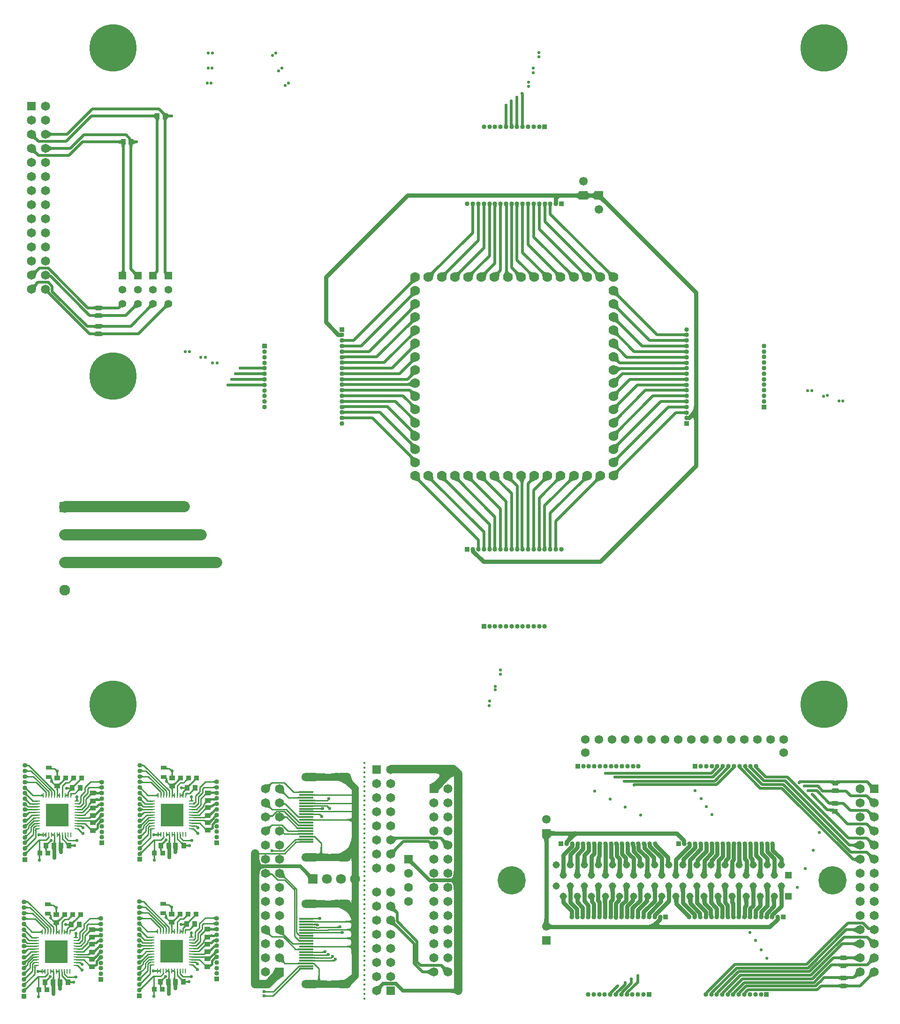
<source format=gtl>
G04*
G04 #@! TF.GenerationSoftware,Altium Limited,Altium Designer,20.0.14 (345)*
G04*
G04 Layer_Physical_Order=1*
G04 Layer_Color=255*
%FSLAX25Y25*%
%MOIN*%
G70*
G01*
G75*
%ADD10R,0.04134X0.02559*%
%ADD11R,0.03543X0.00984*%
%ADD12R,0.00984X0.03543*%
%ADD13R,0.16142X0.16142*%
%ADD14R,0.03740X0.04134*%
%ADD15R,0.04134X0.03740*%
%ADD16R,0.03740X0.03740*%
%ADD17R,0.04134X0.03543*%
%ADD18C,0.01000*%
%ADD19C,0.01500*%
%ADD20C,0.02500*%
%ADD21C,0.02000*%
%ADD22C,0.03000*%
%ADD23C,0.06000*%
%ADD24R,0.10236X0.01181*%
%ADD25C,0.05000*%
%ADD26R,0.03543X0.04134*%
%ADD27C,0.08000*%
%ADD28C,0.01575*%
%ADD29C,0.06200*%
%ADD30C,0.03347*%
%ADD31R,0.03347X0.03347*%
%ADD32C,0.02165*%
%ADD33C,0.02362*%
%ADD34R,0.03347X0.03347*%
%ADD35C,0.06102*%
%ADD36R,0.06102X0.06102*%
%ADD37C,0.06496*%
%ADD38R,0.06496X0.06496*%
%ADD39R,0.05150X0.05150*%
%ADD40C,0.20079*%
%ADD41C,0.05150*%
%ADD42C,0.06299*%
%ADD43R,0.06299X0.06299*%
%ADD44C,0.07087*%
%ADD45R,0.07087X0.07087*%
%ADD46O,0.12992X0.05906*%
%ADD47O,0.10630X0.05906*%
%ADD48C,0.07677*%
%ADD49R,0.07677X0.07677*%
%ADD50C,0.07000*%
%ADD51R,0.05512X0.05512*%
%ADD52C,0.05512*%
%ADD53C,0.33465*%
G36*
X103439Y630567D02*
X104149Y629969D01*
X104467Y629748D01*
X104762Y629580D01*
X105033Y629463D01*
X105280Y629399D01*
X105503Y629386D01*
X105701Y629426D01*
X105876Y629518D01*
X102611Y627150D01*
X102743Y627284D01*
X102814Y627452D01*
X102824Y627652D01*
X102773Y627886D01*
X102661Y628152D01*
X102487Y628451D01*
X102253Y628784D01*
X101958Y629149D01*
X101184Y629979D01*
X103048Y630944D01*
X103439Y630567D01*
D02*
G37*
G36*
X106126Y629285D02*
X106186Y629115D01*
X106287Y628965D01*
X106428Y628835D01*
X106609Y628725D01*
X106830Y628635D01*
X107092Y628565D01*
X107394Y628515D01*
X107736Y628485D01*
X108118Y628475D01*
Y626475D01*
X107736Y626465D01*
X107394Y626435D01*
X107092Y626385D01*
X106830Y626315D01*
X106609Y626225D01*
X106428Y626115D01*
X106287Y625985D01*
X106186Y625835D01*
X106126Y625665D01*
X106106Y625475D01*
Y629475D01*
X106126Y629285D01*
D02*
G37*
G36*
X97087Y625475D02*
X97067Y625665D01*
X97007Y625835D01*
X96907Y625985D01*
X96767Y626115D01*
X96587Y626225D01*
X96367Y626315D01*
X96107Y626385D01*
X95807Y626435D01*
X95467Y626465D01*
X95087Y626475D01*
Y628475D01*
X95467Y628485D01*
X95807Y628515D01*
X96107Y628565D01*
X96367Y628635D01*
X96587Y628725D01*
X96767Y628835D01*
X96907Y628965D01*
X97007Y629115D01*
X97067Y629285D01*
X97087Y629475D01*
Y625475D01*
D02*
G37*
G36*
X105974Y625400D02*
X105844Y625340D01*
X105731Y625240D01*
X105632Y625100D01*
X105548Y624920D01*
X105480Y624700D01*
X105427Y624440D01*
X105389Y624140D01*
X105366Y623800D01*
X105358Y623420D01*
X103358D01*
X103351Y623800D01*
X103290Y624440D01*
X103237Y624700D01*
X103168Y624920D01*
X103085Y625100D01*
X102986Y625240D01*
X102872Y625340D01*
X102743Y625400D01*
X102599Y625420D01*
X106118D01*
X105974Y625400D01*
D02*
G37*
G36*
X100462D02*
X100333Y625340D01*
X100219Y625240D01*
X100120Y625100D01*
X100037Y624920D01*
X99968Y624700D01*
X99915Y624440D01*
X99877Y624140D01*
X99854Y623800D01*
X99847Y623420D01*
X97847D01*
X97839Y623800D01*
X97778Y624440D01*
X97725Y624700D01*
X97657Y624920D01*
X97573Y625100D01*
X97474Y625240D01*
X97360Y625340D01*
X97231Y625400D01*
X97087Y625420D01*
X100606D01*
X100462Y625400D01*
D02*
G37*
G36*
X359464Y622091D02*
X359506Y621500D01*
X359524Y621393D01*
X359547Y621303D01*
X359572Y621228D01*
X359601Y621170D01*
X359634Y621128D01*
X357291D01*
X357324Y621170D01*
X357353Y621228D01*
X357379Y621303D01*
X357401Y621393D01*
X357420Y621500D01*
X357447Y621763D01*
X357461Y622091D01*
X357463Y622279D01*
X359463D01*
X359464Y622091D01*
D02*
G37*
G36*
X347604Y622366D02*
X347669Y621476D01*
X347693Y621364D01*
X347721Y621275D01*
X347752Y621208D01*
X347787Y621162D01*
X345446Y621094D01*
X345476Y621138D01*
X345502Y621206D01*
X345526Y621298D01*
X345546Y621414D01*
X345577Y621718D01*
X345596Y622116D01*
X345602Y622610D01*
X347602D01*
X347604Y622366D01*
D02*
G37*
G36*
X351518Y622142D02*
X351564Y621552D01*
X351585Y621445D01*
X351609Y621354D01*
X351638Y621279D01*
X351671Y621221D01*
X351707Y621178D01*
X349366Y621076D01*
X349395Y621116D01*
X349420Y621173D01*
X349443Y621246D01*
X349462Y621336D01*
X349479Y621442D01*
X349502Y621704D01*
X349514Y622033D01*
X349516Y622222D01*
X351516Y622330D01*
X351518Y622142D01*
D02*
G37*
G36*
X355270Y622250D02*
X355305Y621785D01*
X355326Y621663D01*
X355351Y621557D01*
X355381Y621467D01*
X355416Y621393D01*
X355455Y621336D01*
X355499Y621294D01*
X353184Y620934D01*
X353200Y620965D01*
X353215Y621014D01*
X353227Y621081D01*
X353238Y621165D01*
X353255Y621386D01*
X353268Y622041D01*
X355268Y622437D01*
X355270Y622250D01*
D02*
G37*
G36*
X21953Y616522D02*
X22210Y616306D01*
X22471Y616115D01*
X22736Y615949D01*
X23006Y615809D01*
X23280Y615694D01*
X23558Y615605D01*
X23842Y615542D01*
X24129Y615503D01*
X24421Y615491D01*
Y613491D01*
X24129Y613478D01*
X23842Y613440D01*
X23558Y613376D01*
X23280Y613287D01*
X23006Y613172D01*
X22736Y613032D01*
X22471Y612866D01*
X22210Y612676D01*
X21953Y612459D01*
X21701Y612217D01*
Y616764D01*
X21953Y616522D01*
D02*
G37*
G36*
X12637Y614109D02*
X12665Y613774D01*
X12714Y613455D01*
X12785Y613150D01*
X12877Y612860D01*
X12989Y612586D01*
X13123Y612325D01*
X13279Y612080D01*
X13455Y611850D01*
X13652Y611634D01*
X12238Y610220D01*
X12022Y610418D01*
X11792Y610594D01*
X11547Y610749D01*
X11287Y610883D01*
X11012Y610996D01*
X10722Y611088D01*
X10418Y611158D01*
X10098Y611207D01*
X9764Y611236D01*
X9414Y611243D01*
X12630Y614458D01*
X12637Y614109D01*
D02*
G37*
G36*
X81882Y610785D02*
X81942Y610615D01*
X82043Y610465D01*
X82184Y610335D01*
X82365Y610225D01*
X82586Y610135D01*
X82848Y610065D01*
X83150Y610015D01*
X83492Y609985D01*
X83874Y609975D01*
Y607975D01*
X83492Y607965D01*
X83150Y607935D01*
X82848Y607885D01*
X82586Y607815D01*
X82365Y607725D01*
X82184Y607615D01*
X82043Y607485D01*
X81942Y607335D01*
X81882Y607165D01*
X81862Y606975D01*
Y610975D01*
X81882Y610785D01*
D02*
G37*
G36*
X72843Y606975D02*
X72823Y607165D01*
X72763Y607335D01*
X72663Y607485D01*
X72523Y607615D01*
X72343Y607725D01*
X72123Y607815D01*
X71863Y607885D01*
X71563Y607935D01*
X71223Y607965D01*
X70843Y607975D01*
Y609975D01*
X71223Y609985D01*
X71563Y610015D01*
X71863Y610065D01*
X72123Y610135D01*
X72343Y610225D01*
X72523Y610335D01*
X72663Y610465D01*
X72763Y610615D01*
X72823Y610785D01*
X72843Y610975D01*
Y606975D01*
D02*
G37*
G36*
X81730Y606900D02*
X81600Y606840D01*
X81486Y606740D01*
X81388Y606600D01*
X81304Y606420D01*
X81236Y606200D01*
X81183Y605940D01*
X81145Y605640D01*
X81122Y605300D01*
X81114Y604920D01*
X79114D01*
X79107Y605300D01*
X79046Y605940D01*
X78993Y606200D01*
X78924Y606420D01*
X78841Y606600D01*
X78742Y606740D01*
X78628Y606840D01*
X78499Y606900D01*
X78355Y606920D01*
X81874D01*
X81730Y606900D01*
D02*
G37*
G36*
X76218D02*
X76089Y606840D01*
X75975Y606740D01*
X75876Y606600D01*
X75792Y606420D01*
X75724Y606200D01*
X75671Y605940D01*
X75633Y605640D01*
X75610Y605300D01*
X75602Y604920D01*
X73602D01*
X73595Y605300D01*
X73534Y605940D01*
X73481Y606200D01*
X73413Y606420D01*
X73329Y606600D01*
X73230Y606740D01*
X73116Y606840D01*
X72987Y606900D01*
X72843Y606920D01*
X76362D01*
X76218Y606900D01*
D02*
G37*
G36*
X21953Y606522D02*
X22210Y606306D01*
X22471Y606115D01*
X22736Y605949D01*
X23006Y605809D01*
X23280Y605694D01*
X23558Y605605D01*
X23842Y605542D01*
X24129Y605503D01*
X24421Y605491D01*
Y603491D01*
X24129Y603478D01*
X23842Y603440D01*
X23558Y603376D01*
X23280Y603287D01*
X23006Y603172D01*
X22736Y603032D01*
X22471Y602867D01*
X22210Y602675D01*
X21953Y602459D01*
X21701Y602217D01*
Y606764D01*
X21953Y606522D01*
D02*
G37*
G36*
X12637Y604109D02*
X12665Y603774D01*
X12714Y603455D01*
X12785Y603150D01*
X12877Y602860D01*
X12989Y602586D01*
X13123Y602325D01*
X13279Y602080D01*
X13455Y601850D01*
X13652Y601635D01*
X12238Y600220D01*
X12022Y600418D01*
X11792Y600594D01*
X11547Y600749D01*
X11287Y600883D01*
X11012Y600996D01*
X10722Y601088D01*
X10418Y601158D01*
X10098Y601207D01*
X9764Y601236D01*
X9414Y601243D01*
X12630Y604458D01*
X12637Y604109D01*
D02*
G37*
G36*
X409563Y567975D02*
X409533Y568260D01*
X409443Y568515D01*
X409293Y568740D01*
X409083Y568935D01*
X408813Y569100D01*
X408483Y569235D01*
X408093Y569340D01*
X407643Y569415D01*
X407133Y569460D01*
X407101Y569461D01*
X407069Y569460D01*
X406557Y569415D01*
X406106Y569340D01*
X405714Y569235D01*
X405383Y569100D01*
X405112Y568935D01*
X404901Y568740D01*
X404750Y568515D01*
X404660Y568260D01*
X404630Y567975D01*
Y573975D01*
X404660Y573690D01*
X404750Y573435D01*
X404901Y573210D01*
X405112Y573015D01*
X405383Y572850D01*
X405714Y572715D01*
X406106Y572610D01*
X406557Y572535D01*
X407069Y572490D01*
X407101Y572489D01*
X407133Y572490D01*
X407643Y572535D01*
X408093Y572610D01*
X408483Y572715D01*
X408813Y572850D01*
X409083Y573015D01*
X409293Y573210D01*
X409443Y573435D01*
X409533Y573690D01*
X409563Y573975D01*
Y567975D01*
D02*
G37*
G36*
X398563D02*
X398533Y568260D01*
X398443Y568515D01*
X398293Y568740D01*
X398083Y568935D01*
X397813Y569100D01*
X397483Y569235D01*
X397093Y569340D01*
X396643Y569415D01*
X396133Y569460D01*
X395563Y569475D01*
Y572475D01*
X396133Y572490D01*
X396643Y572535D01*
X397093Y572610D01*
X397483Y572715D01*
X397813Y572850D01*
X398083Y573015D01*
X398293Y573210D01*
X398443Y573435D01*
X398533Y573690D01*
X398563Y573975D01*
Y567975D01*
D02*
G37*
G36*
X415461Y571946D02*
X415378Y571671D01*
X415379Y571353D01*
X415465Y570993D01*
X415636Y570590D01*
X415891Y570145D01*
X416232Y569656D01*
X416657Y569126D01*
X417763Y567936D01*
X415642Y565814D01*
X415025Y566409D01*
X413921Y567345D01*
X413433Y567686D01*
X412987Y567942D01*
X412584Y568113D01*
X412224Y568199D01*
X411906Y568200D01*
X411631Y568116D01*
X411399Y567948D01*
X415630Y572178D01*
X415461Y571946D01*
D02*
G37*
G36*
X379309Y563779D02*
X379280Y563722D01*
X379254Y563647D01*
X379232Y563557D01*
X379213Y563450D01*
X379186Y563187D01*
X379172Y562859D01*
X379170Y562671D01*
X377170D01*
X377169Y562859D01*
X377128Y563450D01*
X377109Y563557D01*
X377086Y563647D01*
X377061Y563722D01*
X377032Y563779D01*
X376999Y563821D01*
X379342D01*
X379309Y563779D01*
D02*
G37*
G36*
X375372D02*
X375343Y563722D01*
X375317Y563647D01*
X375295Y563557D01*
X375276Y563450D01*
X375249Y563187D01*
X375235Y562859D01*
X375233Y562671D01*
X373233D01*
X373232Y562859D01*
X373190Y563450D01*
X373172Y563557D01*
X373149Y563647D01*
X373124Y563722D01*
X373095Y563779D01*
X373062Y563821D01*
X375405D01*
X375372Y563779D01*
D02*
G37*
G36*
X371435D02*
X371406Y563722D01*
X371380Y563647D01*
X371358Y563557D01*
X371339Y563450D01*
X371312Y563187D01*
X371298Y562859D01*
X371296Y562671D01*
X369296D01*
X369295Y562859D01*
X369253Y563450D01*
X369235Y563557D01*
X369212Y563647D01*
X369187Y563722D01*
X369158Y563779D01*
X369125Y563821D01*
X371468D01*
X371435Y563779D01*
D02*
G37*
G36*
X367498D02*
X367469Y563722D01*
X367443Y563647D01*
X367421Y563557D01*
X367402Y563450D01*
X367375Y563187D01*
X367361Y562859D01*
X367359Y562671D01*
X365359D01*
X365358Y562859D01*
X365317Y563450D01*
X365298Y563557D01*
X365275Y563647D01*
X365250Y563722D01*
X365221Y563779D01*
X365188Y563821D01*
X367531D01*
X367498Y563779D01*
D02*
G37*
G36*
X363561D02*
X363532Y563722D01*
X363506Y563647D01*
X363484Y563557D01*
X363465Y563450D01*
X363438Y563187D01*
X363424Y562859D01*
X363422Y562671D01*
X361422D01*
X361421Y562859D01*
X361380Y563450D01*
X361361Y563557D01*
X361338Y563647D01*
X361313Y563722D01*
X361284Y563779D01*
X361251Y563821D01*
X363594D01*
X363561Y563779D01*
D02*
G37*
G36*
X359624D02*
X359595Y563722D01*
X359569Y563647D01*
X359547Y563557D01*
X359528Y563450D01*
X359501Y563187D01*
X359487Y562859D01*
X359485Y562671D01*
X357485D01*
X357484Y562859D01*
X357442Y563450D01*
X357424Y563557D01*
X357401Y563647D01*
X357376Y563722D01*
X357347Y563779D01*
X357314Y563821D01*
X359657D01*
X359624Y563779D01*
D02*
G37*
G36*
X355687D02*
X355658Y563722D01*
X355632Y563647D01*
X355610Y563557D01*
X355591Y563450D01*
X355564Y563187D01*
X355550Y562859D01*
X355548Y562671D01*
X353548D01*
X353547Y562859D01*
X353505Y563450D01*
X353487Y563557D01*
X353464Y563647D01*
X353439Y563722D01*
X353410Y563779D01*
X353377Y563821D01*
X355719D01*
X355687Y563779D01*
D02*
G37*
G36*
X351750D02*
X351721Y563722D01*
X351695Y563647D01*
X351673Y563557D01*
X351654Y563450D01*
X351627Y563187D01*
X351613Y562859D01*
X351611Y562671D01*
X349611D01*
X349610Y562859D01*
X349569Y563450D01*
X349550Y563557D01*
X349527Y563647D01*
X349502Y563722D01*
X349473Y563779D01*
X349440Y563821D01*
X351782D01*
X351750Y563779D01*
D02*
G37*
G36*
X343967D02*
X343937Y563722D01*
X343912Y563647D01*
X343889Y563557D01*
X343871Y563450D01*
X343843Y563187D01*
X343829Y562859D01*
X343828Y562671D01*
X341828D01*
X341826Y562859D01*
X341785Y563450D01*
X341766Y563557D01*
X341744Y563647D01*
X341718Y563722D01*
X341689Y563779D01*
X341657Y563821D01*
X343999D01*
X343967Y563779D01*
D02*
G37*
G36*
X340030D02*
X340000Y563722D01*
X339975Y563647D01*
X339952Y563557D01*
X339934Y563450D01*
X339906Y563187D01*
X339893Y562859D01*
X339891Y562671D01*
X337891D01*
X337889Y562859D01*
X337848Y563450D01*
X337829Y563557D01*
X337807Y563647D01*
X337781Y563722D01*
X337752Y563779D01*
X337719Y563821D01*
X340062D01*
X340030Y563779D01*
D02*
G37*
G36*
X336092D02*
X336063Y563722D01*
X336038Y563647D01*
X336016Y563557D01*
X335997Y563450D01*
X335969Y563187D01*
X335956Y562859D01*
X335954Y562671D01*
X333954D01*
X333952Y562859D01*
X333911Y563450D01*
X333892Y563557D01*
X333870Y563647D01*
X333844Y563722D01*
X333815Y563779D01*
X333783Y563821D01*
X336125D01*
X336092Y563779D01*
D02*
G37*
G36*
X332155D02*
X332126Y563722D01*
X332101Y563647D01*
X332078Y563557D01*
X332060Y563450D01*
X332032Y563187D01*
X332018Y562859D01*
X332017Y562671D01*
X330017D01*
X330015Y562859D01*
X329974Y563450D01*
X329955Y563557D01*
X329933Y563647D01*
X329907Y563722D01*
X329878Y563779D01*
X329845Y563821D01*
X332188D01*
X332155Y563779D01*
D02*
G37*
G36*
X328219D02*
X328189Y563722D01*
X328164Y563647D01*
X328141Y563557D01*
X328123Y563450D01*
X328095Y563187D01*
X328081Y562859D01*
X328080Y562671D01*
X326080D01*
X326078Y562859D01*
X326037Y563450D01*
X326018Y563557D01*
X325996Y563647D01*
X325970Y563722D01*
X325941Y563779D01*
X325908Y563821D01*
X328251D01*
X328219Y563779D01*
D02*
G37*
G36*
X324236D02*
X324207Y563722D01*
X324181Y563647D01*
X324159Y563557D01*
X324140Y563450D01*
X324113Y563187D01*
X324099Y562859D01*
X324097Y562671D01*
X322097D01*
X322096Y562859D01*
X322055Y563450D01*
X322036Y563557D01*
X322014Y563647D01*
X321988Y563722D01*
X321959Y563779D01*
X321926Y563821D01*
X324269D01*
X324236Y563779D01*
D02*
G37*
G36*
X348090Y563985D02*
X348076Y563936D01*
X348063Y563869D01*
X348053Y563785D01*
X348036Y563563D01*
X348023Y562909D01*
X346023Y562513D01*
X346020Y562700D01*
X345986Y563165D01*
X345965Y563287D01*
X345939Y563393D01*
X345909Y563483D01*
X345875Y563557D01*
X345835Y563614D01*
X345792Y563655D01*
X348106Y564016D01*
X348090Y563985D01*
D02*
G37*
G36*
X13865Y516823D02*
X13673Y516616D01*
X13496Y516392D01*
X13333Y516152D01*
X13184Y515895D01*
X13050Y515621D01*
X12930Y515330D01*
X12824Y515023D01*
X12733Y514700D01*
X12656Y514359D01*
X12593Y514002D01*
X9935Y517691D01*
X10265Y517647D01*
X10582Y517630D01*
X10888Y517640D01*
X11182Y517678D01*
X11464Y517743D01*
X11734Y517836D01*
X11992Y517955D01*
X12237Y518103D01*
X12471Y518277D01*
X12693Y518479D01*
X13865Y516823D01*
D02*
G37*
G36*
X105368Y518337D02*
X105398Y517996D01*
X105448Y517695D01*
X105518Y517433D01*
X105608Y517212D01*
X105718Y517031D01*
X105848Y516890D01*
X105998Y516789D01*
X106168Y516728D01*
X106358Y516707D01*
X103858Y516719D01*
X103358Y518719D01*
X105358D01*
X105368Y518337D01*
D02*
G37*
G36*
X75612Y518336D02*
X75642Y517994D01*
X75692Y517693D01*
X75762Y517431D01*
X75852Y517210D01*
X75962Y517029D01*
X76092Y516888D01*
X76242Y516787D01*
X76412Y516727D01*
X76602Y516707D01*
X72602D01*
X72792Y516727D01*
X72962Y516787D01*
X73112Y516888D01*
X73242Y517029D01*
X73352Y517210D01*
X73442Y517431D01*
X73512Y517693D01*
X73562Y517994D01*
X73592Y518336D01*
X73602Y518719D01*
X75602D01*
X75612Y518336D01*
D02*
G37*
G36*
X348039Y518254D02*
X348087Y517948D01*
X348168Y517657D01*
X348282Y517380D01*
X348428Y517117D01*
X348607Y516867D01*
X348818Y516632D01*
X349061Y516411D01*
X349337Y516203D01*
X349645Y516010D01*
X344903Y514778D01*
X345115Y515146D01*
X345474Y515853D01*
X345619Y516192D01*
X345843Y516842D01*
X345922Y517152D01*
X345978Y517453D01*
X346011Y517745D01*
X346023Y518027D01*
X348023Y518573D01*
X348039Y518254D01*
D02*
G37*
G36*
X82602Y517737D02*
X83337Y517115D01*
X83663Y516888D01*
X83960Y516719D01*
X84228Y516606D01*
X84469Y516549D01*
X84681D01*
X84865Y516606D01*
X85020Y516719D01*
X82192Y513890D01*
X82305Y514046D01*
X82362Y514230D01*
Y514442D01*
X82305Y514682D01*
X82192Y514951D01*
X82022Y515248D01*
X81796Y515573D01*
X81513Y515927D01*
X80778Y516719D01*
X82192Y518133D01*
X82602Y517737D01*
D02*
G37*
G36*
X342860Y516460D02*
X342650Y516228D01*
X342467Y515979D01*
X342311Y515715D01*
X342182Y515433D01*
X342081Y515134D01*
X342006Y514819D01*
X341958Y514488D01*
X341938Y514139D01*
X341944Y513774D01*
X341977Y513393D01*
X338154Y516458D01*
X338561Y516507D01*
X339311Y516658D01*
X339655Y516758D01*
X339978Y516875D01*
X340281Y517009D01*
X340562Y517159D01*
X340823Y517326D01*
X341063Y517510D01*
X341283Y517711D01*
X342860Y516460D01*
D02*
G37*
G36*
X420179Y517333D02*
X420424Y517149D01*
X420689Y516987D01*
X420972Y516848D01*
X421274Y516730D01*
X421595Y516635D01*
X421934Y516562D01*
X422293Y516511D01*
X422671Y516482D01*
X423067Y516475D01*
X419603Y513010D01*
X419596Y513406D01*
X419567Y513784D01*
X419515Y514143D01*
X419442Y514483D01*
X419347Y514804D01*
X419229Y515106D01*
X419090Y515389D01*
X418928Y515653D01*
X418745Y515898D01*
X418539Y516124D01*
X419953Y517539D01*
X420179Y517333D01*
D02*
G37*
G36*
X410779D02*
X411024Y517149D01*
X411289Y516987D01*
X411572Y516848D01*
X411874Y516730D01*
X412195Y516635D01*
X412534Y516562D01*
X412893Y516511D01*
X413271Y516482D01*
X413667Y516475D01*
X410203Y513010D01*
X410196Y513406D01*
X410167Y513784D01*
X410115Y514143D01*
X410042Y514483D01*
X409947Y514804D01*
X409829Y515106D01*
X409690Y515389D01*
X409528Y515653D01*
X409344Y515898D01*
X409139Y516124D01*
X410553Y517539D01*
X410779Y517333D01*
D02*
G37*
G36*
X401379D02*
X401624Y517149D01*
X401889Y516987D01*
X402172Y516848D01*
X402474Y516730D01*
X402795Y516635D01*
X403134Y516562D01*
X403493Y516511D01*
X403871Y516482D01*
X404267Y516475D01*
X400803Y513010D01*
X400796Y513406D01*
X400767Y513784D01*
X400715Y514143D01*
X400642Y514483D01*
X400547Y514804D01*
X400429Y515106D01*
X400290Y515389D01*
X400128Y515653D01*
X399944Y515898D01*
X399739Y516124D01*
X401153Y517539D01*
X401379Y517333D01*
D02*
G37*
G36*
X391979D02*
X392224Y517149D01*
X392489Y516987D01*
X392772Y516848D01*
X393074Y516730D01*
X393395Y516635D01*
X393734Y516562D01*
X394093Y516511D01*
X394471Y516482D01*
X394867Y516475D01*
X391403Y513010D01*
X391396Y513406D01*
X391367Y513784D01*
X391315Y514143D01*
X391242Y514483D01*
X391147Y514804D01*
X391029Y515106D01*
X390890Y515389D01*
X390728Y515653D01*
X390545Y515898D01*
X390339Y516124D01*
X391753Y517539D01*
X391979Y517333D01*
D02*
G37*
G36*
X382579D02*
X382824Y517149D01*
X383089Y516987D01*
X383372Y516848D01*
X383674Y516730D01*
X383995Y516635D01*
X384334Y516562D01*
X384693Y516511D01*
X385071Y516482D01*
X385467Y516475D01*
X382003Y513010D01*
X381996Y513406D01*
X381967Y513784D01*
X381915Y514143D01*
X381842Y514483D01*
X381747Y514804D01*
X381629Y515106D01*
X381490Y515389D01*
X381328Y515653D01*
X381144Y515898D01*
X380939Y516124D01*
X382353Y517539D01*
X382579Y517333D01*
D02*
G37*
G36*
X373179D02*
X373424Y517149D01*
X373689Y516987D01*
X373972Y516848D01*
X374274Y516730D01*
X374595Y516635D01*
X374934Y516562D01*
X375293Y516511D01*
X375671Y516482D01*
X376067Y516475D01*
X372603Y513010D01*
X372596Y513406D01*
X372567Y513784D01*
X372515Y514143D01*
X372442Y514483D01*
X372347Y514804D01*
X372229Y515106D01*
X372090Y515389D01*
X371928Y515653D01*
X371744Y515898D01*
X371539Y516124D01*
X372953Y517539D01*
X373179Y517333D01*
D02*
G37*
G36*
X363779D02*
X364024Y517149D01*
X364289Y516987D01*
X364572Y516848D01*
X364874Y516730D01*
X365195Y516635D01*
X365534Y516562D01*
X365893Y516511D01*
X366271Y516482D01*
X366667Y516475D01*
X363203Y513010D01*
X363196Y513406D01*
X363167Y513784D01*
X363115Y514143D01*
X363042Y514483D01*
X362947Y514804D01*
X362829Y515106D01*
X362690Y515389D01*
X362528Y515653D01*
X362345Y515898D01*
X362139Y516124D01*
X363553Y517539D01*
X363779Y517333D01*
D02*
G37*
G36*
X354379D02*
X354624Y517149D01*
X354889Y516987D01*
X355172Y516848D01*
X355474Y516730D01*
X355795Y516635D01*
X356134Y516562D01*
X356493Y516511D01*
X356871Y516482D01*
X357267Y516475D01*
X353803Y513010D01*
X353796Y513406D01*
X353767Y513784D01*
X353715Y514143D01*
X353642Y514483D01*
X353547Y514804D01*
X353429Y515106D01*
X353290Y515389D01*
X353128Y515653D01*
X352944Y515898D01*
X352739Y516124D01*
X354153Y517539D01*
X354379Y517333D01*
D02*
G37*
G36*
X333666Y516124D02*
X333460Y515898D01*
X333277Y515653D01*
X333115Y515389D01*
X332976Y515106D01*
X332858Y514804D01*
X332763Y514483D01*
X332689Y514143D01*
X332638Y513784D01*
X332609Y513406D01*
X332602Y513010D01*
X329137Y516475D01*
X329534Y516482D01*
X329912Y516511D01*
X330271Y516562D01*
X330610Y516635D01*
X330931Y516730D01*
X331233Y516848D01*
X331516Y516987D01*
X331780Y517149D01*
X332026Y517333D01*
X332252Y517539D01*
X333666Y516124D01*
D02*
G37*
G36*
X324266D02*
X324060Y515898D01*
X323877Y515653D01*
X323715Y515389D01*
X323575Y515106D01*
X323458Y514804D01*
X323363Y514483D01*
X323289Y514143D01*
X323238Y513784D01*
X323209Y513406D01*
X323202Y513010D01*
X319737Y516475D01*
X320134Y516482D01*
X320512Y516511D01*
X320870Y516562D01*
X321210Y516635D01*
X321531Y516730D01*
X321833Y516848D01*
X322116Y516987D01*
X322380Y517149D01*
X322626Y517333D01*
X322852Y517539D01*
X324266Y516124D01*
D02*
G37*
G36*
X314866D02*
X314660Y515898D01*
X314477Y515653D01*
X314315Y515389D01*
X314176Y515106D01*
X314058Y514804D01*
X313963Y514483D01*
X313890Y514143D01*
X313838Y513784D01*
X313809Y513406D01*
X313802Y513010D01*
X310337Y516475D01*
X310734Y516482D01*
X311112Y516511D01*
X311471Y516562D01*
X311810Y516635D01*
X312131Y516730D01*
X312433Y516848D01*
X312716Y516987D01*
X312980Y517149D01*
X313226Y517333D01*
X313452Y517539D01*
X314866Y516124D01*
D02*
G37*
G36*
X305466D02*
X305260Y515898D01*
X305077Y515653D01*
X304915Y515389D01*
X304776Y515106D01*
X304658Y514804D01*
X304563Y514483D01*
X304489Y514143D01*
X304438Y513784D01*
X304409Y513406D01*
X304402Y513010D01*
X300937Y516475D01*
X301334Y516482D01*
X301712Y516511D01*
X302070Y516562D01*
X302410Y516635D01*
X302731Y516730D01*
X303033Y516848D01*
X303316Y516987D01*
X303580Y517149D01*
X303826Y517333D01*
X304052Y517539D01*
X305466Y516124D01*
D02*
G37*
G36*
X296066D02*
X295860Y515898D01*
X295677Y515653D01*
X295515Y515389D01*
X295375Y515106D01*
X295258Y514804D01*
X295163Y514483D01*
X295090Y514143D01*
X295038Y513784D01*
X295009Y513406D01*
X295002Y513010D01*
X291537Y516475D01*
X291934Y516482D01*
X292312Y516511D01*
X292670Y516562D01*
X293010Y516635D01*
X293331Y516730D01*
X293633Y516848D01*
X293916Y516987D01*
X294180Y517149D01*
X294426Y517333D01*
X294652Y517539D01*
X296066Y516124D01*
D02*
G37*
G36*
X282839Y509553D02*
X282428Y509457D01*
X281674Y509232D01*
X281330Y509103D01*
X280709Y508813D01*
X280432Y508652D01*
X280177Y508480D01*
X279945Y508297D01*
X279734Y508103D01*
X277986Y509183D01*
X278199Y509419D01*
X278380Y509669D01*
X278531Y509933D01*
X278649Y510211D01*
X278736Y510503D01*
X278791Y510808D01*
X278815Y511128D01*
X278807Y511461D01*
X278767Y511809D01*
X278696Y512171D01*
X282839Y509553D01*
D02*
G37*
G36*
X13652Y507347D02*
X13455Y507131D01*
X13279Y506901D01*
X13123Y506656D01*
X12989Y506395D01*
X12877Y506121D01*
X12785Y505831D01*
X12714Y505526D01*
X12665Y505207D01*
X12637Y504872D01*
X12630Y504523D01*
X9414Y507738D01*
X9764Y507745D01*
X10098Y507774D01*
X10418Y507823D01*
X10722Y507894D01*
X11012Y507985D01*
X11287Y508098D01*
X11547Y508232D01*
X11792Y508387D01*
X12022Y508563D01*
X12238Y508761D01*
X13652Y507347D01*
D02*
G37*
G36*
X426550Y502803D02*
X426547Y502437D01*
X426570Y502088D01*
X426619Y501756D01*
X426696Y501440D01*
X426798Y501141D01*
X426928Y500859D01*
X427084Y500594D01*
X427267Y500346D01*
X427477Y500115D01*
X425913Y498850D01*
X425693Y499052D01*
X425452Y499236D01*
X425190Y499402D01*
X424909Y499552D01*
X424606Y499684D01*
X424283Y499800D01*
X423939Y499898D01*
X423574Y499979D01*
X423189Y500043D01*
X422784Y500089D01*
X426581Y503187D01*
X426550Y502803D01*
D02*
G37*
G36*
X282839Y500153D02*
X282428Y500057D01*
X281674Y499832D01*
X281330Y499704D01*
X280709Y499413D01*
X280432Y499252D01*
X280177Y499080D01*
X279945Y498897D01*
X279734Y498703D01*
X277986Y499783D01*
X278199Y500019D01*
X278380Y500269D01*
X278531Y500533D01*
X278649Y500811D01*
X278736Y501103D01*
X278791Y501408D01*
X278815Y501728D01*
X278807Y502062D01*
X278767Y502409D01*
X278696Y502771D01*
X282839Y500153D01*
D02*
G37*
G36*
X73317Y491333D02*
X73243Y491343D01*
X73158Y491333D01*
X73061Y491303D01*
X72953Y491252D01*
X72834Y491182D01*
X72703Y491090D01*
X72561Y490979D01*
X72242Y490696D01*
X72065Y490524D01*
X70651Y491938D01*
X70823Y492114D01*
X71218Y492575D01*
X71309Y492706D01*
X71380Y492826D01*
X71431Y492934D01*
X71461Y493030D01*
X71471Y493115D01*
X71461Y493189D01*
X73317Y491333D01*
D02*
G37*
G36*
X84673Y491231D02*
X84420Y491245D01*
X84175Y491237D01*
X83935Y491208D01*
X83702Y491156D01*
X83475Y491083D01*
X83254Y490988D01*
X83040Y490872D01*
X82832Y490734D01*
X82630Y490574D01*
X82435Y490393D01*
X81151Y491937D01*
X81330Y492129D01*
X81493Y492327D01*
X81638Y492533D01*
X81767Y492747D01*
X81879Y492968D01*
X81974Y493196D01*
X82053Y493432D01*
X82115Y493675D01*
X82160Y493925D01*
X82188Y494183D01*
X84673Y491231D01*
D02*
G37*
G36*
X106575Y491219D02*
X106318Y491212D01*
X106069Y491186D01*
X105826Y491140D01*
X105590Y491076D01*
X105362Y490991D01*
X105140Y490888D01*
X104926Y490766D01*
X104718Y490624D01*
X104518Y490463D01*
X104324Y490283D01*
X102910Y491697D01*
X103091Y491890D01*
X103252Y492091D01*
X103393Y492298D01*
X103516Y492513D01*
X103619Y492734D01*
X103703Y492963D01*
X103768Y493198D01*
X103813Y493441D01*
X103840Y493691D01*
X103847Y493947D01*
X106575Y491219D01*
D02*
G37*
G36*
X95741D02*
X95485Y491212D01*
X95235Y491186D01*
X94993Y491140D01*
X94757Y491076D01*
X94528Y490991D01*
X94307Y490888D01*
X94092Y490766D01*
X93885Y490624D01*
X93685Y490463D01*
X93491Y490283D01*
X92077Y491697D01*
X92257Y491890D01*
X92418Y492091D01*
X92560Y492298D01*
X92682Y492513D01*
X92786Y492734D01*
X92870Y492963D01*
X92935Y493198D01*
X92980Y493441D01*
X93006Y493691D01*
X93013Y493947D01*
X95741Y491219D01*
D02*
G37*
G36*
X59177Y492846D02*
X59237Y492717D01*
X59337Y492603D01*
X59477Y492504D01*
X59657Y492421D01*
X59877Y492352D01*
X60137Y492299D01*
X60437Y492261D01*
X60777Y492238D01*
X61157Y492231D01*
Y490231D01*
X60777Y490223D01*
X60137Y490162D01*
X59877Y490109D01*
X59657Y490041D01*
X59477Y489957D01*
X59337Y489858D01*
X59237Y489745D01*
X59177Y489615D01*
X59157Y489471D01*
Y492990D01*
X59177Y492846D01*
D02*
G37*
G36*
X55048Y489471D02*
X55028Y489615D01*
X54967Y489745D01*
X54868Y489858D01*
X54728Y489957D01*
X54548Y490041D01*
X54327Y490109D01*
X54067Y490162D01*
X53768Y490200D01*
X53427Y490223D01*
X53048Y490231D01*
Y492231D01*
X53427Y492238D01*
X54067Y492299D01*
X54327Y492352D01*
X54548Y492421D01*
X54728Y492504D01*
X54868Y492603D01*
X54967Y492717D01*
X55028Y492846D01*
X55048Y492990D01*
Y489471D01*
D02*
G37*
G36*
X426550Y493403D02*
X426547Y493037D01*
X426570Y492688D01*
X426619Y492355D01*
X426696Y492040D01*
X426798Y491741D01*
X426928Y491459D01*
X427084Y491194D01*
X427267Y490946D01*
X427477Y490715D01*
X425913Y489451D01*
X425693Y489652D01*
X425452Y489836D01*
X425190Y490002D01*
X424909Y490152D01*
X424606Y490284D01*
X424283Y490400D01*
X423939Y490498D01*
X423574Y490579D01*
X423189Y490643D01*
X422784Y490689D01*
X426581Y493786D01*
X426550Y493403D01*
D02*
G37*
G36*
X282839Y490753D02*
X282428Y490657D01*
X281674Y490432D01*
X281330Y490304D01*
X280709Y490014D01*
X280432Y489852D01*
X280177Y489680D01*
X279945Y489497D01*
X279734Y489303D01*
X277986Y490383D01*
X278199Y490619D01*
X278380Y490869D01*
X278531Y491133D01*
X278649Y491411D01*
X278736Y491703D01*
X278791Y492008D01*
X278815Y492328D01*
X278807Y492662D01*
X278767Y493009D01*
X278696Y493370D01*
X282839Y490753D01*
D02*
G37*
G36*
X59177Y487334D02*
X59237Y487205D01*
X59337Y487091D01*
X59477Y486992D01*
X59657Y486909D01*
X59877Y486840D01*
X60137Y486787D01*
X60437Y486749D01*
X60777Y486727D01*
X61157Y486719D01*
Y484719D01*
X60777Y484711D01*
X60137Y484651D01*
X59877Y484597D01*
X59657Y484529D01*
X59477Y484445D01*
X59337Y484347D01*
X59237Y484233D01*
X59177Y484104D01*
X59157Y483959D01*
Y487479D01*
X59177Y487334D01*
D02*
G37*
G36*
X55048Y483959D02*
X55028Y484104D01*
X54967Y484233D01*
X54868Y484347D01*
X54728Y484445D01*
X54548Y484529D01*
X54327Y484597D01*
X54067Y484651D01*
X53768Y484689D01*
X53427Y484711D01*
X53048Y484719D01*
Y486719D01*
X53427Y486727D01*
X54067Y486787D01*
X54327Y486840D01*
X54548Y486909D01*
X54728Y486992D01*
X54868Y487091D01*
X54967Y487205D01*
X55028Y487334D01*
X55048Y487479D01*
Y483959D01*
D02*
G37*
G36*
X426550Y484003D02*
X426547Y483637D01*
X426570Y483288D01*
X426619Y482956D01*
X426696Y482640D01*
X426798Y482341D01*
X426928Y482059D01*
X427084Y481794D01*
X427267Y481546D01*
X427477Y481315D01*
X425913Y480051D01*
X425693Y480252D01*
X425452Y480436D01*
X425190Y480602D01*
X424909Y480752D01*
X424606Y480885D01*
X424283Y481000D01*
X423939Y481098D01*
X423574Y481179D01*
X423189Y481243D01*
X422784Y481289D01*
X426581Y484386D01*
X426550Y484003D01*
D02*
G37*
G36*
X282839Y481353D02*
X282428Y481257D01*
X281674Y481032D01*
X281330Y480903D01*
X280709Y480614D01*
X280432Y480452D01*
X280177Y480280D01*
X279945Y480097D01*
X279734Y479903D01*
X277986Y480983D01*
X278199Y481219D01*
X278380Y481469D01*
X278531Y481733D01*
X278649Y482011D01*
X278736Y482303D01*
X278791Y482608D01*
X278815Y482928D01*
X278807Y483261D01*
X278767Y483609D01*
X278696Y483970D01*
X282839Y481353D01*
D02*
G37*
G36*
X59177Y479846D02*
X59237Y479717D01*
X59337Y479603D01*
X59477Y479504D01*
X59657Y479421D01*
X59877Y479352D01*
X60137Y479299D01*
X60437Y479261D01*
X60777Y479238D01*
X61157Y479231D01*
Y477231D01*
X60777Y477223D01*
X60137Y477162D01*
X59877Y477109D01*
X59657Y477041D01*
X59477Y476957D01*
X59337Y476859D01*
X59237Y476745D01*
X59177Y476615D01*
X59157Y476471D01*
Y479990D01*
X59177Y479846D01*
D02*
G37*
G36*
X55048Y476471D02*
X55028Y476567D01*
X54967Y476652D01*
X54868Y476728D01*
X54728Y476793D01*
X54548Y476849D01*
X54327Y476894D01*
X54067Y476930D01*
X53427Y476970D01*
X53048Y476975D01*
Y478975D01*
X53429Y478985D01*
X53771Y479015D01*
X54072Y479065D01*
X54334Y479135D01*
X54555Y479225D01*
X54736Y479335D01*
X54877Y479465D01*
X54978Y479615D01*
X55039Y479785D01*
X55059Y479975D01*
X55048Y476471D01*
D02*
G37*
G36*
X59177Y474334D02*
X59237Y474205D01*
X59337Y474091D01*
X59477Y473992D01*
X59657Y473909D01*
X59877Y473840D01*
X60137Y473787D01*
X60437Y473749D01*
X60777Y473727D01*
X61157Y473719D01*
Y471719D01*
X60777Y471711D01*
X60137Y471651D01*
X59877Y471597D01*
X59657Y471529D01*
X59477Y471445D01*
X59337Y471347D01*
X59237Y471233D01*
X59177Y471104D01*
X59157Y470959D01*
Y474479D01*
X59177Y474334D01*
D02*
G37*
G36*
X55048Y470959D02*
X55028Y471104D01*
X54967Y471233D01*
X54868Y471347D01*
X54728Y471445D01*
X54548Y471529D01*
X54327Y471597D01*
X54067Y471651D01*
X53768Y471689D01*
X53427Y471711D01*
X53048Y471719D01*
Y473719D01*
X53427Y473727D01*
X54067Y473787D01*
X54327Y473840D01*
X54548Y473909D01*
X54728Y473992D01*
X54868Y474091D01*
X54967Y474205D01*
X55028Y474334D01*
X55048Y474479D01*
Y470959D01*
D02*
G37*
G36*
X473949Y470809D02*
X473907Y470841D01*
X473849Y470870D01*
X473775Y470896D01*
X473684Y470918D01*
X473577Y470937D01*
X473315Y470964D01*
X472987Y470978D01*
X472798Y470980D01*
Y472980D01*
X472987Y472982D01*
X473577Y473023D01*
X473684Y473041D01*
X473775Y473064D01*
X473849Y473089D01*
X473907Y473118D01*
X473949Y473151D01*
Y470809D01*
D02*
G37*
G36*
X426550Y474603D02*
X426547Y474237D01*
X426570Y473888D01*
X426619Y473556D01*
X426696Y473240D01*
X426798Y472941D01*
X426928Y472659D01*
X427084Y472394D01*
X427267Y472146D01*
X427477Y471915D01*
X425913Y470650D01*
X425693Y470852D01*
X425452Y471036D01*
X425190Y471202D01*
X424909Y471352D01*
X424606Y471485D01*
X424283Y471600D01*
X423939Y471698D01*
X423574Y471779D01*
X423189Y471843D01*
X422784Y471889D01*
X426581Y474987D01*
X426550Y474603D01*
D02*
G37*
G36*
X282839Y471953D02*
X282428Y471857D01*
X281674Y471632D01*
X281330Y471503D01*
X280709Y471213D01*
X280432Y471052D01*
X280177Y470880D01*
X279945Y470697D01*
X279734Y470503D01*
X277986Y471583D01*
X278199Y471819D01*
X278380Y472069D01*
X278531Y472333D01*
X278649Y472611D01*
X278736Y472903D01*
X278791Y473208D01*
X278815Y473528D01*
X278807Y473862D01*
X278767Y474209D01*
X278696Y474571D01*
X282839Y471953D01*
D02*
G37*
G36*
X231248Y469233D02*
X231305Y469207D01*
X231378Y469184D01*
X231468Y469165D01*
X231575Y469148D01*
X231837Y469124D01*
X232165Y469112D01*
X232353Y469110D01*
X232454Y467110D01*
X232266Y467108D01*
X231676Y467063D01*
X231569Y467042D01*
X231478Y467017D01*
X231403Y466989D01*
X231345Y466957D01*
X231302Y466921D01*
X231208Y469261D01*
X231248Y469233D01*
D02*
G37*
G36*
X473949Y466826D02*
X473907Y466859D01*
X473849Y466888D01*
X473775Y466914D01*
X473684Y466936D01*
X473577Y466955D01*
X473315Y466982D01*
X472987Y466996D01*
X472798Y466997D01*
Y468997D01*
X472987Y468999D01*
X473577Y469040D01*
X473684Y469059D01*
X473775Y469081D01*
X473849Y469107D01*
X473907Y469136D01*
X473949Y469169D01*
Y466826D01*
D02*
G37*
G36*
X231248Y465296D02*
X231305Y465270D01*
X231378Y465247D01*
X231468Y465228D01*
X231575Y465211D01*
X231837Y465187D01*
X232165Y465175D01*
X232353Y465173D01*
X232454Y463173D01*
X232266Y463171D01*
X231676Y463126D01*
X231569Y463105D01*
X231478Y463080D01*
X231403Y463052D01*
X231345Y463020D01*
X231302Y462984D01*
X231208Y465324D01*
X231248Y465296D01*
D02*
G37*
G36*
X473949Y462889D02*
X473907Y462922D01*
X473849Y462951D01*
X473775Y462977D01*
X473684Y462999D01*
X473577Y463018D01*
X473315Y463045D01*
X472987Y463059D01*
X472798Y463061D01*
Y465061D01*
X472987Y465062D01*
X473577Y465103D01*
X473684Y465122D01*
X473775Y465144D01*
X473849Y465170D01*
X473907Y465199D01*
X473949Y465232D01*
Y462889D01*
D02*
G37*
G36*
X426550Y465203D02*
X426547Y464837D01*
X426570Y464488D01*
X426619Y464155D01*
X426696Y463840D01*
X426798Y463541D01*
X426928Y463259D01*
X427084Y462994D01*
X427267Y462746D01*
X427477Y462515D01*
X425913Y461250D01*
X425693Y461452D01*
X425452Y461636D01*
X425190Y461802D01*
X424909Y461952D01*
X424606Y462084D01*
X424283Y462200D01*
X423939Y462298D01*
X423574Y462379D01*
X423189Y462443D01*
X422784Y462489D01*
X426581Y465587D01*
X426550Y465203D01*
D02*
G37*
G36*
X282839Y462553D02*
X282428Y462457D01*
X281674Y462232D01*
X281330Y462104D01*
X280709Y461813D01*
X280432Y461652D01*
X280177Y461480D01*
X279945Y461297D01*
X279734Y461103D01*
X277986Y462183D01*
X278199Y462419D01*
X278380Y462669D01*
X278531Y462933D01*
X278649Y463211D01*
X278736Y463503D01*
X278791Y463808D01*
X278815Y464128D01*
X278807Y464462D01*
X278767Y464809D01*
X278696Y465170D01*
X282839Y462553D01*
D02*
G37*
G36*
X231248Y461358D02*
X231305Y461333D01*
X231378Y461310D01*
X231468Y461291D01*
X231575Y461274D01*
X231837Y461250D01*
X232165Y461238D01*
X232353Y461236D01*
X232454Y459236D01*
X232266Y459234D01*
X231676Y459189D01*
X231569Y459168D01*
X231478Y459143D01*
X231403Y459115D01*
X231345Y459083D01*
X231302Y459047D01*
X231208Y461387D01*
X231248Y461358D01*
D02*
G37*
G36*
X473949Y458952D02*
X473907Y458985D01*
X473849Y459014D01*
X473775Y459039D01*
X473684Y459062D01*
X473577Y459081D01*
X473315Y459108D01*
X472987Y459122D01*
X472798Y459124D01*
Y461124D01*
X472987Y461125D01*
X473577Y461166D01*
X473684Y461185D01*
X473775Y461207D01*
X473849Y461233D01*
X473907Y461262D01*
X473949Y461295D01*
Y458952D01*
D02*
G37*
G36*
X231248Y457421D02*
X231305Y457396D01*
X231378Y457373D01*
X231468Y457353D01*
X231575Y457337D01*
X231837Y457313D01*
X232165Y457301D01*
X232353Y457299D01*
X232454Y455299D01*
X232266Y455297D01*
X231676Y455252D01*
X231569Y455231D01*
X231478Y455206D01*
X231403Y455178D01*
X231345Y455146D01*
X231302Y455110D01*
X231208Y457450D01*
X231248Y457421D01*
D02*
G37*
G36*
X473949Y455015D02*
X473907Y455048D01*
X473849Y455077D01*
X473775Y455102D01*
X473684Y455125D01*
X473577Y455144D01*
X473315Y455171D01*
X472987Y455185D01*
X472798Y455186D01*
Y457186D01*
X472987Y457188D01*
X473577Y457229D01*
X473684Y457248D01*
X473775Y457270D01*
X473849Y457296D01*
X473907Y457325D01*
X473949Y457358D01*
Y455015D01*
D02*
G37*
G36*
X426613Y456172D02*
X426645Y455793D01*
X426698Y455434D01*
X426773Y455094D01*
X426870Y454772D01*
X426989Y454470D01*
X427129Y454187D01*
X427291Y453923D01*
X427475Y453678D01*
X427681Y453452D01*
X426279Y452026D01*
X426052Y452232D01*
X425807Y452416D01*
X425542Y452577D01*
X425259Y452715D01*
X424957Y452832D01*
X424637Y452925D01*
X424298Y452997D01*
X423939Y453045D01*
X423562Y453072D01*
X423167Y453075D01*
X426602Y456569D01*
X426613Y456172D01*
D02*
G37*
G36*
X282839Y453153D02*
X282428Y453057D01*
X281674Y452832D01*
X281330Y452704D01*
X280709Y452414D01*
X280432Y452252D01*
X280177Y452080D01*
X279945Y451897D01*
X279734Y451703D01*
X277986Y452783D01*
X278199Y453019D01*
X278380Y453269D01*
X278531Y453533D01*
X278649Y453811D01*
X278736Y454103D01*
X278791Y454408D01*
X278815Y454728D01*
X278807Y455061D01*
X278767Y455409D01*
X278696Y455770D01*
X282839Y453153D01*
D02*
G37*
G36*
X231248Y453484D02*
X231305Y453459D01*
X231378Y453436D01*
X231468Y453416D01*
X231575Y453400D01*
X231837Y453376D01*
X232165Y453364D01*
X232353Y453362D01*
X232454Y451362D01*
X232266Y451360D01*
X231676Y451315D01*
X231569Y451294D01*
X231478Y451269D01*
X231403Y451241D01*
X231345Y451209D01*
X231302Y451173D01*
X231208Y453513D01*
X231248Y453484D01*
D02*
G37*
G36*
X473949Y451078D02*
X473907Y451111D01*
X473849Y451140D01*
X473775Y451165D01*
X473684Y451188D01*
X473577Y451207D01*
X473315Y451234D01*
X472987Y451248D01*
X472798Y451249D01*
Y453249D01*
X472987Y453251D01*
X473577Y453292D01*
X473684Y453311D01*
X473775Y453333D01*
X473849Y453359D01*
X473907Y453388D01*
X473949Y453421D01*
Y451078D01*
D02*
G37*
G36*
X173876Y447243D02*
X173833Y447281D01*
X173775Y447315D01*
X173700Y447345D01*
X173609Y447371D01*
X173502Y447393D01*
X173379Y447411D01*
X173084Y447435D01*
X172724Y447443D01*
X172886Y449443D01*
X173075Y449445D01*
X173771Y449493D01*
X173860Y449511D01*
X173932Y449531D01*
X173988Y449555D01*
X174027Y449581D01*
X173876Y447243D01*
D02*
G37*
G36*
X231248Y449547D02*
X231305Y449522D01*
X231378Y449499D01*
X231468Y449479D01*
X231575Y449463D01*
X231837Y449439D01*
X232165Y449427D01*
X232353Y449425D01*
X232454Y447425D01*
X232266Y447423D01*
X231676Y447378D01*
X231569Y447357D01*
X231478Y447332D01*
X231403Y447304D01*
X231345Y447272D01*
X231302Y447236D01*
X231208Y449576D01*
X231248Y449547D01*
D02*
G37*
G36*
X474143Y446971D02*
X474112Y446987D01*
X474063Y447001D01*
X473997Y447014D01*
X473912Y447025D01*
X473691Y447041D01*
X473036Y447055D01*
X472640Y449055D01*
X472828Y449057D01*
X473292Y449092D01*
X473415Y449113D01*
X473521Y449138D01*
X473611Y449168D01*
X473684Y449203D01*
X473742Y449242D01*
X473783Y449286D01*
X474143Y446971D01*
D02*
G37*
G36*
X425273Y449962D02*
X425980Y449604D01*
X426320Y449458D01*
X426969Y449234D01*
X427280Y449156D01*
X427581Y449100D01*
X427873Y449066D01*
X428155Y449055D01*
X428700Y447055D01*
X428381Y447039D01*
X428076Y446990D01*
X427785Y446909D01*
X427507Y446795D01*
X427244Y446649D01*
X426995Y446471D01*
X426760Y446260D01*
X426538Y446016D01*
X426331Y445740D01*
X426138Y445432D01*
X424906Y450175D01*
X425273Y449962D01*
D02*
G37*
G36*
X231248Y445611D02*
X231305Y445585D01*
X231378Y445562D01*
X231468Y445542D01*
X231575Y445526D01*
X231837Y445502D01*
X232165Y445490D01*
X232353Y445488D01*
X232454Y443488D01*
X232266Y443486D01*
X231676Y443441D01*
X231569Y443420D01*
X231478Y443395D01*
X231403Y443367D01*
X231345Y443335D01*
X231302Y443298D01*
X231208Y445639D01*
X231248Y445611D01*
D02*
G37*
G36*
X473949Y443295D02*
X473907Y443327D01*
X473849Y443356D01*
X473775Y443382D01*
X473684Y443404D01*
X473577Y443423D01*
X473315Y443451D01*
X472987Y443464D01*
X472798Y443466D01*
Y445466D01*
X472987Y445468D01*
X473577Y445509D01*
X473684Y445528D01*
X473775Y445550D01*
X473849Y445576D01*
X473907Y445605D01*
X473949Y445637D01*
Y443295D01*
D02*
G37*
G36*
X173918Y443259D02*
X173875Y443294D01*
X173817Y443326D01*
X173742Y443353D01*
X173652Y443377D01*
X173544Y443397D01*
X173421Y443414D01*
X173126Y443436D01*
X172766Y443443D01*
X172833Y445443D01*
X173022Y445445D01*
X173612Y445483D01*
X173719Y445500D01*
X173809Y445521D01*
X173883Y445544D01*
X173940Y445571D01*
X173981Y445601D01*
X173918Y443259D01*
D02*
G37*
G36*
X282839Y443753D02*
X282428Y443657D01*
X281674Y443432D01*
X281330Y443303D01*
X280709Y443013D01*
X280432Y442852D01*
X280177Y442680D01*
X279945Y442497D01*
X279734Y442303D01*
X277986Y443383D01*
X278199Y443619D01*
X278380Y443869D01*
X278531Y444133D01*
X278649Y444411D01*
X278736Y444703D01*
X278791Y445008D01*
X278815Y445328D01*
X278807Y445661D01*
X278767Y446009D01*
X278696Y446371D01*
X282839Y443753D01*
D02*
G37*
G36*
X231248Y441674D02*
X231305Y441648D01*
X231378Y441625D01*
X231468Y441606D01*
X231575Y441589D01*
X231837Y441565D01*
X232165Y441553D01*
X232353Y441551D01*
X232454Y439551D01*
X232266Y439549D01*
X231676Y439504D01*
X231569Y439483D01*
X231478Y439458D01*
X231403Y439430D01*
X231345Y439398D01*
X231302Y439361D01*
X231208Y441702D01*
X231248Y441674D01*
D02*
G37*
G36*
X473949Y439358D02*
X473907Y439390D01*
X473849Y439419D01*
X473775Y439445D01*
X473684Y439467D01*
X473577Y439486D01*
X473315Y439514D01*
X472987Y439527D01*
X472798Y439529D01*
Y441529D01*
X472987Y441531D01*
X473577Y441572D01*
X473684Y441591D01*
X473775Y441613D01*
X473849Y441639D01*
X473907Y441668D01*
X473949Y441700D01*
Y439358D01*
D02*
G37*
G36*
X173944Y439295D02*
X173902Y439328D01*
X173844Y439357D01*
X173770Y439383D01*
X173679Y439406D01*
X173572Y439425D01*
X173309Y439452D01*
X172982Y439466D01*
X172793Y439468D01*
X172803Y441468D01*
X172992Y441470D01*
X173582Y441510D01*
X173689Y441529D01*
X173780Y441551D01*
X173854Y441576D01*
X173912Y441605D01*
X173954Y441637D01*
X173944Y439295D01*
D02*
G37*
G36*
X427477Y441235D02*
X427267Y441004D01*
X427084Y440755D01*
X426928Y440490D01*
X426798Y440208D01*
X426696Y439910D01*
X426619Y439594D01*
X426570Y439262D01*
X426547Y438912D01*
X426550Y438546D01*
X426581Y438163D01*
X422784Y441260D01*
X423189Y441307D01*
X423939Y441452D01*
X424283Y441550D01*
X424606Y441665D01*
X424909Y441798D01*
X425190Y441947D01*
X425452Y442114D01*
X425693Y442298D01*
X425913Y442499D01*
X427477Y441235D01*
D02*
G37*
G36*
X231093Y437963D02*
X231142Y437948D01*
X231208Y437936D01*
X231292Y437925D01*
X231514Y437908D01*
X232169Y437895D01*
X232565Y435895D01*
X232377Y435892D01*
X231913Y435858D01*
X231790Y435837D01*
X231684Y435812D01*
X231594Y435782D01*
X231521Y435747D01*
X231463Y435708D01*
X231422Y435664D01*
X231062Y437979D01*
X231093Y437963D01*
D02*
G37*
G36*
X473949Y435421D02*
X473907Y435453D01*
X473849Y435482D01*
X473775Y435508D01*
X473684Y435530D01*
X473577Y435549D01*
X473315Y435577D01*
X472987Y435590D01*
X472798Y435592D01*
Y437592D01*
X472987Y437594D01*
X473577Y437635D01*
X473684Y437654D01*
X473775Y437676D01*
X473849Y437702D01*
X473907Y437731D01*
X473949Y437763D01*
Y435421D01*
D02*
G37*
G36*
X173966Y435335D02*
X173925Y435366D01*
X173867Y435394D01*
X173793Y435419D01*
X173703Y435440D01*
X173596Y435458D01*
X173334Y435485D01*
X173005Y435498D01*
X172817Y435499D01*
X172780Y437499D01*
X172969Y437501D01*
X173559Y437544D01*
X173666Y437564D01*
X173757Y437587D01*
X173831Y437613D01*
X173890Y437644D01*
X173932Y437678D01*
X173966Y435335D01*
D02*
G37*
G36*
X280299Y434775D02*
X279931Y434988D01*
X279224Y435346D01*
X278885Y435492D01*
X278235Y435716D01*
X277925Y435794D01*
X277624Y435850D01*
X277332Y435884D01*
X277050Y435895D01*
X276504Y437895D01*
X276824Y437911D01*
X277129Y437960D01*
X277420Y438041D01*
X277697Y438155D01*
X277961Y438301D01*
X278210Y438479D01*
X278445Y438690D01*
X278666Y438934D01*
X278874Y439209D01*
X279067Y439518D01*
X280299Y434775D01*
D02*
G37*
G36*
X231248Y433890D02*
X231305Y433864D01*
X231378Y433842D01*
X231468Y433822D01*
X231575Y433805D01*
X231837Y433781D01*
X232165Y433769D01*
X232353Y433768D01*
X232454Y431768D01*
X232266Y431766D01*
X231676Y431720D01*
X231569Y431699D01*
X231478Y431675D01*
X231403Y431646D01*
X231345Y431614D01*
X231302Y431578D01*
X231208Y433919D01*
X231248Y433890D01*
D02*
G37*
G36*
X473949Y431484D02*
X473907Y431516D01*
X473849Y431545D01*
X473775Y431571D01*
X473684Y431593D01*
X473577Y431612D01*
X473315Y431639D01*
X472987Y431653D01*
X472798Y431655D01*
Y433655D01*
X472987Y433657D01*
X473577Y433698D01*
X473684Y433717D01*
X473775Y433739D01*
X473849Y433765D01*
X473907Y433794D01*
X473949Y433826D01*
Y431484D01*
D02*
G37*
G36*
X279641Y432951D02*
X279880Y432767D01*
X280140Y432598D01*
X280421Y432445D01*
X280723Y432307D01*
X281046Y432184D01*
X281390Y432077D01*
X281756Y431985D01*
X282550Y431846D01*
X278641Y428892D01*
X278684Y429269D01*
X278699Y429630D01*
X278686Y429975D01*
X278645Y430304D01*
X278575Y430617D01*
X278478Y430914D01*
X278352Y431195D01*
X278197Y431460D01*
X278015Y431709D01*
X277804Y431942D01*
X279424Y433150D01*
X279641Y432951D01*
D02*
G37*
G36*
X427477Y431835D02*
X427267Y431604D01*
X427084Y431355D01*
X426928Y431090D01*
X426798Y430808D01*
X426696Y430510D01*
X426619Y430194D01*
X426570Y429862D01*
X426547Y429512D01*
X426550Y429146D01*
X426581Y428763D01*
X422784Y431860D01*
X423189Y431907D01*
X423939Y432052D01*
X424283Y432150D01*
X424606Y432265D01*
X424909Y432398D01*
X425190Y432547D01*
X425452Y432714D01*
X425693Y432898D01*
X425913Y433099D01*
X427477Y431835D01*
D02*
G37*
G36*
X231248Y429953D02*
X231305Y429927D01*
X231378Y429905D01*
X231468Y429885D01*
X231575Y429868D01*
X231837Y429844D01*
X232165Y429832D01*
X232353Y429831D01*
X232454Y427831D01*
X232266Y427829D01*
X231676Y427783D01*
X231569Y427762D01*
X231478Y427738D01*
X231403Y427709D01*
X231345Y427677D01*
X231302Y427641D01*
X231208Y429982D01*
X231248Y429953D01*
D02*
G37*
G36*
X473949Y427547D02*
X473907Y427579D01*
X473849Y427608D01*
X473775Y427634D01*
X473684Y427656D01*
X473577Y427675D01*
X473315Y427703D01*
X472987Y427716D01*
X472798Y427718D01*
Y429718D01*
X472987Y429720D01*
X473577Y429761D01*
X473684Y429780D01*
X473775Y429802D01*
X473849Y429827D01*
X473907Y429857D01*
X473949Y429889D01*
Y427547D01*
D02*
G37*
G36*
X231248Y426016D02*
X231305Y425990D01*
X231378Y425968D01*
X231468Y425948D01*
X231575Y425931D01*
X231837Y425907D01*
X232165Y425895D01*
X232353Y425894D01*
X232454Y423894D01*
X232266Y423892D01*
X231676Y423846D01*
X231569Y423825D01*
X231478Y423801D01*
X231403Y423772D01*
X231345Y423740D01*
X231302Y423704D01*
X231208Y426045D01*
X231248Y426016D01*
D02*
G37*
G36*
X473949Y423610D02*
X473907Y423642D01*
X473849Y423671D01*
X473775Y423697D01*
X473684Y423719D01*
X473577Y423738D01*
X473315Y423766D01*
X472987Y423779D01*
X472798Y423781D01*
Y425781D01*
X472987Y425783D01*
X473577Y425824D01*
X473684Y425843D01*
X473775Y425865D01*
X473849Y425890D01*
X473907Y425920D01*
X473949Y425952D01*
Y423610D01*
D02*
G37*
G36*
X280050Y423681D02*
X280281Y423499D01*
X280534Y423325D01*
X280809Y423162D01*
X281107Y423007D01*
X281427Y422862D01*
X282136Y422600D01*
X282524Y422482D01*
X282934Y422375D01*
X278720Y419874D01*
X278800Y420230D01*
X278847Y420573D01*
X278862Y420902D01*
X278844Y421218D01*
X278793Y421521D01*
X278710Y421811D01*
X278594Y422087D01*
X278445Y422351D01*
X278263Y422601D01*
X278049Y422838D01*
X279843Y423873D01*
X280050Y423681D01*
D02*
G37*
G36*
X231248Y422079D02*
X231305Y422053D01*
X231378Y422031D01*
X231468Y422011D01*
X231575Y421994D01*
X231837Y421970D01*
X232165Y421958D01*
X232353Y421957D01*
X232454Y419957D01*
X232266Y419955D01*
X231676Y419909D01*
X231569Y419888D01*
X231478Y419864D01*
X231403Y419835D01*
X231345Y419803D01*
X231302Y419767D01*
X231208Y422108D01*
X231248Y422079D01*
D02*
G37*
G36*
X473949Y419673D02*
X473907Y419705D01*
X473849Y419734D01*
X473775Y419760D01*
X473684Y419782D01*
X473577Y419801D01*
X473315Y419829D01*
X472987Y419842D01*
X472798Y419844D01*
Y421844D01*
X472987Y421846D01*
X473577Y421887D01*
X473684Y421906D01*
X473775Y421928D01*
X473849Y421953D01*
X473907Y421983D01*
X473949Y422015D01*
Y419673D01*
D02*
G37*
G36*
X427477Y422435D02*
X427267Y422204D01*
X427084Y421955D01*
X426928Y421690D01*
X426798Y421409D01*
X426696Y421110D01*
X426619Y420794D01*
X426570Y420462D01*
X426547Y420112D01*
X426550Y419746D01*
X426581Y419363D01*
X422784Y422460D01*
X423189Y422507D01*
X423939Y422652D01*
X424283Y422750D01*
X424606Y422865D01*
X424909Y422998D01*
X425190Y423147D01*
X425452Y423314D01*
X425693Y423498D01*
X425913Y423699D01*
X427477Y422435D01*
D02*
G37*
G36*
X231248Y418142D02*
X231305Y418116D01*
X231378Y418094D01*
X231468Y418074D01*
X231575Y418057D01*
X231837Y418033D01*
X232165Y418021D01*
X232353Y418020D01*
X232454Y416020D01*
X232266Y416018D01*
X231676Y415972D01*
X231569Y415951D01*
X231478Y415927D01*
X231403Y415898D01*
X231345Y415866D01*
X231302Y415830D01*
X231208Y418171D01*
X231248Y418142D01*
D02*
G37*
G36*
X473949Y415736D02*
X473907Y415768D01*
X473849Y415797D01*
X473775Y415823D01*
X473684Y415845D01*
X473577Y415864D01*
X473315Y415892D01*
X472987Y415905D01*
X472798Y415907D01*
Y417907D01*
X472987Y417909D01*
X473577Y417950D01*
X473684Y417969D01*
X473775Y417991D01*
X473849Y418016D01*
X473907Y418046D01*
X473949Y418078D01*
Y415736D01*
D02*
G37*
G36*
X231248Y414160D02*
X231305Y414134D01*
X231378Y414111D01*
X231468Y414092D01*
X231575Y414075D01*
X231837Y414051D01*
X232165Y414039D01*
X232353Y414037D01*
X232454Y412037D01*
X232266Y412036D01*
X231676Y411990D01*
X231569Y411969D01*
X231478Y411944D01*
X231403Y411916D01*
X231345Y411884D01*
X231302Y411848D01*
X231208Y414188D01*
X231248Y414160D01*
D02*
G37*
G36*
X483102Y418043D02*
X480102Y411421D01*
X480081Y411970D01*
X480018Y412417D01*
X479912Y412761D01*
X479763Y413002D01*
X479572Y413141D01*
X479339Y413178D01*
X479063Y413112D01*
X478745Y412944D01*
X478384Y412673D01*
X477981Y412300D01*
Y416543D01*
X478384Y416976D01*
X478745Y417426D01*
X479063Y417895D01*
X479339Y418380D01*
X479572Y418884D01*
X479763Y419405D01*
X479912Y419943D01*
X480018Y420499D01*
X480081Y421073D01*
X480102Y421664D01*
X483102Y418043D01*
D02*
G37*
G36*
X280050Y414281D02*
X280281Y414099D01*
X280534Y413925D01*
X280809Y413762D01*
X281107Y413607D01*
X281427Y413462D01*
X282136Y413200D01*
X282524Y413082D01*
X282934Y412975D01*
X278720Y410474D01*
X278800Y410830D01*
X278847Y411172D01*
X278862Y411502D01*
X278844Y411818D01*
X278793Y412121D01*
X278710Y412411D01*
X278594Y412687D01*
X278445Y412951D01*
X278263Y413201D01*
X278049Y413438D01*
X279843Y414473D01*
X280050Y414281D01*
D02*
G37*
G36*
X427477Y413035D02*
X427267Y412804D01*
X427084Y412555D01*
X426928Y412290D01*
X426798Y412008D01*
X426696Y411710D01*
X426619Y411394D01*
X426570Y411062D01*
X426547Y410712D01*
X426550Y410346D01*
X426581Y409963D01*
X422784Y413060D01*
X423189Y413107D01*
X423939Y413252D01*
X424283Y413350D01*
X424606Y413465D01*
X424909Y413598D01*
X425190Y413747D01*
X425452Y413914D01*
X425693Y414098D01*
X425913Y414299D01*
X427477Y413035D01*
D02*
G37*
G36*
X280050Y404881D02*
X280281Y404699D01*
X280534Y404525D01*
X280809Y404362D01*
X281107Y404207D01*
X281427Y404062D01*
X282136Y403800D01*
X282524Y403682D01*
X282934Y403575D01*
X278720Y401074D01*
X278800Y401430D01*
X278847Y401772D01*
X278862Y402102D01*
X278844Y402418D01*
X278793Y402721D01*
X278710Y403011D01*
X278594Y403287D01*
X278445Y403550D01*
X278263Y403801D01*
X278049Y404038D01*
X279843Y405073D01*
X280050Y404881D01*
D02*
G37*
G36*
X427477Y403635D02*
X427267Y403404D01*
X427084Y403155D01*
X426928Y402890D01*
X426798Y402608D01*
X426696Y402310D01*
X426619Y401994D01*
X426570Y401662D01*
X426547Y401312D01*
X426550Y400946D01*
X426581Y400563D01*
X422784Y403660D01*
X423189Y403707D01*
X423939Y403852D01*
X424283Y403950D01*
X424606Y404065D01*
X424909Y404198D01*
X425190Y404347D01*
X425452Y404514D01*
X425693Y404698D01*
X425913Y404899D01*
X427477Y403635D01*
D02*
G37*
G36*
X280050Y395481D02*
X280281Y395299D01*
X280534Y395125D01*
X280809Y394962D01*
X281107Y394807D01*
X281427Y394662D01*
X282136Y394400D01*
X282524Y394282D01*
X282934Y394175D01*
X278720Y391674D01*
X278800Y392030D01*
X278847Y392372D01*
X278862Y392702D01*
X278844Y393018D01*
X278793Y393321D01*
X278710Y393611D01*
X278594Y393887D01*
X278445Y394150D01*
X278263Y394401D01*
X278049Y394638D01*
X279843Y395673D01*
X280050Y395481D01*
D02*
G37*
G36*
X427477Y394235D02*
X427267Y394004D01*
X427084Y393755D01*
X426928Y393490D01*
X426798Y393209D01*
X426696Y392910D01*
X426619Y392594D01*
X426570Y392262D01*
X426547Y391912D01*
X426550Y391546D01*
X426581Y391163D01*
X422784Y394260D01*
X423189Y394307D01*
X423939Y394452D01*
X424283Y394550D01*
X424606Y394665D01*
X424909Y394798D01*
X425190Y394947D01*
X425452Y395114D01*
X425693Y395298D01*
X425913Y395499D01*
X427477Y394235D01*
D02*
G37*
G36*
X280050Y386081D02*
X280281Y385899D01*
X280534Y385725D01*
X280809Y385562D01*
X281107Y385407D01*
X281427Y385262D01*
X282136Y385000D01*
X282524Y384882D01*
X282934Y384775D01*
X278720Y382274D01*
X278800Y382630D01*
X278847Y382972D01*
X278862Y383302D01*
X278844Y383618D01*
X278793Y383921D01*
X278710Y384211D01*
X278594Y384487D01*
X278445Y384751D01*
X278263Y385001D01*
X278049Y385238D01*
X279843Y386273D01*
X280050Y386081D01*
D02*
G37*
G36*
X427477Y384835D02*
X427267Y384604D01*
X427084Y384355D01*
X426928Y384090D01*
X426798Y383808D01*
X426696Y383510D01*
X426619Y383194D01*
X426570Y382862D01*
X426547Y382512D01*
X426550Y382146D01*
X426581Y381763D01*
X422784Y384860D01*
X423189Y384907D01*
X423939Y385052D01*
X424283Y385150D01*
X424606Y385265D01*
X424909Y385398D01*
X425190Y385547D01*
X425452Y385714D01*
X425693Y385898D01*
X425913Y386099D01*
X427477Y384835D01*
D02*
G37*
G36*
Y375435D02*
X427267Y375204D01*
X427084Y374955D01*
X426928Y374690D01*
X426798Y374409D01*
X426696Y374110D01*
X426619Y373794D01*
X426570Y373462D01*
X426547Y373112D01*
X426550Y372746D01*
X426581Y372363D01*
X422784Y375460D01*
X423189Y375507D01*
X423939Y375652D01*
X424283Y375750D01*
X424606Y375865D01*
X424909Y375998D01*
X425190Y376147D01*
X425452Y376314D01*
X425693Y376498D01*
X425913Y376699D01*
X427477Y375435D01*
D02*
G37*
G36*
X414021Y368489D02*
X413615Y368443D01*
X412866Y368298D01*
X412522Y368200D01*
X412199Y368085D01*
X411896Y367952D01*
X411614Y367802D01*
X411353Y367636D01*
X411112Y367452D01*
X410892Y367250D01*
X409328Y368515D01*
X409538Y368746D01*
X409721Y368994D01*
X409877Y369259D01*
X410006Y369541D01*
X410109Y369840D01*
X410186Y370156D01*
X410235Y370488D01*
X410258Y370837D01*
X410254Y371203D01*
X410224Y371586D01*
X414021Y368489D01*
D02*
G37*
G36*
X404621D02*
X404215Y368443D01*
X403466Y368298D01*
X403122Y368200D01*
X402799Y368085D01*
X402496Y367952D01*
X402214Y367802D01*
X401953Y367636D01*
X401712Y367452D01*
X401492Y367250D01*
X399928Y368515D01*
X400138Y368746D01*
X400321Y368994D01*
X400477Y369259D01*
X400606Y369541D01*
X400709Y369840D01*
X400786Y370156D01*
X400835Y370488D01*
X400858Y370837D01*
X400854Y371203D01*
X400824Y371586D01*
X404621Y368489D01*
D02*
G37*
G36*
X395221D02*
X394815Y368443D01*
X394066Y368298D01*
X393722Y368200D01*
X393399Y368085D01*
X393096Y367952D01*
X392814Y367802D01*
X392553Y367636D01*
X392312Y367452D01*
X392092Y367250D01*
X390528Y368515D01*
X390738Y368746D01*
X390921Y368994D01*
X391077Y369259D01*
X391206Y369541D01*
X391309Y369840D01*
X391386Y370156D01*
X391435Y370488D01*
X391458Y370837D01*
X391454Y371203D01*
X391424Y371586D01*
X395221Y368489D01*
D02*
G37*
G36*
X385821D02*
X385415Y368443D01*
X384666Y368298D01*
X384322Y368200D01*
X383999Y368085D01*
X383696Y367952D01*
X383414Y367802D01*
X383153Y367636D01*
X382912Y367452D01*
X382692Y367250D01*
X381128Y368515D01*
X381338Y368746D01*
X381521Y368994D01*
X381677Y369259D01*
X381806Y369541D01*
X381909Y369840D01*
X381986Y370156D01*
X382035Y370488D01*
X382058Y370837D01*
X382054Y371203D01*
X382024Y371586D01*
X385821Y368489D01*
D02*
G37*
G36*
X376421D02*
X376015Y368443D01*
X375266Y368298D01*
X374922Y368200D01*
X374599Y368085D01*
X374296Y367952D01*
X374014Y367802D01*
X373753Y367636D01*
X373512Y367452D01*
X373292Y367250D01*
X371728Y368515D01*
X371938Y368746D01*
X372121Y368994D01*
X372277Y369259D01*
X372406Y369541D01*
X372509Y369840D01*
X372586Y370156D01*
X372635Y370488D01*
X372658Y370837D01*
X372654Y371203D01*
X372624Y371586D01*
X376421Y368489D01*
D02*
G37*
G36*
X351350Y371203D02*
X351347Y370837D01*
X351370Y370488D01*
X351419Y370156D01*
X351496Y369840D01*
X351599Y369541D01*
X351728Y369259D01*
X351884Y368994D01*
X352067Y368746D01*
X352277Y368515D01*
X350713Y367250D01*
X350493Y367452D01*
X350252Y367636D01*
X349991Y367802D01*
X349709Y367952D01*
X349406Y368085D01*
X349083Y368200D01*
X348739Y368298D01*
X348375Y368379D01*
X347989Y368443D01*
X347584Y368489D01*
X351381Y371586D01*
X351350Y371203D01*
D02*
G37*
G36*
X341950D02*
X341947Y370837D01*
X341970Y370488D01*
X342019Y370156D01*
X342096Y369840D01*
X342198Y369541D01*
X342328Y369259D01*
X342484Y368994D01*
X342667Y368746D01*
X342877Y368515D01*
X341313Y367250D01*
X341092Y367452D01*
X340852Y367636D01*
X340591Y367802D01*
X340309Y367952D01*
X340006Y368085D01*
X339683Y368200D01*
X339339Y368298D01*
X338974Y368379D01*
X338589Y368443D01*
X338184Y368489D01*
X341981Y371586D01*
X341950Y371203D01*
D02*
G37*
G36*
X332551D02*
X332547Y370837D01*
X332570Y370488D01*
X332619Y370156D01*
X332696Y369840D01*
X332799Y369541D01*
X332928Y369259D01*
X333084Y368994D01*
X333267Y368746D01*
X333477Y368515D01*
X331913Y367250D01*
X331693Y367452D01*
X331452Y367636D01*
X331190Y367802D01*
X330909Y367952D01*
X330606Y368085D01*
X330283Y368200D01*
X329939Y368298D01*
X329574Y368379D01*
X329189Y368443D01*
X328784Y368489D01*
X332581Y371586D01*
X332551Y371203D01*
D02*
G37*
G36*
X323150D02*
X323147Y370837D01*
X323170Y370488D01*
X323219Y370156D01*
X323296Y369840D01*
X323398Y369541D01*
X323528Y369259D01*
X323684Y368994D01*
X323867Y368746D01*
X324077Y368515D01*
X322513Y367250D01*
X322292Y367452D01*
X322052Y367636D01*
X321791Y367802D01*
X321509Y367952D01*
X321206Y368085D01*
X320883Y368200D01*
X320539Y368298D01*
X320175Y368379D01*
X319789Y368443D01*
X319384Y368489D01*
X323181Y371586D01*
X323150Y371203D01*
D02*
G37*
G36*
X313751D02*
X313747Y370837D01*
X313770Y370488D01*
X313819Y370156D01*
X313896Y369840D01*
X313999Y369541D01*
X314128Y369259D01*
X314284Y368994D01*
X314467Y368746D01*
X314677Y368515D01*
X313113Y367250D01*
X312893Y367452D01*
X312652Y367636D01*
X312390Y367802D01*
X312109Y367952D01*
X311806Y368085D01*
X311483Y368200D01*
X311139Y368298D01*
X310774Y368379D01*
X310389Y368443D01*
X309984Y368489D01*
X313781Y371586D01*
X313751Y371203D01*
D02*
G37*
G36*
X304350D02*
X304347Y370837D01*
X304370Y370488D01*
X304419Y370156D01*
X304496Y369840D01*
X304598Y369541D01*
X304728Y369259D01*
X304884Y368994D01*
X305067Y368746D01*
X305277Y368515D01*
X303713Y367250D01*
X303492Y367452D01*
X303252Y367636D01*
X302991Y367802D01*
X302709Y367952D01*
X302406Y368085D01*
X302083Y368200D01*
X301739Y368298D01*
X301375Y368379D01*
X300989Y368443D01*
X300584Y368489D01*
X304381Y371586D01*
X304350Y371203D01*
D02*
G37*
G36*
X294951D02*
X294947Y370837D01*
X294970Y370488D01*
X295019Y370156D01*
X295096Y369840D01*
X295198Y369541D01*
X295328Y369259D01*
X295484Y368994D01*
X295667Y368746D01*
X295877Y368515D01*
X294313Y367250D01*
X294092Y367452D01*
X293852Y367636D01*
X293590Y367802D01*
X293309Y367952D01*
X293006Y368085D01*
X292683Y368200D01*
X292339Y368298D01*
X291974Y368379D01*
X291589Y368443D01*
X291184Y368489D01*
X294981Y371586D01*
X294951Y371203D01*
D02*
G37*
G36*
X285550D02*
X285547Y370837D01*
X285570Y370488D01*
X285619Y370156D01*
X285696Y369840D01*
X285799Y369541D01*
X285928Y369259D01*
X286084Y368994D01*
X286267Y368746D01*
X286477Y368515D01*
X284913Y367250D01*
X284693Y367452D01*
X284452Y367636D01*
X284191Y367802D01*
X283909Y367952D01*
X283606Y368085D01*
X283283Y368200D01*
X282939Y368298D01*
X282575Y368379D01*
X282189Y368443D01*
X281784Y368489D01*
X285581Y371586D01*
X285550Y371203D01*
D02*
G37*
G36*
X367405Y368546D02*
X366994Y368454D01*
X366240Y368236D01*
X365896Y368110D01*
X365275Y367823D01*
X364997Y367663D01*
X364741Y367491D01*
X364508Y367308D01*
X364297Y367113D01*
X362563Y368208D01*
X362776Y368444D01*
X362958Y368694D01*
X363109Y368958D01*
X363228Y369236D01*
X363316Y369529D01*
X363373Y369836D01*
X363399Y370156D01*
X363393Y370491D01*
X363356Y370841D01*
X363288Y371204D01*
X367405Y368546D01*
D02*
G37*
G36*
X360089Y369804D02*
X359731Y369097D01*
X359585Y368758D01*
X359362Y368108D01*
X359283Y367797D01*
X359227Y367496D01*
X359194Y367205D01*
X359182Y366923D01*
X357182Y366377D01*
X357166Y366696D01*
X357118Y367001D01*
X357036Y367292D01*
X356923Y367570D01*
X356777Y367833D01*
X356598Y368082D01*
X356387Y368318D01*
X356144Y368539D01*
X355868Y368746D01*
X355560Y368940D01*
X360302Y370172D01*
X360089Y369804D01*
D02*
G37*
G36*
X383109Y322091D02*
X383150Y321500D01*
X383169Y321393D01*
X383191Y321303D01*
X383217Y321228D01*
X383246Y321170D01*
X383279Y321128D01*
X380936D01*
X380969Y321170D01*
X380998Y321228D01*
X381024Y321303D01*
X381046Y321393D01*
X381065Y321500D01*
X381092Y321763D01*
X381106Y322091D01*
X381107Y322279D01*
X383107D01*
X383109Y322091D01*
D02*
G37*
G36*
X379127D02*
X379168Y321500D01*
X379187Y321393D01*
X379209Y321303D01*
X379235Y321228D01*
X379264Y321170D01*
X379296Y321128D01*
X376954D01*
X376986Y321170D01*
X377015Y321228D01*
X377041Y321303D01*
X377063Y321393D01*
X377082Y321500D01*
X377110Y321763D01*
X377123Y322091D01*
X377125Y322279D01*
X379125D01*
X379127Y322091D01*
D02*
G37*
G36*
X375190D02*
X375231Y321500D01*
X375250Y321393D01*
X375272Y321303D01*
X375298Y321228D01*
X375327Y321170D01*
X375359Y321128D01*
X373017D01*
X373049Y321170D01*
X373078Y321228D01*
X373104Y321303D01*
X373126Y321393D01*
X373145Y321500D01*
X373173Y321763D01*
X373186Y322091D01*
X373188Y322279D01*
X375188D01*
X375190Y322091D01*
D02*
G37*
G36*
X371253D02*
X371294Y321500D01*
X371313Y321393D01*
X371335Y321303D01*
X371361Y321228D01*
X371390Y321170D01*
X371422Y321128D01*
X369080D01*
X369112Y321170D01*
X369142Y321228D01*
X369167Y321303D01*
X369189Y321393D01*
X369208Y321500D01*
X369236Y321763D01*
X369249Y322091D01*
X369251Y322279D01*
X371251D01*
X371253Y322091D01*
D02*
G37*
G36*
X367316D02*
X367357Y321500D01*
X367376Y321393D01*
X367398Y321303D01*
X367424Y321228D01*
X367453Y321170D01*
X367485Y321128D01*
X365143D01*
X365175Y321170D01*
X365205Y321228D01*
X365230Y321303D01*
X365252Y321393D01*
X365271Y321500D01*
X365299Y321763D01*
X365312Y322091D01*
X365314Y322279D01*
X367314D01*
X367316Y322091D01*
D02*
G37*
G36*
X363379D02*
X363420Y321500D01*
X363439Y321393D01*
X363461Y321303D01*
X363487Y321228D01*
X363516Y321170D01*
X363548Y321128D01*
X361206D01*
X361238Y321170D01*
X361267Y321228D01*
X361293Y321303D01*
X361315Y321393D01*
X361334Y321500D01*
X361362Y321763D01*
X361375Y322091D01*
X361377Y322279D01*
X363377D01*
X363379Y322091D01*
D02*
G37*
G36*
X355595D02*
X355636Y321500D01*
X355655Y321393D01*
X355678Y321303D01*
X355703Y321228D01*
X355732Y321170D01*
X355765Y321128D01*
X353422D01*
X353455Y321170D01*
X353484Y321228D01*
X353510Y321303D01*
X353532Y321393D01*
X353551Y321500D01*
X353578Y321763D01*
X353592Y322091D01*
X353594Y322279D01*
X355594D01*
X355595Y322091D01*
D02*
G37*
G36*
X351658D02*
X351699Y321500D01*
X351718Y321393D01*
X351741Y321303D01*
X351766Y321228D01*
X351795Y321170D01*
X351828Y321128D01*
X349485D01*
X349518Y321170D01*
X349547Y321228D01*
X349573Y321303D01*
X349595Y321393D01*
X349614Y321500D01*
X349641Y321763D01*
X349655Y322091D01*
X349657Y322279D01*
X351657D01*
X351658Y322091D01*
D02*
G37*
G36*
X347721D02*
X347762Y321500D01*
X347781Y321393D01*
X347803Y321303D01*
X347829Y321228D01*
X347858Y321170D01*
X347891Y321128D01*
X345548D01*
X345581Y321170D01*
X345610Y321228D01*
X345636Y321303D01*
X345658Y321393D01*
X345677Y321500D01*
X345704Y321763D01*
X345718Y322091D01*
X345720Y322279D01*
X347720D01*
X347721Y322091D01*
D02*
G37*
G36*
X343784D02*
X343825Y321500D01*
X343844Y321393D01*
X343866Y321303D01*
X343892Y321228D01*
X343921Y321170D01*
X343954Y321128D01*
X341611D01*
X341644Y321170D01*
X341673Y321228D01*
X341699Y321303D01*
X341721Y321393D01*
X341740Y321500D01*
X341767Y321763D01*
X341781Y322091D01*
X341783Y322279D01*
X343783D01*
X343784Y322091D01*
D02*
G37*
G36*
X339847D02*
X339888Y321500D01*
X339907Y321393D01*
X339930Y321303D01*
X339955Y321228D01*
X339984Y321170D01*
X340017Y321128D01*
X337674D01*
X337707Y321170D01*
X337736Y321228D01*
X337762Y321303D01*
X337784Y321393D01*
X337803Y321500D01*
X337830Y321763D01*
X337844Y322091D01*
X337846Y322279D01*
X339846D01*
X339847Y322091D01*
D02*
G37*
G36*
X335910D02*
X335951Y321500D01*
X335970Y321393D01*
X335993Y321303D01*
X336018Y321228D01*
X336047Y321170D01*
X336080Y321128D01*
X333737D01*
X333770Y321170D01*
X333799Y321228D01*
X333825Y321303D01*
X333847Y321393D01*
X333866Y321500D01*
X333893Y321763D01*
X333907Y322091D01*
X333909Y322279D01*
X335909D01*
X335910Y322091D01*
D02*
G37*
G36*
X331973D02*
X332014Y321500D01*
X332033Y321393D01*
X332055Y321303D01*
X332081Y321228D01*
X332110Y321170D01*
X332143Y321128D01*
X329800D01*
X329833Y321170D01*
X329862Y321228D01*
X329888Y321303D01*
X329910Y321393D01*
X329929Y321500D01*
X329956Y321763D01*
X329970Y322091D01*
X329972Y322279D01*
X331972D01*
X331973Y322091D01*
D02*
G37*
G36*
X328036D02*
X328077Y321500D01*
X328096Y321393D01*
X328118Y321303D01*
X328144Y321228D01*
X328173Y321170D01*
X328206Y321128D01*
X325863D01*
X325896Y321170D01*
X325925Y321228D01*
X325951Y321303D01*
X325973Y321393D01*
X325992Y321500D01*
X326019Y321763D01*
X326033Y322091D01*
X326034Y322279D01*
X328034D01*
X328036Y322091D01*
D02*
G37*
G36*
X359185Y322250D02*
X359219Y321785D01*
X359240Y321663D01*
X359266Y321557D01*
X359296Y321467D01*
X359330Y321393D01*
X359369Y321336D01*
X359413Y321294D01*
X357099Y320934D01*
X357115Y320965D01*
X357129Y321014D01*
X357141Y321081D01*
X357152Y321165D01*
X357169Y321386D01*
X357182Y322041D01*
X359182Y322437D01*
X359185Y322250D01*
D02*
G37*
G36*
X87568Y167556D02*
X87703Y167442D01*
X87839Y167342D01*
X87976Y167254D01*
X88116Y167181D01*
X88258Y167120D01*
X88401Y167073D01*
X88546Y167040D01*
X88693Y167019D01*
X88841Y167013D01*
Y166013D01*
X88693Y166006D01*
X88546Y165986D01*
X88401Y165952D01*
X88258Y165905D01*
X88116Y165845D01*
X87976Y165771D01*
X87839Y165684D01*
X87703Y165583D01*
X87568Y165469D01*
X87436Y165341D01*
Y167684D01*
X87568Y167556D01*
D02*
G37*
G36*
X5915Y167447D02*
X6050Y167333D01*
X6186Y167232D01*
X6324Y167145D01*
X6463Y167071D01*
X6605Y167011D01*
X6748Y166964D01*
X6893Y166930D01*
X7040Y166910D01*
X7189Y166903D01*
Y165903D01*
X7040Y165897D01*
X6893Y165877D01*
X6748Y165843D01*
X6605Y165796D01*
X6463Y165736D01*
X6324Y165662D01*
X6186Y165575D01*
X6050Y165474D01*
X5915Y165360D01*
X5783Y165232D01*
Y167575D01*
X5915Y167447D01*
D02*
G37*
G36*
X105295Y165050D02*
X105325Y164965D01*
X105377Y164890D01*
X105448Y164825D01*
X105539Y164770D01*
X105650Y164725D01*
X105781Y164690D01*
X105933Y164665D01*
X106104Y164650D01*
X106296Y164645D01*
Y163645D01*
X105296Y163657D01*
X105284Y165145D01*
X105295Y165050D01*
D02*
G37*
G36*
X23642Y164940D02*
X23673Y164855D01*
X23724Y164780D01*
X23795Y164715D01*
X23886Y164660D01*
X23997Y164615D01*
X24128Y164580D01*
X24280Y164555D01*
X24451Y164540D01*
X24643Y164535D01*
Y163535D01*
X23643Y163547D01*
X23631Y165035D01*
X23642Y164940D01*
D02*
G37*
G36*
X525958Y165161D02*
X525973Y165085D01*
X526009Y164996D01*
X526064Y164894D01*
X526140Y164780D01*
X526235Y164652D01*
X526486Y164359D01*
X526817Y164014D01*
X525447Y162555D01*
X523957Y164013D01*
X525962Y165224D01*
X525958Y165161D01*
D02*
G37*
G36*
X108320Y163895D02*
X108401Y163826D01*
X108481Y163768D01*
X108560Y163719D01*
X108638Y163680D01*
X108714Y163651D01*
X108789Y163632D01*
X108863Y163623D01*
X108936Y163624D01*
X109007Y163635D01*
X108179Y162365D01*
X108163Y162429D01*
X108140Y162495D01*
X108110Y162563D01*
X108072Y162633D01*
X108028Y162705D01*
X107977Y162779D01*
X107853Y162933D01*
X107780Y163014D01*
X107700Y163096D01*
X108237Y163973D01*
X108320Y163895D01*
D02*
G37*
G36*
X26667Y163785D02*
X26748Y163717D01*
X26829Y163658D01*
X26908Y163610D01*
X26985Y163571D01*
X27062Y163542D01*
X27137Y163523D01*
X27211Y163514D01*
X27283Y163515D01*
X27354Y163526D01*
X26526Y162256D01*
X26510Y162320D01*
X26487Y162386D01*
X26457Y162454D01*
X26420Y162524D01*
X26375Y162596D01*
X26324Y162670D01*
X26200Y162824D01*
X26127Y162904D01*
X26048Y162986D01*
X26585Y163864D01*
X26667Y163785D01*
D02*
G37*
G36*
X87568Y163619D02*
X87703Y163505D01*
X87839Y163405D01*
X87976Y163317D01*
X88116Y163243D01*
X88258Y163183D01*
X88401Y163136D01*
X88546Y163102D01*
X88693Y163082D01*
X88841Y163076D01*
Y162076D01*
X88693Y162069D01*
X88546Y162049D01*
X88401Y162015D01*
X88258Y161968D01*
X88116Y161908D01*
X87976Y161834D01*
X87839Y161747D01*
X87703Y161646D01*
X87568Y161532D01*
X87436Y161404D01*
Y163747D01*
X87568Y163619D01*
D02*
G37*
G36*
X5915Y163510D02*
X6050Y163396D01*
X6186Y163295D01*
X6324Y163208D01*
X6463Y163134D01*
X6605Y163074D01*
X6748Y163027D01*
X6893Y162993D01*
X7040Y162973D01*
X7189Y162967D01*
Y161967D01*
X7040Y161960D01*
X6893Y161940D01*
X6748Y161906D01*
X6605Y161859D01*
X6463Y161799D01*
X6324Y161725D01*
X6186Y161638D01*
X6050Y161537D01*
X5915Y161423D01*
X5783Y161295D01*
Y163638D01*
X5915Y163510D01*
D02*
G37*
G36*
X109950Y161751D02*
X109906Y161690D01*
X109867Y161623D01*
X109834Y161549D01*
X109805Y161469D01*
X109782Y161382D01*
X109764Y161288D01*
X109751Y161188D01*
X109743Y161081D01*
X109741Y160968D01*
X108741D01*
X108738Y161081D01*
X108718Y161288D01*
X108700Y161382D01*
X108676Y161469D01*
X108648Y161549D01*
X108614Y161623D01*
X108576Y161690D01*
X108532Y161751D01*
X108483Y161804D01*
X109999D01*
X109950Y161751D01*
D02*
G37*
G36*
X28297Y161641D02*
X28253Y161581D01*
X28214Y161514D01*
X28181Y161440D01*
X28152Y161360D01*
X28129Y161273D01*
X28111Y161179D01*
X28098Y161079D01*
X28091Y160972D01*
X28088Y160859D01*
X27088D01*
X27086Y160972D01*
X27065Y161179D01*
X27047Y161273D01*
X27024Y161360D01*
X26995Y161440D01*
X26962Y161514D01*
X26923Y161581D01*
X26879Y161641D01*
X26830Y161695D01*
X28346D01*
X28297Y161641D01*
D02*
G37*
G36*
X109746Y160243D02*
X109761Y160071D01*
X109786Y159920D01*
X109821Y159788D01*
X109866Y159677D01*
X109921Y159586D01*
X109986Y159515D01*
X110061Y159464D01*
X110146Y159434D01*
X110241Y159424D01*
X108241D01*
X108336Y159434D01*
X108421Y159464D01*
X108496Y159515D01*
X108561Y159586D01*
X108616Y159677D01*
X108661Y159788D01*
X108696Y159920D01*
X108721Y160071D01*
X108736Y160243D01*
X108741Y160436D01*
X109741D01*
X109746Y160243D01*
D02*
G37*
G36*
X28093Y160134D02*
X28108Y159962D01*
X28133Y159810D01*
X28168Y159679D01*
X28213Y159567D01*
X28268Y159476D01*
X28333Y159406D01*
X28408Y159355D01*
X28493Y159325D01*
X28588Y159315D01*
X26588D01*
X26683Y159325D01*
X26768Y159355D01*
X26843Y159406D01*
X26908Y159476D01*
X26963Y159567D01*
X27008Y159679D01*
X27043Y159810D01*
X27068Y159962D01*
X27083Y160134D01*
X27088Y160327D01*
X28088D01*
X28093Y160134D01*
D02*
G37*
G36*
X310457Y158190D02*
X310168Y158395D01*
X309819Y158489D01*
X309412Y158472D01*
X308945Y158344D01*
X308420Y158106D01*
X307837Y157756D01*
X307194Y157296D01*
X305732Y156042D01*
X304913Y155249D01*
X299600Y156160D01*
X302712Y153049D01*
X301906Y152220D01*
X299997Y149976D01*
X299530Y149309D01*
X299149Y148682D01*
X298852Y148095D01*
X298639Y147549D01*
X298512Y147042D01*
X298470Y146576D01*
X291998Y153049D01*
X292464Y153091D01*
X292970Y153218D01*
X293516Y153430D01*
X294103Y153727D01*
X294730Y154109D01*
X295398Y154576D01*
X296853Y155764D01*
X297641Y156485D01*
X297871Y156708D01*
X298416Y157298D01*
X298958Y158019D01*
X299294Y158655D01*
X299426Y159207D01*
X299352Y159674D01*
X299074Y160055D01*
X298591Y160352D01*
X297903Y160565D01*
X297010Y160692D01*
X295913Y160734D01*
X309156Y163734D01*
X310457Y158190D01*
D02*
G37*
G36*
X87568Y159637D02*
X87703Y159523D01*
X87839Y159422D01*
X87976Y159335D01*
X88116Y159261D01*
X88258Y159201D01*
X88401Y159154D01*
X88546Y159120D01*
X88693Y159100D01*
X88841Y159093D01*
Y158093D01*
X88693Y158087D01*
X88546Y158067D01*
X88401Y158033D01*
X88258Y157986D01*
X88116Y157926D01*
X87976Y157852D01*
X87839Y157764D01*
X87703Y157664D01*
X87568Y157550D01*
X87436Y157422D01*
Y159765D01*
X87568Y159637D01*
D02*
G37*
G36*
X5915Y159528D02*
X6050Y159414D01*
X6186Y159313D01*
X6324Y159226D01*
X6463Y159152D01*
X6605Y159092D01*
X6748Y159045D01*
X6893Y159011D01*
X7040Y158991D01*
X7189Y158984D01*
Y157984D01*
X7040Y157977D01*
X6893Y157957D01*
X6748Y157924D01*
X6605Y157877D01*
X6463Y157816D01*
X6324Y157743D01*
X6186Y157655D01*
X6050Y157555D01*
X5915Y157440D01*
X5783Y157313D01*
Y159655D01*
X5915Y159528D01*
D02*
G37*
G36*
X120584Y155720D02*
X120507Y155776D01*
X120415Y155804D01*
X120308D01*
X120188Y155776D01*
X120054Y155720D01*
X119905Y155635D01*
X119743Y155522D01*
X119566Y155380D01*
X119170Y155013D01*
X118463Y155720D01*
X118661Y155925D01*
X118972Y156292D01*
X119085Y156455D01*
X119170Y156604D01*
X119227Y156738D01*
X119255Y156858D01*
Y156964D01*
X119227Y157056D01*
X119170Y157134D01*
X119195Y157109D01*
X119174Y157138D01*
X120584Y155720D01*
D02*
G37*
G36*
X38932Y155610D02*
X38854Y155667D01*
X38762Y155695D01*
X38656D01*
X38536Y155667D01*
X38401Y155610D01*
X38253Y155526D01*
X38090Y155412D01*
X37913Y155271D01*
X37517Y154903D01*
X36810Y155610D01*
X37008Y155815D01*
X37319Y156183D01*
X37433Y156346D01*
X37517Y156494D01*
X37574Y156629D01*
X37602Y156749D01*
Y156855D01*
X37574Y156947D01*
X37517Y157025D01*
X37542Y157000D01*
X37521Y157028D01*
X38932Y155610D01*
D02*
G37*
G36*
X105380Y156954D02*
X105456Y156924D01*
X105523Y156874D01*
X105580Y156804D01*
X105630Y156714D01*
X105639Y156688D01*
X105741D01*
X105743Y156574D01*
X105764Y156367D01*
X105782Y156273D01*
X105805Y156186D01*
X105834Y156106D01*
X105867Y156032D01*
X105906Y155965D01*
X105950Y155905D01*
X105999Y155851D01*
X104483D01*
X104532Y155905D01*
X104576Y155965D01*
X104614Y156032D01*
X104648Y156106D01*
X104676Y156186D01*
X104700Y156273D01*
X104715Y156356D01*
X104696Y156474D01*
X104661Y156604D01*
X104616Y156714D01*
X104561Y156804D01*
X104496Y156874D01*
X104421Y156924D01*
X104336Y156954D01*
X104241Y156964D01*
X105296D01*
X105380Y156954D01*
D02*
G37*
G36*
X23728Y156844D02*
X23803Y156815D01*
X23870Y156764D01*
X23928Y156694D01*
X23977Y156605D01*
X23986Y156578D01*
X24088D01*
X24091Y156465D01*
X24111Y156258D01*
X24129Y156164D01*
X24152Y156077D01*
X24181Y155997D01*
X24214Y155923D01*
X24253Y155856D01*
X24297Y155796D01*
X24346Y155742D01*
X22830D01*
X22879Y155796D01*
X22923Y155856D01*
X22962Y155923D01*
X22995Y155997D01*
X23024Y156077D01*
X23047Y156164D01*
X23063Y156247D01*
X23043Y156365D01*
X23008Y156494D01*
X22963Y156605D01*
X22908Y156694D01*
X22843Y156764D01*
X22768Y156815D01*
X22683Y156844D01*
X22588Y156854D01*
X23643D01*
X23728Y156844D01*
D02*
G37*
G36*
X126391Y155732D02*
X126311Y155783D01*
X126216Y155807D01*
X126108Y155803D01*
X125987Y155772D01*
X125852Y155714D01*
X125704Y155628D01*
X125543Y155515D01*
X125368Y155375D01*
X124977Y155013D01*
X124176Y155625D01*
X124379Y155835D01*
X124698Y156210D01*
X124814Y156375D01*
X124900Y156524D01*
X124958Y156657D01*
X124986Y156776D01*
X124985Y156879D01*
X124954Y156967D01*
X124895Y157039D01*
X126391Y155732D01*
D02*
G37*
G36*
X114876Y155720D02*
X114798Y155776D01*
X114706Y155804D01*
X114600D01*
X114480Y155776D01*
X114345Y155720D01*
X114197Y155635D01*
X114034Y155522D01*
X113857Y155380D01*
X113461Y155013D01*
X112754Y155720D01*
X112952Y155925D01*
X113263Y156292D01*
X113377Y156455D01*
X113461Y156604D01*
X113518Y156738D01*
X113546Y156858D01*
Y156964D01*
X113518Y157056D01*
X113461Y157134D01*
X114876Y155720D01*
D02*
G37*
G36*
X44739Y155622D02*
X44658Y155674D01*
X44563Y155697D01*
X44456Y155694D01*
X44334Y155663D01*
X44200Y155605D01*
X44052Y155519D01*
X43890Y155406D01*
X43715Y155266D01*
X43325Y154903D01*
X42523Y155516D01*
X42726Y155726D01*
X43045Y156101D01*
X43161Y156265D01*
X43248Y156414D01*
X43305Y156548D01*
X43333Y156667D01*
X43332Y156770D01*
X43301Y156858D01*
X43242Y156930D01*
X44739Y155622D01*
D02*
G37*
G36*
X33223Y155610D02*
X33145Y155667D01*
X33053Y155695D01*
X32947D01*
X32827Y155667D01*
X32693Y155610D01*
X32544Y155526D01*
X32381Y155412D01*
X32205Y155271D01*
X31809Y154903D01*
X31102Y155610D01*
X31300Y155815D01*
X31611Y156183D01*
X31724Y156346D01*
X31809Y156494D01*
X31865Y156629D01*
X31894Y156749D01*
Y156855D01*
X31865Y156947D01*
X31809Y157025D01*
X33223Y155610D01*
D02*
G37*
G36*
X212608Y160917D02*
X212831Y160878D01*
X213145Y160844D01*
X214637Y160768D01*
X217906Y160731D01*
Y155731D01*
X212476Y155501D01*
Y160961D01*
X212608Y160917D01*
D02*
G37*
G36*
X139845Y153642D02*
X139730Y153778D01*
X139611Y153899D01*
X139488Y154007D01*
X139360Y154100D01*
X139229Y154178D01*
X139094Y154243D01*
X138955Y154293D01*
X138811Y154329D01*
X138664Y154350D01*
X138512Y154357D01*
X138625Y155357D01*
X138770Y155363D01*
X138915Y155382D01*
X139061Y155412D01*
X139208Y155455D01*
X139354Y155511D01*
X139502Y155578D01*
X139649Y155658D01*
X139797Y155750D01*
X139946Y155854D01*
X140095Y155971D01*
X139845Y153642D01*
D02*
G37*
G36*
X112356Y153907D02*
X112098Y153642D01*
X111524Y152963D01*
X111399Y152777D01*
X111309Y152610D01*
X111252Y152463D01*
X111229Y152335D01*
X111240Y152228D01*
X111284Y152140D01*
X110055Y153715D01*
X110124Y153652D01*
X110209Y153619D01*
X110310Y153616D01*
X110427Y153643D01*
X110561Y153700D01*
X110710Y153787D01*
X110876Y153903D01*
X111057Y154050D01*
X111469Y154434D01*
X112356Y153907D01*
D02*
G37*
G36*
X106327Y154994D02*
X106339Y154920D01*
X106359Y154845D01*
X106387Y154770D01*
X106424Y154693D01*
X106469Y154615D01*
X106522Y154536D01*
X106584Y154456D01*
X106654Y154375D01*
X106733Y154293D01*
X106026Y153586D01*
X105944Y153664D01*
X105782Y153796D01*
X105703Y153849D01*
X105626Y153894D01*
X105549Y153931D01*
X105473Y153960D01*
X105398Y153980D01*
X105324Y153992D01*
X105252Y153995D01*
X106323Y155067D01*
X106327Y154994D01*
D02*
G37*
G36*
X58192Y153533D02*
X58077Y153668D01*
X57958Y153790D01*
X57835Y153897D01*
X57708Y153990D01*
X57577Y154069D01*
X57441Y154133D01*
X57302Y154184D01*
X57158Y154219D01*
X57011Y154241D01*
X56859Y154248D01*
X56972Y155248D01*
X57117Y155254D01*
X57262Y155273D01*
X57408Y155303D01*
X57555Y155346D01*
X57702Y155401D01*
X57849Y155469D01*
X57997Y155549D01*
X58145Y155641D01*
X58293Y155745D01*
X58442Y155862D01*
X58192Y153533D01*
D02*
G37*
G36*
X30704Y153798D02*
X30445Y153533D01*
X29871Y152854D01*
X29747Y152668D01*
X29656Y152501D01*
X29600Y152354D01*
X29576Y152226D01*
X29587Y152118D01*
X29631Y152030D01*
X28402Y153606D01*
X28471Y153543D01*
X28556Y153510D01*
X28657Y153507D01*
X28774Y153533D01*
X28908Y153590D01*
X29057Y153677D01*
X29223Y153794D01*
X29405Y153941D01*
X29816Y154325D01*
X30704Y153798D01*
D02*
G37*
G36*
X24674Y154885D02*
X24686Y154811D01*
X24706Y154736D01*
X24734Y154660D01*
X24771Y154584D01*
X24816Y154506D01*
X24870Y154427D01*
X24931Y154347D01*
X25002Y154266D01*
X25080Y154184D01*
X24373Y153477D01*
X24291Y153555D01*
X24130Y153687D01*
X24051Y153740D01*
X23973Y153785D01*
X23896Y153822D01*
X23820Y153850D01*
X23745Y153871D01*
X23672Y153882D01*
X23599Y153886D01*
X24671Y154958D01*
X24674Y154885D01*
D02*
G37*
G36*
X87614Y155639D02*
X87742Y155521D01*
X87873Y155417D01*
X88006Y155327D01*
X88142Y155251D01*
X88281Y155189D01*
X88422Y155140D01*
X88567Y155105D01*
X88714Y155085D01*
X88864Y155078D01*
X88815Y154078D01*
X88667Y154071D01*
X88521Y154052D01*
X88376Y154019D01*
X88231Y153974D01*
X88087Y153916D01*
X87944Y153845D01*
X87801Y153760D01*
X87660Y153663D01*
X87519Y153553D01*
X87379Y153430D01*
X87489Y155770D01*
X87614Y155639D01*
D02*
G37*
G36*
X5962Y155529D02*
X6089Y155412D01*
X6220Y155308D01*
X6353Y155218D01*
X6489Y155142D01*
X6628Y155079D01*
X6770Y155031D01*
X6914Y154996D01*
X7061Y154975D01*
X7211Y154968D01*
X7162Y153968D01*
X7015Y153962D01*
X6868Y153943D01*
X6723Y153910D01*
X6578Y153865D01*
X6434Y153807D01*
X6291Y153735D01*
X6149Y153651D01*
X6007Y153554D01*
X5866Y153444D01*
X5726Y153321D01*
X5837Y155661D01*
X5962Y155529D01*
D02*
G37*
G36*
X582809Y155695D02*
X582869Y155693D01*
X584789Y155683D01*
Y153682D01*
X584407Y153673D01*
X584066Y153642D01*
X583764Y153593D01*
X583503Y153523D01*
X583282Y153433D01*
X583101Y153323D01*
X582959Y153192D01*
X582858Y153042D01*
X582797Y152873D01*
X582777Y152682D01*
X582789Y155698D01*
X582809Y155695D01*
D02*
G37*
G36*
X578691Y152682D02*
X578670Y152873D01*
X578609Y153042D01*
X578508Y153192D01*
X578367Y153323D01*
X578186Y153433D01*
X577965Y153523D01*
X577703Y153593D01*
X577402Y153642D01*
X577060Y153673D01*
X576679Y153682D01*
Y155683D01*
X578679Y155698D01*
X578691Y152682D01*
D02*
G37*
G36*
X122597Y152633D02*
X122399Y152427D01*
X122088Y152060D01*
X121975Y151897D01*
X121890Y151749D01*
X121834Y151614D01*
X121805Y151494D01*
Y151388D01*
X121834Y151296D01*
X121890Y151218D01*
X120476Y152633D01*
X120554Y152576D01*
X120646Y152548D01*
X120752D01*
X120872Y152576D01*
X121006Y152633D01*
X121155Y152717D01*
X121317Y152831D01*
X121494Y152972D01*
X121890Y153340D01*
X122597Y152633D01*
D02*
G37*
G36*
X40945Y152523D02*
X40747Y152318D01*
X40435Y151951D01*
X40322Y151788D01*
X40238Y151639D01*
X40181Y151505D01*
X40153Y151385D01*
Y151279D01*
X40181Y151187D01*
X40238Y151109D01*
X38823Y152523D01*
X38901Y152467D01*
X38993Y152438D01*
X39099D01*
X39219Y152467D01*
X39354Y152523D01*
X39502Y152608D01*
X39665Y152721D01*
X39841Y152863D01*
X40238Y153231D01*
X40945Y152523D01*
D02*
G37*
G36*
X118186Y149937D02*
X119588Y148535D01*
X119511Y148590D01*
X119421Y148617D01*
X119315Y148616D01*
X119195Y148586D01*
X119061Y148529D01*
X118912Y148443D01*
X118749Y148328D01*
X118572Y148186D01*
X118174Y147816D01*
X117467Y148523D01*
X117666Y148729D01*
X117980Y149098D01*
X118094Y149261D01*
X118180Y149410D01*
X118182Y149415D01*
X118176Y149476D01*
X118146Y149561D01*
X118095Y149636D01*
X118024Y149701D01*
X117933Y149756D01*
X117822Y149801D01*
X117690Y149836D01*
X117538Y149861D01*
X117446Y149869D01*
X117333Y149858D01*
X117240Y149840D01*
X117153Y149816D01*
X117072Y149788D01*
X116999Y149754D01*
X116931Y149716D01*
X116871Y149672D01*
X116817Y149623D01*
Y151139D01*
X116871Y151090D01*
X116931Y151046D01*
X116999Y151007D01*
X117072Y150974D01*
X117153Y150945D01*
X117240Y150922D01*
X117333Y150904D01*
X117431Y150891D01*
X117538Y150901D01*
X117690Y150926D01*
X117822Y150961D01*
X117933Y151006D01*
X118024Y151061D01*
X118095Y151126D01*
X118146Y151201D01*
X118176Y151286D01*
X118186Y151381D01*
Y149937D01*
D02*
G37*
G36*
X36533Y149828D02*
X37936Y148425D01*
X37859Y148481D01*
X37768Y148508D01*
X37662Y148507D01*
X37542Y148477D01*
X37408Y148419D01*
X37260Y148334D01*
X37097Y148219D01*
X36919Y148076D01*
X36521Y147706D01*
X35814Y148414D01*
X36013Y148620D01*
X36327Y148989D01*
X36441Y149152D01*
X36527Y149300D01*
X36530Y149306D01*
X36523Y149367D01*
X36493Y149452D01*
X36442Y149527D01*
X36371Y149592D01*
X36280Y149647D01*
X36169Y149692D01*
X36037Y149727D01*
X35886Y149752D01*
X35793Y149760D01*
X35680Y149748D01*
X35587Y149730D01*
X35500Y149707D01*
X35420Y149679D01*
X35346Y149645D01*
X35279Y149607D01*
X35218Y149563D01*
X35164Y149514D01*
Y151030D01*
X35218Y150980D01*
X35279Y150937D01*
X35346Y150898D01*
X35420Y150864D01*
X35500Y150836D01*
X35587Y150813D01*
X35680Y150795D01*
X35778Y150782D01*
X35886Y150792D01*
X36037Y150817D01*
X36169Y150852D01*
X36280Y150897D01*
X36371Y150952D01*
X36442Y151017D01*
X36493Y151092D01*
X36523Y151177D01*
X36533Y151272D01*
Y149828D01*
D02*
G37*
G36*
X605409Y153936D02*
X606146Y153311D01*
X606471Y153083D01*
X606769Y152912D01*
X607037Y152798D01*
X607277Y152740D01*
X607489Y152739D01*
X607672Y152795D01*
X607826Y152907D01*
X605010Y150090D01*
X605122Y150245D01*
X605177Y150428D01*
X605176Y150639D01*
X605118Y150879D01*
X605004Y151148D01*
X604833Y151445D01*
X604605Y151770D01*
X604321Y152125D01*
X603583Y152919D01*
X604998Y154333D01*
X605409Y153936D01*
D02*
G37*
G36*
X227773Y155501D02*
X236527Y158807D01*
X236604Y158293D01*
X236736Y157770D01*
X236922Y157238D01*
X237162Y156699D01*
X237457Y156151D01*
X237806Y155595D01*
X238210Y155030D01*
X238667Y154457D01*
X239746Y153287D01*
X235936Y150026D01*
X235079Y150856D01*
X232563Y152968D01*
X231743Y153547D01*
X230128Y154517D01*
X229334Y154907D01*
X228549Y155236D01*
X227773Y155501D01*
X227642Y155545D01*
X227418Y155584D01*
X227104Y155618D01*
X225612Y155694D01*
X222343Y155731D01*
Y160731D01*
X227773Y160961D01*
Y155501D01*
D02*
G37*
G36*
X180227Y153441D02*
X179992Y153181D01*
X179782Y152896D01*
X179598Y152586D01*
X179439Y152252D01*
X179305Y151892D01*
X179196Y151507D01*
X179113Y151098D01*
X179055Y150664D01*
X179022Y150204D01*
X179014Y149720D01*
X175799Y152935D01*
X176283Y152943D01*
X176742Y152976D01*
X177177Y153034D01*
X177586Y153118D01*
X177971Y153226D01*
X178330Y153360D01*
X178665Y153519D01*
X178975Y153703D01*
X179260Y153913D01*
X179519Y154148D01*
X180227Y153441D01*
D02*
G37*
G36*
X139845Y149705D02*
X139730Y149841D01*
X139611Y149962D01*
X139488Y150070D01*
X139360Y150163D01*
X139229Y150241D01*
X139094Y150306D01*
X138955Y150356D01*
X138811Y150392D01*
X138664Y150413D01*
X138512Y150420D01*
X138625Y151420D01*
X138770Y151426D01*
X138915Y151445D01*
X139061Y151476D01*
X139208Y151518D01*
X139354Y151574D01*
X139502Y151641D01*
X139649Y151721D01*
X139797Y151813D01*
X139946Y151917D01*
X140095Y152034D01*
X139845Y149705D01*
D02*
G37*
G36*
X58192Y149595D02*
X58077Y149731D01*
X57958Y149853D01*
X57835Y149960D01*
X57708Y150053D01*
X57577Y150132D01*
X57441Y150197D01*
X57302Y150247D01*
X57158Y150282D01*
X57011Y150304D01*
X56859Y150311D01*
X56972Y151311D01*
X57117Y151317D01*
X57262Y151336D01*
X57408Y151366D01*
X57555Y151409D01*
X57702Y151464D01*
X57849Y151532D01*
X57997Y151612D01*
X58145Y151704D01*
X58293Y151808D01*
X58442Y151925D01*
X58192Y149595D01*
D02*
G37*
G36*
X110146Y150001D02*
X110061Y149971D01*
X109986Y149921D01*
X109921Y149851D01*
X109866Y149761D01*
X109821Y149651D01*
X109786Y149521D01*
X109761Y149371D01*
X109746Y149201D01*
X109741Y149011D01*
X108741D01*
X108736Y149201D01*
X108721Y149371D01*
X108696Y149521D01*
X108661Y149651D01*
X108616Y149761D01*
X108561Y149851D01*
X108496Y149921D01*
X108421Y149971D01*
X108336Y150001D01*
X108241Y150011D01*
X110241D01*
X110146Y150001D01*
D02*
G37*
G36*
X28493Y149892D02*
X28408Y149862D01*
X28333Y149812D01*
X28268Y149742D01*
X28213Y149652D01*
X28168Y149542D01*
X28133Y149412D01*
X28108Y149262D01*
X28093Y149092D01*
X28088Y148902D01*
X27088D01*
X27083Y149092D01*
X27068Y149262D01*
X27043Y149412D01*
X27008Y149542D01*
X26963Y149652D01*
X26908Y149742D01*
X26843Y149812D01*
X26768Y149862D01*
X26683Y149892D01*
X26588Y149902D01*
X28588D01*
X28493Y149892D01*
D02*
G37*
G36*
X87928Y150768D02*
X88013Y150418D01*
X88066Y150257D01*
X88127Y150106D01*
X88195Y149963D01*
X88270Y149830D01*
X88353Y149706D01*
X88442Y149591D01*
X88540Y149486D01*
X87946Y148665D01*
X87833Y148768D01*
X87714Y148856D01*
X87587Y148931D01*
X87454Y148993D01*
X87313Y149040D01*
X87166Y149073D01*
X87013Y149093D01*
X86852Y149098D01*
X86685Y149090D01*
X86511Y149068D01*
X87897Y150956D01*
X87928Y150768D01*
D02*
G37*
G36*
X6276Y150658D02*
X6360Y150309D01*
X6414Y150148D01*
X6474Y149996D01*
X6542Y149854D01*
X6617Y149721D01*
X6700Y149597D01*
X6790Y149482D01*
X6887Y149376D01*
X6294Y148556D01*
X6181Y148658D01*
X6061Y148747D01*
X5934Y148822D01*
X5801Y148883D01*
X5661Y148931D01*
X5514Y148964D01*
X5360Y148984D01*
X5199Y148989D01*
X5032Y148981D01*
X4858Y148959D01*
X6244Y150847D01*
X6276Y150658D01*
D02*
G37*
G36*
X125297Y148535D02*
X125220Y148590D01*
X125129Y148617D01*
X125024Y148616D01*
X124904Y148586D01*
X124770Y148529D01*
X124621Y148443D01*
X124458Y148328D01*
X124281Y148186D01*
X123883Y147816D01*
X123176Y148523D01*
X123375Y148729D01*
X123688Y149098D01*
X123803Y149261D01*
X123889Y149410D01*
X123946Y149544D01*
X123976Y149664D01*
X123977Y149769D01*
X123950Y149860D01*
X123895Y149937D01*
X125297Y148535D01*
D02*
G37*
G36*
X43644Y148425D02*
X43567Y148481D01*
X43476Y148508D01*
X43371Y148507D01*
X43251Y148477D01*
X43117Y148419D01*
X42968Y148334D01*
X42805Y148219D01*
X42628Y148076D01*
X42230Y147706D01*
X41523Y148414D01*
X41722Y148620D01*
X42036Y148989D01*
X42150Y149152D01*
X42236Y149300D01*
X42294Y149435D01*
X42323Y149555D01*
X42324Y149660D01*
X42297Y149751D01*
X42242Y149828D01*
X43644Y148425D01*
D02*
G37*
G36*
X199703Y146826D02*
X199693Y146841D01*
X199663Y146854D01*
X199613Y146866D01*
X199543Y146876D01*
X199343Y146892D01*
X198703Y146904D01*
Y147904D01*
X198893Y147905D01*
X199663Y147954D01*
X199693Y147968D01*
X199703Y147983D01*
Y146826D01*
D02*
G37*
G36*
X582797Y149993D02*
X582858Y149822D01*
X582959Y149672D01*
X583100Y149542D01*
X583281Y149433D01*
X583503Y149343D01*
X583764Y149273D01*
X584065Y149223D01*
X584407Y149193D01*
X584789Y149182D01*
Y147183D01*
X584409Y147177D01*
X583509Y147100D01*
X583289Y147054D01*
X583109Y146997D01*
X582969Y146930D01*
X582869Y146853D01*
X582809Y146765D01*
X582789Y146667D01*
X582777Y150182D01*
X582797Y149993D01*
D02*
G37*
G36*
X578679Y146667D02*
X578659Y146765D01*
X578599Y146853D01*
X578499Y146930D01*
X578359Y146997D01*
X578179Y147054D01*
X577959Y147100D01*
X577699Y147136D01*
X577059Y147177D01*
X576679Y147183D01*
Y149182D01*
X577061Y149193D01*
X577402Y149223D01*
X577704Y149273D01*
X577965Y149343D01*
X578186Y149433D01*
X578367Y149542D01*
X578508Y149672D01*
X578609Y149822D01*
X578670Y149993D01*
X578691Y150182D01*
X578679Y146667D01*
D02*
G37*
G36*
X116635Y144243D02*
X116625Y144338D01*
X116595Y144423D01*
X116545Y144498D01*
X116475Y144563D01*
X116385Y144618D01*
X116275Y144663D01*
X116145Y144698D01*
X116128Y144701D01*
X116111Y144698D01*
X115979Y144663D01*
X115868Y144618D01*
X115777Y144563D01*
X115706Y144498D01*
X115655Y144423D01*
X115625Y144338D01*
X115615Y144243D01*
Y146243D01*
X115625Y146148D01*
X115655Y146063D01*
X115706Y145988D01*
X115777Y145923D01*
X115868Y145868D01*
X115979Y145823D01*
X116111Y145788D01*
X116128Y145785D01*
X116145Y145788D01*
X116275Y145823D01*
X116385Y145868D01*
X116475Y145923D01*
X116545Y145988D01*
X116595Y146063D01*
X116625Y146148D01*
X116635Y146243D01*
Y144243D01*
D02*
G37*
G36*
X139923Y145766D02*
X139838Y145850D01*
X139744Y145924D01*
X139639Y145990D01*
X139524Y146046D01*
X139400Y146094D01*
X139266Y146134D01*
X139122Y146164D01*
X138968Y146186D01*
X138804Y146199D01*
X138631Y146204D01*
X138689Y147704D01*
X138863Y147708D01*
X139182Y147740D01*
X139327Y147768D01*
X139463Y147805D01*
X139590Y147849D01*
X139708Y147902D01*
X139816Y147962D01*
X139915Y148031D01*
X140005Y148108D01*
X139923Y145766D01*
D02*
G37*
G36*
X34982Y144133D02*
X34972Y144228D01*
X34942Y144313D01*
X34892Y144388D01*
X34822Y144453D01*
X34732Y144508D01*
X34622Y144553D01*
X34492Y144588D01*
X34475Y144591D01*
X34458Y144588D01*
X34326Y144553D01*
X34215Y144508D01*
X34124Y144453D01*
X34053Y144388D01*
X34003Y144313D01*
X33972Y144228D01*
X33962Y144133D01*
Y146133D01*
X33972Y146038D01*
X34003Y145953D01*
X34053Y145878D01*
X34124Y145813D01*
X34215Y145758D01*
X34326Y145713D01*
X34458Y145678D01*
X34475Y145676D01*
X34492Y145678D01*
X34622Y145713D01*
X34732Y145758D01*
X34822Y145813D01*
X34892Y145878D01*
X34942Y145953D01*
X34972Y146038D01*
X34982Y146133D01*
Y144133D01*
D02*
G37*
G36*
X58271Y145657D02*
X58186Y145740D01*
X58091Y145815D01*
X57986Y145880D01*
X57872Y145937D01*
X57748Y145985D01*
X57613Y146025D01*
X57469Y146055D01*
X57315Y146077D01*
X57152Y146090D01*
X56978Y146095D01*
X57036Y147594D01*
X57210Y147599D01*
X57529Y147631D01*
X57674Y147659D01*
X57811Y147695D01*
X57938Y147740D01*
X58055Y147792D01*
X58163Y147853D01*
X58262Y147922D01*
X58352Y147998D01*
X58271Y145657D01*
D02*
G37*
G36*
X136799Y148311D02*
X136844Y148184D01*
X136920Y148071D01*
X137026Y147974D01*
X137162Y147891D01*
X137328Y147824D01*
X137525Y147771D01*
X137751Y147734D01*
X138008Y147711D01*
X138296Y147704D01*
Y146204D01*
X138008Y146196D01*
X137751Y146174D01*
X137525Y146136D01*
X137328Y146084D01*
X137162Y146016D01*
X137026Y145934D01*
X136920Y145836D01*
X136844Y145724D01*
X136799Y145596D01*
X136784Y145454D01*
Y148454D01*
X136799Y148311D01*
D02*
G37*
G36*
X119574Y146991D02*
X119604Y146980D01*
X119654Y146971D01*
X119724Y146963D01*
X120054Y146946D01*
X120564Y146941D01*
Y145941D01*
X120372Y145936D01*
X120201Y145921D01*
X120049Y145896D01*
X119918Y145861D01*
X119807Y145816D01*
X119715Y145761D01*
X119644Y145696D01*
X119594Y145621D01*
X119563Y145536D01*
X119552Y145441D01*
X119564Y147002D01*
X119574Y146991D01*
D02*
G37*
G36*
X55146Y148202D02*
X55191Y148074D01*
X55267Y147962D01*
X55373Y147864D01*
X55509Y147782D01*
X55675Y147714D01*
X55872Y147662D01*
X56099Y147625D01*
X56356Y147602D01*
X56643Y147594D01*
Y146095D01*
X56356Y146087D01*
X56099Y146064D01*
X55872Y146027D01*
X55675Y145975D01*
X55509Y145907D01*
X55373Y145825D01*
X55267Y145727D01*
X55191Y145615D01*
X55146Y145487D01*
X55131Y145344D01*
Y148345D01*
X55146Y148202D01*
D02*
G37*
G36*
X37921Y146881D02*
X37951Y146871D01*
X38001Y146862D01*
X38071Y146854D01*
X38401Y146837D01*
X38911Y146832D01*
Y145832D01*
X38719Y145826D01*
X38548Y145811D01*
X38396Y145786D01*
X38265Y145752D01*
X38154Y145706D01*
X38063Y145651D01*
X37992Y145587D01*
X37941Y145511D01*
X37910Y145426D01*
X37899Y145332D01*
X37911Y146893D01*
X37921Y146881D01*
D02*
G37*
G36*
X189022Y149171D02*
X189055Y148712D01*
X189113Y148277D01*
X189196Y147868D01*
X189305Y147483D01*
X189439Y147124D01*
X189598Y146789D01*
X189782Y146479D01*
X189992Y146194D01*
X190226Y145934D01*
X189519Y145227D01*
X189260Y145462D01*
X188975Y145672D01*
X188665Y145856D01*
X188330Y146015D01*
X187971Y146149D01*
X187586Y146258D01*
X187177Y146341D01*
X186742Y146399D01*
X186283Y146432D01*
X185799Y146440D01*
X189014Y149655D01*
X189022Y149171D01*
D02*
G37*
G36*
X133600Y145086D02*
X133546Y145164D01*
X133472Y145208D01*
X133379Y145219D01*
X133266Y145197D01*
X133135Y145142D01*
X132984Y145053D01*
X132813Y144932D01*
X132623Y144777D01*
X132186Y144367D01*
X131979Y145574D01*
X132156Y145758D01*
X132439Y146097D01*
X132546Y146253D01*
X132630Y146399D01*
X132690Y146536D01*
X132727Y146663D01*
X132741Y146781D01*
X132731Y146889D01*
X132698Y146988D01*
X133600Y145086D01*
D02*
G37*
G36*
X51947Y144977D02*
X51893Y145054D01*
X51819Y145099D01*
X51726Y145110D01*
X51614Y145088D01*
X51482Y145033D01*
X51331Y144944D01*
X51160Y144822D01*
X50971Y144667D01*
X50533Y144258D01*
X50326Y145465D01*
X50503Y145649D01*
X50787Y145988D01*
X50894Y146143D01*
X50977Y146290D01*
X51037Y146426D01*
X51074Y146554D01*
X51088Y146671D01*
X51078Y146780D01*
X51045Y146879D01*
X51947Y144977D01*
D02*
G37*
G36*
X209926Y145999D02*
X209956Y145986D01*
X210006Y145974D01*
X210076Y145964D01*
X210276Y145948D01*
X210916Y145936D01*
Y144936D01*
X210726Y144935D01*
X209956Y144885D01*
X209926Y144872D01*
X209916Y144857D01*
Y146014D01*
X209926Y145999D01*
D02*
G37*
G36*
X87917Y146582D02*
X87932Y146406D01*
X87957Y146239D01*
X87993Y146080D01*
X88039Y145929D01*
X88096Y145786D01*
X88165Y145651D01*
X88243Y145525D01*
X88333Y145407D01*
X88433Y145297D01*
X87726Y144590D01*
X87616Y144690D01*
X87498Y144780D01*
X87372Y144859D01*
X87237Y144927D01*
X87095Y144984D01*
X86944Y145031D01*
X86784Y145066D01*
X86617Y145091D01*
X86441Y145106D01*
X86257Y145109D01*
X87914Y146766D01*
X87917Y146582D01*
D02*
G37*
G36*
X6265Y146473D02*
X6279Y146297D01*
X6304Y146130D01*
X6340Y145970D01*
X6386Y145819D01*
X6444Y145677D01*
X6512Y145542D01*
X6591Y145416D01*
X6680Y145298D01*
X6781Y145188D01*
X6073Y144481D01*
X5964Y144581D01*
X5846Y144671D01*
X5719Y144749D01*
X5585Y144818D01*
X5442Y144875D01*
X5291Y144921D01*
X5132Y144957D01*
X4964Y144982D01*
X4789Y144997D01*
X4605Y145000D01*
X6261Y146656D01*
X6265Y146473D01*
D02*
G37*
G36*
X110730Y144254D02*
X110720Y144346D01*
X110690Y144430D01*
X110641Y144503D01*
X110572Y144567D01*
X110483Y144620D01*
X110374Y144664D01*
X110245Y144699D01*
X110097Y144723D01*
X109929Y144738D01*
X109741Y144743D01*
Y145743D01*
X109929Y145747D01*
X110097Y145762D01*
X110245Y145787D01*
X110374Y145821D01*
X110483Y145865D01*
X110572Y145919D01*
X110641Y145982D01*
X110690Y146056D01*
X110720Y146139D01*
X110730Y146232D01*
Y144254D01*
D02*
G37*
G36*
X98918Y144243D02*
X98908Y144338D01*
X98878Y144423D01*
X98828Y144498D01*
X98758Y144563D01*
X98668Y144618D01*
X98558Y144663D01*
X98428Y144698D01*
X98278Y144723D01*
X98108Y144738D01*
X97918Y144743D01*
Y145743D01*
X98108Y145748D01*
X98278Y145763D01*
X98428Y145788D01*
X98558Y145823D01*
X98668Y145868D01*
X98758Y145923D01*
X98828Y145988D01*
X98878Y146063D01*
X98908Y146148D01*
X98918Y146243D01*
Y144243D01*
D02*
G37*
G36*
X29077Y144144D02*
X29067Y144237D01*
X29037Y144320D01*
X28988Y144394D01*
X28919Y144457D01*
X28830Y144511D01*
X28721Y144555D01*
X28592Y144589D01*
X28444Y144614D01*
X28276Y144629D01*
X28088Y144633D01*
Y145633D01*
X28276Y145638D01*
X28444Y145653D01*
X28592Y145677D01*
X28721Y145712D01*
X28830Y145756D01*
X28919Y145809D01*
X28988Y145873D01*
X29037Y145946D01*
X29067Y146029D01*
X29077Y146122D01*
Y144144D01*
D02*
G37*
G36*
X17265Y144133D02*
X17255Y144228D01*
X17225Y144313D01*
X17175Y144388D01*
X17105Y144453D01*
X17015Y144508D01*
X16905Y144553D01*
X16775Y144588D01*
X16625Y144613D01*
X16455Y144628D01*
X16265Y144633D01*
Y145633D01*
X16455Y145638D01*
X16625Y145653D01*
X16775Y145678D01*
X16905Y145713D01*
X17015Y145758D01*
X17105Y145813D01*
X17175Y145878D01*
X17225Y145953D01*
X17255Y146038D01*
X17265Y146133D01*
Y144133D01*
D02*
G37*
G36*
X199703Y142889D02*
X199693Y142903D01*
X199663Y142917D01*
X199613Y142929D01*
X199543Y142939D01*
X199343Y142955D01*
X198703Y142967D01*
Y143967D01*
X198893Y143968D01*
X199663Y144017D01*
X199693Y144031D01*
X199703Y144046D01*
Y142889D01*
D02*
G37*
G36*
X123926Y143416D02*
X123882Y143355D01*
X123843Y143288D01*
X123810Y143214D01*
X123781Y143134D01*
X123758Y143047D01*
X123740Y142953D01*
X123727Y142853D01*
X123719Y142746D01*
X123717Y142633D01*
X122717D01*
X122714Y142746D01*
X122694Y142953D01*
X122676Y143047D01*
X122652Y143134D01*
X122624Y143214D01*
X122590Y143288D01*
X122552Y143355D01*
X122508Y143416D01*
X122459Y143470D01*
X123975D01*
X123926Y143416D01*
D02*
G37*
G36*
X42273Y143306D02*
X42229Y143246D01*
X42190Y143179D01*
X42157Y143105D01*
X42129Y143025D01*
X42105Y142938D01*
X42087Y142844D01*
X42074Y142744D01*
X42067Y142637D01*
X42064Y142524D01*
X41064D01*
X41061Y142637D01*
X41041Y142844D01*
X41023Y142938D01*
X41000Y143025D01*
X40971Y143105D01*
X40938Y143179D01*
X40899Y143246D01*
X40855Y143306D01*
X40806Y143360D01*
X42322D01*
X42273Y143306D01*
D02*
G37*
G36*
X123722Y142400D02*
X123737Y142230D01*
X123762Y142080D01*
X123797Y141950D01*
X123842Y141840D01*
X123897Y141750D01*
X123962Y141680D01*
X124037Y141630D01*
X124122Y141600D01*
X124217Y141590D01*
X122217D01*
X122312Y141600D01*
X122397Y141630D01*
X122472Y141680D01*
X122537Y141750D01*
X122592Y141840D01*
X122637Y141950D01*
X122672Y142080D01*
X122697Y142230D01*
X122712Y142400D01*
X122717Y142590D01*
X123717D01*
X123722Y142400D01*
D02*
G37*
G36*
X42069Y142290D02*
X42084Y142120D01*
X42109Y141970D01*
X42144Y141840D01*
X42189Y141730D01*
X42244Y141640D01*
X42309Y141570D01*
X42384Y141520D01*
X42469Y141490D01*
X42564Y141480D01*
X40564D01*
X40659Y141490D01*
X40744Y141520D01*
X40819Y141570D01*
X40884Y141640D01*
X40939Y141730D01*
X40984Y141840D01*
X41019Y141970D01*
X41044Y142120D01*
X41059Y142290D01*
X41064Y142480D01*
X42064D01*
X42069Y142290D01*
D02*
G37*
G36*
X210916Y141089D02*
X210726Y141087D01*
X210166Y141047D01*
X210076Y141028D01*
X210006Y141006D01*
X209956Y140981D01*
X209926Y140952D01*
X209916Y140920D01*
Y142077D01*
X209926Y142079D01*
X209956Y142081D01*
X210406Y142088D01*
X210916Y142089D01*
Y141089D01*
D02*
G37*
G36*
X138296Y141593D02*
X138009Y141586D01*
X137753Y141563D01*
X137526Y141526D01*
X137330Y141473D01*
X137164Y141406D01*
X137028Y141323D01*
X136922Y141226D01*
X136846Y141113D01*
X136800Y140986D01*
X136784Y140843D01*
X136796Y143081D01*
X138296Y143093D01*
Y141593D01*
D02*
G37*
G36*
X56643Y141484D02*
X56356Y141477D01*
X56100Y141454D01*
X55874Y141417D01*
X55677Y141364D01*
X55511Y141297D01*
X55375Y141214D01*
X55269Y141117D01*
X55193Y141004D01*
X55147Y140877D01*
X55131Y140734D01*
X55143Y142972D01*
X56643Y142984D01*
Y141484D01*
D02*
G37*
G36*
X87917Y142645D02*
X87932Y142469D01*
X87957Y142302D01*
X87993Y142142D01*
X88039Y141991D01*
X88096Y141849D01*
X88165Y141714D01*
X88243Y141588D01*
X88333Y141470D01*
X88433Y141360D01*
X87726Y140653D01*
X87616Y140753D01*
X87498Y140843D01*
X87372Y140922D01*
X87237Y140990D01*
X87095Y141047D01*
X86944Y141094D01*
X86784Y141129D01*
X86617Y141155D01*
X86441Y141169D01*
X86257Y141172D01*
X87914Y142829D01*
X87917Y142645D01*
D02*
G37*
G36*
X6265Y142535D02*
X6279Y142360D01*
X6304Y142192D01*
X6340Y142033D01*
X6386Y141882D01*
X6444Y141739D01*
X6512Y141605D01*
X6591Y141479D01*
X6680Y141361D01*
X6781Y141251D01*
X6073Y140544D01*
X5964Y140644D01*
X5846Y140734D01*
X5719Y140812D01*
X5585Y140881D01*
X5442Y140938D01*
X5291Y140984D01*
X5132Y141020D01*
X4964Y141045D01*
X4789Y141060D01*
X4605Y141063D01*
X6261Y142719D01*
X6265Y142535D01*
D02*
G37*
G36*
X605221Y144127D02*
X605529Y143873D01*
X605844Y143649D01*
X606163Y143455D01*
X606489Y143292D01*
X606820Y143159D01*
X607157Y143056D01*
X607499Y142984D01*
X607847Y142942D01*
X608201Y142930D01*
X604986Y139715D01*
X604974Y140069D01*
X604932Y140417D01*
X604860Y140759D01*
X604757Y141096D01*
X604624Y141427D01*
X604461Y141753D01*
X604267Y142073D01*
X604043Y142387D01*
X603789Y142695D01*
X603504Y142998D01*
X604918Y144412D01*
X605221Y144127D01*
D02*
G37*
G36*
X134100Y139574D02*
X134023Y139629D01*
X133932Y139656D01*
X133827Y139655D01*
X133707Y139626D01*
X133573Y139568D01*
X133424Y139482D01*
X133261Y139368D01*
X133084Y139225D01*
X132686Y138855D01*
X131979Y139562D01*
X132178Y139768D01*
X132491Y140137D01*
X132606Y140300D01*
X132692Y140449D01*
X132750Y140583D01*
X132779Y140703D01*
X132780Y140808D01*
X132753Y140900D01*
X132698Y140976D01*
X134100Y139574D01*
D02*
G37*
G36*
X126037Y139686D02*
X124976Y138661D01*
X123850Y139609D01*
X123932Y139559D01*
X124027Y139536D01*
X124136Y139540D01*
X124257Y139571D01*
X124392Y139630D01*
X124540Y139715D01*
X124701Y139828D01*
X124876Y139967D01*
X125264Y140328D01*
X126037Y139686D01*
D02*
G37*
G36*
X52447Y139465D02*
X52371Y139520D01*
X52280Y139547D01*
X52174Y139546D01*
X52054Y139517D01*
X51920Y139459D01*
X51771Y139373D01*
X51608Y139259D01*
X51431Y139116D01*
X51033Y138746D01*
X50326Y139453D01*
X50525Y139659D01*
X50839Y140028D01*
X50953Y140191D01*
X51039Y140340D01*
X51097Y140474D01*
X51126Y140594D01*
X51128Y140699D01*
X51100Y140790D01*
X51045Y140867D01*
X52447Y139465D01*
D02*
G37*
G36*
X44384Y139577D02*
X43323Y138551D01*
X42197Y139499D01*
X42279Y139449D01*
X42375Y139427D01*
X42483Y139431D01*
X42605Y139462D01*
X42739Y139520D01*
X42887Y139606D01*
X43049Y139718D01*
X43223Y139858D01*
X43611Y140218D01*
X44384Y139577D01*
D02*
G37*
G36*
X209926Y140094D02*
X209956Y140080D01*
X210006Y140069D01*
X210076Y140058D01*
X210276Y140043D01*
X210916Y140030D01*
Y139030D01*
X210726Y139029D01*
X209956Y138980D01*
X209926Y138967D01*
X209916Y138952D01*
Y140109D01*
X209926Y140094D01*
D02*
G37*
G36*
X189020Y139829D02*
X189049Y139777D01*
X189094Y139731D01*
X189156Y139691D01*
X189234Y139657D01*
X189329Y139629D01*
X189440Y139608D01*
X189568Y139593D01*
X189713Y139583D01*
X189874Y139580D01*
Y138580D01*
X189675Y138577D01*
X189188Y138537D01*
X189062Y138513D01*
X188955Y138483D01*
X188866Y138448D01*
X188795Y138408D01*
X188743Y138362D01*
X188708Y138311D01*
X189008Y139887D01*
X189020Y139829D01*
D02*
G37*
G36*
X578191Y137737D02*
X578172Y137897D01*
X578116Y138040D01*
X578023Y138166D01*
X577893Y138275D01*
X577726Y138368D01*
X577523Y138443D01*
X577282Y138502D01*
X577004Y138544D01*
X576690Y138569D01*
X576338Y138578D01*
Y140578D01*
X576688Y140584D01*
X577277Y140634D01*
X577516Y140677D01*
X577719Y140733D01*
X577884Y140801D01*
X578013Y140882D01*
X578105Y140975D01*
X578160Y141080D01*
X578179Y141198D01*
X578191Y137737D01*
D02*
G37*
G36*
X582309Y141054D02*
X582369Y140925D01*
X582469Y140811D01*
X582609Y140712D01*
X582789Y140628D01*
X583009Y140560D01*
X583269Y140507D01*
X583569Y140469D01*
X583909Y140446D01*
X584289Y140438D01*
Y138438D01*
X583909Y138431D01*
X583269Y138370D01*
X583009Y138317D01*
X582789Y138249D01*
X582609Y138165D01*
X582469Y138066D01*
X582369Y137952D01*
X582309Y137823D01*
X582289Y137679D01*
Y141198D01*
X582309Y141054D01*
D02*
G37*
G36*
X210916Y137164D02*
X210726Y137162D01*
X210166Y137119D01*
X210076Y137099D01*
X210006Y137075D01*
X209956Y137048D01*
X209926Y137017D01*
X209916Y136983D01*
Y138140D01*
X209926Y138145D01*
X209956Y138149D01*
X210006Y138152D01*
X210726Y138164D01*
X210916Y138164D01*
Y137164D01*
D02*
G37*
G36*
X220314Y137352D02*
X220543Y137159D01*
X220654Y137081D01*
X220761Y137016D01*
X220865Y136962D01*
X220967Y136920D01*
X221066Y136891D01*
X221162Y136874D01*
X221254Y136869D01*
X220085Y135699D01*
X220080Y135792D01*
X220063Y135888D01*
X220033Y135987D01*
X219992Y136089D01*
X219938Y136193D01*
X219872Y136300D01*
X219795Y136411D01*
X219704Y136524D01*
X219488Y136759D01*
X220195Y137466D01*
X220314Y137352D01*
D02*
G37*
G36*
X179022Y139171D02*
X179055Y138712D01*
X179113Y138277D01*
X179196Y137868D01*
X179305Y137483D01*
X179439Y137124D01*
X179598Y136789D01*
X179782Y136479D01*
X179992Y136194D01*
X180227Y135934D01*
X179519Y135227D01*
X179260Y135462D01*
X178975Y135672D01*
X178665Y135856D01*
X178330Y136015D01*
X177971Y136149D01*
X177586Y136258D01*
X177177Y136341D01*
X176742Y136399D01*
X176283Y136432D01*
X175799Y136440D01*
X179014Y139655D01*
X179022Y139171D01*
D02*
G37*
G36*
X209926Y136166D02*
X209956Y136160D01*
X210006Y136156D01*
X210276Y136145D01*
X210916Y136140D01*
Y135140D01*
X210726Y135139D01*
X210076Y135095D01*
X210006Y135079D01*
X209956Y135060D01*
X209926Y135038D01*
X209916Y135015D01*
Y136172D01*
X209926Y136166D01*
D02*
G37*
G36*
X215457Y134828D02*
X215385Y134887D01*
X215303Y134940D01*
X215211Y134987D01*
X215108Y135028D01*
X214995Y135062D01*
X214872Y135090D01*
X214738Y135112D01*
X214594Y135128D01*
X214275Y135140D01*
X214230Y136140D01*
X214396Y136144D01*
X214693Y136171D01*
X214825Y136195D01*
X214947Y136225D01*
X215057Y136263D01*
X215157Y136307D01*
X215246Y136358D01*
X215323Y136416D01*
X215390Y136480D01*
X215457Y134828D01*
D02*
G37*
G36*
X134247Y135879D02*
X134227Y135868D01*
X134187Y135836D01*
X134046Y135709D01*
X133138Y134819D01*
X132431Y135526D01*
X133491Y136635D01*
X134247Y135879D01*
D02*
G37*
G36*
X52594Y135770D02*
X52574Y135759D01*
X52534Y135727D01*
X52393Y135600D01*
X51486Y134710D01*
X50779Y135417D01*
X51838Y136526D01*
X52594Y135770D01*
D02*
G37*
G36*
X87478Y136211D02*
X87624Y136105D01*
X87769Y136011D01*
X87915Y135929D01*
X88061Y135860D01*
X88206Y135804D01*
X88352Y135760D01*
X88498Y135729D01*
X88644Y135710D01*
X88790Y135704D01*
X88879Y134704D01*
X88728Y134697D01*
X88581Y134675D01*
X88437Y134640D01*
X88297Y134590D01*
X88160Y134527D01*
X88027Y134449D01*
X87897Y134357D01*
X87772Y134251D01*
X87649Y134131D01*
X87531Y133996D01*
X87332Y136330D01*
X87478Y136211D01*
D02*
G37*
G36*
X5825Y136102D02*
X5971Y135995D01*
X6116Y135901D01*
X6262Y135820D01*
X6408Y135751D01*
X6554Y135695D01*
X6700Y135651D01*
X6845Y135619D01*
X6991Y135601D01*
X7137Y135594D01*
X7226Y134594D01*
X7075Y134587D01*
X6928Y134566D01*
X6784Y134531D01*
X6644Y134481D01*
X6507Y134417D01*
X6374Y134340D01*
X6245Y134248D01*
X6119Y134142D01*
X5997Y134021D01*
X5878Y133887D01*
X5680Y136221D01*
X5825Y136102D01*
D02*
G37*
G36*
X140319Y133637D02*
X140226Y133680D01*
X140130Y133705D01*
X140030Y133712D01*
X139925Y133700D01*
X139816Y133670D01*
X139704Y133622D01*
X139587Y133555D01*
X139467Y133470D01*
X139342Y133367D01*
X139213Y133246D01*
X138305Y134459D01*
X139661Y135833D01*
X140319Y133637D01*
D02*
G37*
G36*
X58666Y133528D02*
X58574Y133571D01*
X58477Y133596D01*
X58377Y133603D01*
X58272Y133591D01*
X58164Y133561D01*
X58051Y133513D01*
X57935Y133446D01*
X57814Y133361D01*
X57689Y133258D01*
X57561Y133136D01*
X56652Y134350D01*
X58009Y135723D01*
X58666Y133528D01*
D02*
G37*
G36*
X209926Y134188D02*
X209956Y134175D01*
X210006Y134163D01*
X210076Y134153D01*
X210276Y134137D01*
X210916Y134125D01*
Y133125D01*
X210726Y133124D01*
X209956Y133074D01*
X209926Y133061D01*
X209916Y133046D01*
Y134203D01*
X209926Y134188D01*
D02*
G37*
G36*
X578179Y135686D02*
X578191Y132698D01*
X578170Y132888D01*
X578109Y133058D01*
X578008Y133208D01*
X577867Y133338D01*
X577686Y133448D01*
X577464Y133538D01*
X577203Y133608D01*
X576902Y133658D01*
X576560Y133688D01*
X576179Y133698D01*
Y135698D01*
X578179Y135686D01*
D02*
G37*
G36*
X88889Y132019D02*
X88745Y131870D01*
X88354Y131410D01*
X88238Y131253D01*
X88027Y130931D01*
X87932Y130766D01*
X87763Y130431D01*
X86996Y132618D01*
X87138Y132555D01*
X87277Y132511D01*
X87413Y132485D01*
X87547Y132479D01*
X87678Y132491D01*
X87806Y132522D01*
X87931Y132572D01*
X88054Y132641D01*
X88174Y132729D01*
X88292Y132836D01*
X88889Y132019D01*
D02*
G37*
G36*
X138387Y132419D02*
X138019Y132041D01*
X137192Y131056D01*
X137008Y130778D01*
X136871Y130526D01*
X136780Y130298D01*
X136735Y130096D01*
X136736Y129919D01*
X136784Y129767D01*
X135367Y132569D01*
X135452Y132455D01*
X135565Y132389D01*
X135706Y132373D01*
X135876Y132407D01*
X136074Y132489D01*
X136300Y132621D01*
X136555Y132802D01*
X136837Y133033D01*
X137488Y133642D01*
X138387Y132419D01*
D02*
G37*
G36*
X7236Y131909D02*
X7092Y131761D01*
X6702Y131301D01*
X6586Y131143D01*
X6374Y130821D01*
X6279Y130657D01*
X6111Y130322D01*
X5344Y132509D01*
X5485Y132446D01*
X5624Y132402D01*
X5761Y132376D01*
X5894Y132370D01*
X6025Y132382D01*
X6153Y132413D01*
X6279Y132463D01*
X6402Y132532D01*
X6521Y132620D01*
X6639Y132726D01*
X7236Y131909D01*
D02*
G37*
G36*
X56734Y132310D02*
X56366Y131931D01*
X55539Y130947D01*
X55356Y130669D01*
X55218Y130417D01*
X55127Y130189D01*
X55082Y129987D01*
X55084Y129810D01*
X55131Y129658D01*
X53715Y132460D01*
X53799Y132345D01*
X53912Y132280D01*
X54053Y132264D01*
X54223Y132298D01*
X54421Y132380D01*
X54647Y132512D01*
X54902Y132693D01*
X55185Y132924D01*
X55836Y133533D01*
X56734Y132310D01*
D02*
G37*
G36*
X209926Y132223D02*
X209956Y132212D01*
X210006Y132203D01*
X210076Y132194D01*
X210276Y132182D01*
X210916Y132172D01*
Y131172D01*
X210726Y131171D01*
X210006Y131126D01*
X209956Y131112D01*
X209926Y131096D01*
X209916Y131078D01*
Y132235D01*
X209926Y132223D01*
D02*
G37*
G36*
X582169Y134699D02*
X582107Y134520D01*
X582103Y134312D01*
X582158Y134073D01*
X582270Y133806D01*
X582441Y133508D01*
X582669Y133180D01*
X582956Y132823D01*
X583703Y132019D01*
X582141Y130753D01*
X581738Y131142D01*
X581011Y131755D01*
X580688Y131980D01*
X580392Y132149D01*
X580122Y132262D01*
X579880Y132321D01*
X579664Y132325D01*
X579475Y132273D01*
X579313Y132167D01*
X582289Y134848D01*
X582169Y134699D01*
D02*
G37*
G36*
X214816Y131850D02*
X215045Y131654D01*
X215154Y131576D01*
X215259Y131510D01*
X215359Y131456D01*
X215456Y131415D01*
X215549Y131387D01*
X215637Y131371D01*
X215722Y131368D01*
X214586Y130232D01*
X214583Y130316D01*
X214567Y130405D01*
X214539Y130498D01*
X214498Y130595D01*
X214444Y130695D01*
X214378Y130800D01*
X214300Y130909D01*
X214208Y131021D01*
X213988Y131259D01*
X214695Y131966D01*
X214816Y131850D01*
D02*
G37*
G36*
X605221Y134127D02*
X605529Y133873D01*
X605844Y133649D01*
X606163Y133455D01*
X606489Y133292D01*
X606820Y133159D01*
X607157Y133056D01*
X607499Y132984D01*
X607847Y132942D01*
X608201Y132930D01*
X604986Y129715D01*
X604974Y130069D01*
X604932Y130417D01*
X604860Y130759D01*
X604757Y131096D01*
X604624Y131427D01*
X604461Y131753D01*
X604267Y132073D01*
X604043Y132387D01*
X603789Y132695D01*
X603504Y132998D01*
X604918Y134412D01*
X605221Y134127D01*
D02*
G37*
G36*
X141015Y129480D02*
X140897Y129484D01*
X140777Y129473D01*
X140657Y129449D01*
X140536Y129412D01*
X140414Y129360D01*
X140291Y129295D01*
X140167Y129217D01*
X140043Y129124D01*
X139918Y129018D01*
X139792Y128899D01*
X138821Y130049D01*
X138941Y130175D01*
X139145Y130422D01*
X139230Y130545D01*
X139303Y130666D01*
X139363Y130786D01*
X139412Y130905D01*
X139450Y131024D01*
X139475Y131141D01*
X139488Y131257D01*
X141015Y129480D01*
D02*
G37*
G36*
X59363Y129371D02*
X59244Y129375D01*
X59124Y129364D01*
X59004Y129340D01*
X58883Y129302D01*
X58761Y129251D01*
X58638Y129186D01*
X58515Y129107D01*
X58390Y129015D01*
X58265Y128909D01*
X58139Y128789D01*
X57168Y129940D01*
X57288Y130065D01*
X57493Y130313D01*
X57577Y130435D01*
X57650Y130557D01*
X57711Y130677D01*
X57760Y130796D01*
X57797Y130914D01*
X57822Y131032D01*
X57836Y131148D01*
X59363Y129371D01*
D02*
G37*
G36*
X199703Y130266D02*
X199715Y129251D01*
X199710Y129256D01*
X199694Y129260D01*
X199667Y129265D01*
X199629Y129268D01*
X199451Y129276D01*
X199176Y129278D01*
Y130278D01*
X199703Y130266D01*
D02*
G37*
G36*
X178418Y131595D02*
X178574Y131462D01*
X178750Y131345D01*
X178944Y131244D01*
X179158Y131158D01*
X179391Y131088D01*
X179643Y131034D01*
X179914Y130995D01*
X180205Y130971D01*
X180514Y130964D01*
Y129964D01*
X180251Y129954D01*
X180011Y129927D01*
X179796Y129880D01*
X179603Y129815D01*
X179435Y129731D01*
X179290Y129629D01*
X179169Y129508D01*
X179072Y129369D01*
X178998Y129211D01*
X178948Y129034D01*
X178281Y131743D01*
X178418Y131595D01*
D02*
G37*
G36*
X133962Y130072D02*
X133940Y130061D01*
X133898Y130029D01*
X133836Y129976D01*
X133227Y129393D01*
X132843Y129012D01*
X132687Y129168D01*
X132686Y129062D01*
X132724Y129061D01*
X132756Y129057D01*
X132781Y129051D01*
X132799Y129043D01*
X132812Y129033D01*
X132817Y129020D01*
X132817Y129004D01*
X132809Y128987D01*
X132795Y128966D01*
X132775Y128944D01*
X132068Y129651D01*
X132136Y129719D01*
X132136Y129719D01*
X133196Y130838D01*
X133962Y130072D01*
D02*
G37*
G36*
X52309Y129963D02*
X52287Y129952D01*
X52245Y129920D01*
X52183Y129867D01*
X51574Y129284D01*
X51190Y128903D01*
X51034Y129059D01*
X51033Y128953D01*
X51071Y128952D01*
X51103Y128948D01*
X51128Y128942D01*
X51147Y128934D01*
X51159Y128923D01*
X51165Y128910D01*
X51164Y128895D01*
X51156Y128877D01*
X51143Y128857D01*
X51122Y128835D01*
X50415Y129542D01*
X50484Y129610D01*
X50483Y129610D01*
X51543Y130729D01*
X52309Y129963D01*
D02*
G37*
G36*
X88904Y128034D02*
X88753Y127879D01*
X88348Y127412D01*
X88229Y127255D01*
X87918Y126783D01*
X87830Y126624D01*
X87750Y126465D01*
X87041Y128658D01*
X87178Y128592D01*
X87314Y128545D01*
X87447Y128517D01*
X87578Y128509D01*
X87707Y128520D01*
X87834Y128550D01*
X87958Y128599D01*
X88081Y128667D01*
X88200Y128755D01*
X88318Y128862D01*
X88904Y128034D01*
D02*
G37*
G36*
X7251Y127925D02*
X7101Y127770D01*
X6695Y127303D01*
X6576Y127146D01*
X6265Y126673D01*
X6177Y126515D01*
X6097Y126356D01*
X5388Y128548D01*
X5526Y128482D01*
X5661Y128436D01*
X5795Y128408D01*
X5926Y128400D01*
X6055Y128410D01*
X6181Y128440D01*
X6306Y128490D01*
X6428Y128558D01*
X6548Y128646D01*
X6665Y128753D01*
X7251Y127925D01*
D02*
G37*
G36*
X188751Y131024D02*
X188892Y130849D01*
X189054Y130694D01*
X189237Y130559D01*
X189440Y130446D01*
X189664Y130353D01*
X189909Y130280D01*
X190174Y130229D01*
X190460Y130198D01*
X190766Y130188D01*
Y129188D01*
X190460Y129177D01*
X190174Y129146D01*
X189909Y129095D01*
X189664Y129022D01*
X189440Y128929D01*
X189237Y128816D01*
X189054Y128681D01*
X188892Y128526D01*
X188751Y128351D01*
X188630Y128155D01*
Y131221D01*
X188751Y131024D01*
D02*
G37*
G36*
X138387Y127494D02*
X138016Y127112D01*
X137184Y126123D01*
X137001Y125845D01*
X136864Y125593D01*
X136774Y125367D01*
X136730Y125166D01*
X136733Y124991D01*
X136784Y124842D01*
X135304Y127581D01*
X135392Y127469D01*
X135507Y127406D01*
X135650Y127392D01*
X135820Y127426D01*
X136018Y127509D01*
X136244Y127640D01*
X136498Y127821D01*
X136780Y128050D01*
X137425Y128654D01*
X138387Y127494D01*
D02*
G37*
G36*
X56734Y127384D02*
X56363Y127003D01*
X55532Y126014D01*
X55348Y125736D01*
X55211Y125484D01*
X55121Y125257D01*
X55077Y125057D01*
X55081Y124882D01*
X55131Y124733D01*
X53651Y127472D01*
X53739Y127360D01*
X53854Y127297D01*
X53997Y127283D01*
X54167Y127317D01*
X54366Y127400D01*
X54592Y127531D01*
X54845Y127712D01*
X55127Y127941D01*
X55773Y128545D01*
X56734Y127384D01*
D02*
G37*
G36*
X209926Y128283D02*
X209956Y128269D01*
X210006Y128258D01*
X210076Y128247D01*
X210276Y128232D01*
X210916Y128219D01*
Y127219D01*
X210726Y127218D01*
X209956Y127169D01*
X209926Y127155D01*
X209916Y127141D01*
Y128298D01*
X209926Y128283D01*
D02*
G37*
G36*
X133893Y127390D02*
X134133Y127183D01*
X134183Y127148D01*
X134228Y127120D01*
X134270Y127099D01*
X134308Y127084D01*
X134342Y127077D01*
X133498Y126233D01*
X133490Y126266D01*
X133475Y126304D01*
X133454Y126346D01*
X133426Y126392D01*
X133391Y126442D01*
X133301Y126553D01*
X133184Y126682D01*
X133115Y126752D01*
X133823Y127459D01*
X133893Y127390D01*
D02*
G37*
G36*
X52240Y127281D02*
X52480Y127074D01*
X52530Y127039D01*
X52576Y127011D01*
X52618Y126990D01*
X52655Y126975D01*
X52689Y126968D01*
X51845Y126123D01*
X51837Y126157D01*
X51823Y126195D01*
X51801Y126237D01*
X51773Y126283D01*
X51739Y126332D01*
X51649Y126444D01*
X51531Y126572D01*
X51463Y126643D01*
X52170Y127349D01*
X52240Y127281D01*
D02*
G37*
G36*
X237500Y125950D02*
X237214Y126191D01*
X236866Y126407D01*
X236455Y126597D01*
X235981Y126762D01*
X235444Y126902D01*
X234844Y127016D01*
X234181Y127105D01*
X232668Y127207D01*
X231817Y127219D01*
Y128219D01*
X232668Y128232D01*
X234844Y128422D01*
X235444Y128536D01*
X235981Y128676D01*
X236455Y128841D01*
X236866Y129031D01*
X237214Y129247D01*
X237500Y129488D01*
Y125950D01*
D02*
G37*
G36*
X140786Y125579D02*
X140671Y125598D01*
X140555Y125601D01*
X140437Y125588D01*
X140318Y125561D01*
X140198Y125518D01*
X140076Y125459D01*
X139953Y125385D01*
X139829Y125296D01*
X139704Y125192D01*
X139577Y125072D01*
X138778Y126395D01*
X138900Y126520D01*
X139111Y126765D01*
X139201Y126883D01*
X139349Y127115D01*
X139408Y127227D01*
X139455Y127337D01*
X139493Y127445D01*
X139520Y127550D01*
X140786Y125579D01*
D02*
G37*
G36*
X59133Y125470D02*
X59018Y125488D01*
X58902Y125491D01*
X58784Y125479D01*
X58666Y125451D01*
X58545Y125408D01*
X58424Y125350D01*
X58301Y125276D01*
X58177Y125187D01*
X58051Y125083D01*
X57924Y124963D01*
X57126Y126286D01*
X57247Y126411D01*
X57458Y126655D01*
X57548Y126774D01*
X57696Y127005D01*
X57755Y127118D01*
X57803Y127227D01*
X57840Y127335D01*
X57867Y127441D01*
X59133Y125470D01*
D02*
G37*
G36*
X88524Y124530D02*
X88426Y124423D01*
X88336Y124308D01*
X88254Y124183D01*
X88180Y124050D01*
X88114Y123907D01*
X88056Y123755D01*
X88006Y123594D01*
X87963Y123424D01*
X87929Y123245D01*
X87903Y123057D01*
X86468Y124909D01*
X86644Y124891D01*
X86813Y124886D01*
X86975Y124895D01*
X87130Y124917D01*
X87278Y124953D01*
X87418Y125002D01*
X87552Y125064D01*
X87679Y125140D01*
X87799Y125229D01*
X87911Y125331D01*
X88524Y124530D01*
D02*
G37*
G36*
X6871Y124421D02*
X6774Y124314D01*
X6684Y124199D01*
X6602Y124074D01*
X6528Y123941D01*
X6461Y123798D01*
X6403Y123646D01*
X6353Y123485D01*
X6311Y123315D01*
X6276Y123136D01*
X6250Y122948D01*
X4815Y124799D01*
X4991Y124782D01*
X5160Y124777D01*
X5322Y124786D01*
X5477Y124808D01*
X5625Y124844D01*
X5766Y124892D01*
X5900Y124955D01*
X6026Y125030D01*
X6146Y125119D01*
X6258Y125222D01*
X6871Y124421D01*
D02*
G37*
G36*
X199703Y124361D02*
X199715Y123250D01*
X199709Y123274D01*
X199690Y123294D01*
X199658Y123313D01*
X199613Y123329D01*
X199556Y123342D01*
X199486Y123353D01*
X199404Y123362D01*
X199201Y123372D01*
X199081Y123373D01*
Y124373D01*
X199703Y124361D01*
D02*
G37*
G36*
X127038Y123491D02*
X127199Y123359D01*
X127278Y123306D01*
X127356Y123261D01*
X127433Y123224D01*
X127509Y123196D01*
X127583Y123176D01*
X127657Y123164D01*
X127730Y123160D01*
X126658Y122089D01*
X126655Y122161D01*
X126643Y122235D01*
X126623Y122310D01*
X126594Y122386D01*
X126558Y122462D01*
X126513Y122540D01*
X126459Y122619D01*
X126397Y122699D01*
X126327Y122780D01*
X126249Y122863D01*
X126956Y123570D01*
X127038Y123491D01*
D02*
G37*
G36*
X45385Y123382D02*
X45546Y123250D01*
X45625Y123197D01*
X45703Y123152D01*
X45780Y123115D01*
X45856Y123086D01*
X45931Y123066D01*
X46005Y123055D01*
X46077Y123051D01*
X45005Y121979D01*
X45002Y122052D01*
X44990Y122126D01*
X44970Y122201D01*
X44942Y122276D01*
X44905Y122353D01*
X44860Y122431D01*
X44806Y122510D01*
X44745Y122590D01*
X44675Y122671D01*
X44596Y122753D01*
X45303Y123460D01*
X45385Y123382D01*
D02*
G37*
G36*
X199703Y122392D02*
Y121235D01*
X199693Y121267D01*
X199663Y121296D01*
X199613Y121321D01*
X199543Y121343D01*
X199453Y121362D01*
X199343Y121377D01*
X199063Y121397D01*
X198703Y121404D01*
Y122404D01*
X199703Y122392D01*
D02*
G37*
G36*
X133744Y120260D02*
X133728Y120272D01*
X133710Y120282D01*
X133688Y120291D01*
X133663Y120299D01*
X133634Y120306D01*
X133603Y120312D01*
X133530Y120319D01*
X133490Y120321D01*
X133446Y120322D01*
Y121322D01*
X133490Y121322D01*
X133603Y121332D01*
X133634Y121337D01*
X133663Y121344D01*
X133688Y121352D01*
X133710Y121361D01*
X133728Y121372D01*
X133744Y121384D01*
Y120260D01*
D02*
G37*
G36*
X124983Y121829D02*
X125004Y121748D01*
X125040Y121659D01*
X125089Y121564D01*
X125153Y121461D01*
X125231Y121351D01*
X125429Y121111D01*
X125549Y120980D01*
X125683Y120842D01*
X124875Y120237D01*
X124683Y120421D01*
X124333Y120716D01*
X124175Y120825D01*
X124028Y120910D01*
X123892Y120969D01*
X123767Y121003D01*
X123654Y121012D01*
X123552Y120997D01*
X123461Y120956D01*
X124976Y121904D01*
X124983Y121829D01*
D02*
G37*
G36*
X132414Y122567D02*
X132813Y122224D01*
X132984Y122102D01*
X133135Y122013D01*
X133266Y121958D01*
X133379Y121936D01*
X133472Y121947D01*
X133546Y121992D01*
X133600Y122069D01*
X132698Y120167D01*
X132731Y120266D01*
X132741Y120375D01*
X132727Y120492D01*
X132690Y120620D01*
X132630Y120756D01*
X132546Y120903D01*
X132439Y121058D01*
X132309Y121223D01*
X132156Y121398D01*
X131979Y121581D01*
X132186Y122789D01*
X132414Y122567D01*
D02*
G37*
G36*
X52091Y120151D02*
X52076Y120162D01*
X52057Y120173D01*
X52035Y120182D01*
X52010Y120190D01*
X51982Y120197D01*
X51950Y120203D01*
X51878Y120210D01*
X51837Y120212D01*
X51793Y120212D01*
Y121212D01*
X51837Y121213D01*
X51950Y121222D01*
X51982Y121228D01*
X52010Y121235D01*
X52035Y121243D01*
X52057Y121252D01*
X52076Y121263D01*
X52091Y121274D01*
Y120151D01*
D02*
G37*
G36*
X43331Y121720D02*
X43352Y121639D01*
X43387Y121550D01*
X43437Y121455D01*
X43500Y121352D01*
X43578Y121242D01*
X43776Y121002D01*
X43896Y120871D01*
X44031Y120733D01*
X43222Y120127D01*
X43030Y120312D01*
X42680Y120606D01*
X42522Y120716D01*
X42375Y120800D01*
X42239Y120860D01*
X42115Y120894D01*
X42001Y120903D01*
X41899Y120887D01*
X41808Y120846D01*
X43323Y121794D01*
X43331Y121720D01*
D02*
G37*
G36*
X50762Y122458D02*
X51160Y122115D01*
X51331Y121993D01*
X51482Y121904D01*
X51614Y121849D01*
X51726Y121827D01*
X51819Y121838D01*
X51893Y121882D01*
X51947Y121960D01*
X51045Y120058D01*
X51078Y120157D01*
X51088Y120265D01*
X51074Y120383D01*
X51037Y120511D01*
X50977Y120647D01*
X50894Y120793D01*
X50787Y120949D01*
X50656Y121114D01*
X50503Y121288D01*
X50326Y121472D01*
X50533Y122679D01*
X50762Y122458D01*
D02*
G37*
G36*
X94874Y120934D02*
X94789Y120904D01*
X94714Y120854D01*
X94649Y120784D01*
X94594Y120694D01*
X94549Y120584D01*
X94514Y120454D01*
X94489Y120304D01*
X94474Y120134D01*
X94469Y119944D01*
X93469D01*
X93505Y120944D01*
X94969D01*
X94874Y120934D01*
D02*
G37*
G36*
X13221Y120824D02*
X13136Y120794D01*
X13061Y120744D01*
X12996Y120674D01*
X12941Y120584D01*
X12896Y120474D01*
X12861Y120344D01*
X12836Y120194D01*
X12821Y120024D01*
X12816Y119834D01*
X11816D01*
X11852Y120834D01*
X13316D01*
X13221Y120824D01*
D02*
G37*
G36*
X180227Y123441D02*
X179992Y123181D01*
X179782Y122896D01*
X179598Y122586D01*
X179439Y122251D01*
X179305Y121892D01*
X179196Y121507D01*
X179113Y121098D01*
X179055Y120664D01*
X179022Y120204D01*
X179014Y119720D01*
X175799Y122935D01*
X176283Y122943D01*
X176742Y122976D01*
X177177Y123034D01*
X177586Y123117D01*
X177971Y123226D01*
X178330Y123360D01*
X178665Y123519D01*
X178975Y123703D01*
X179260Y123913D01*
X179519Y124148D01*
X180227Y123441D01*
D02*
G37*
G36*
X605221Y124127D02*
X605529Y123873D01*
X605844Y123649D01*
X606163Y123455D01*
X606489Y123292D01*
X606820Y123159D01*
X607157Y123056D01*
X607499Y122984D01*
X607847Y122942D01*
X608201Y122930D01*
X604986Y119715D01*
X604974Y120069D01*
X604932Y120417D01*
X604860Y120759D01*
X604757Y121096D01*
X604624Y121427D01*
X604461Y121753D01*
X604267Y122073D01*
X604043Y122387D01*
X603789Y122695D01*
X603504Y122998D01*
X604918Y124412D01*
X605221Y124127D01*
D02*
G37*
G36*
X88433Y120799D02*
X88333Y120689D01*
X88243Y120571D01*
X88165Y120445D01*
X88096Y120310D01*
X88039Y120168D01*
X87993Y120017D01*
X87957Y119858D01*
X87932Y119690D01*
X87917Y119515D01*
X87914Y119331D01*
X86257Y120987D01*
X86441Y120991D01*
X86617Y121005D01*
X86784Y121030D01*
X86944Y121066D01*
X87095Y121112D01*
X87237Y121169D01*
X87372Y121238D01*
X87498Y121316D01*
X87616Y121406D01*
X87726Y121506D01*
X88433Y120799D01*
D02*
G37*
G36*
X199703Y119266D02*
X199693Y119281D01*
X199663Y119295D01*
X199613Y119307D01*
X199543Y119317D01*
X199343Y119332D01*
X198703Y119345D01*
Y120345D01*
X198893Y120346D01*
X199663Y120395D01*
X199693Y120409D01*
X199703Y120423D01*
Y119266D01*
D02*
G37*
G36*
X6781Y120690D02*
X6680Y120580D01*
X6591Y120462D01*
X6512Y120336D01*
X6444Y120201D01*
X6386Y120059D01*
X6340Y119907D01*
X6304Y119748D01*
X6279Y119581D01*
X6265Y119405D01*
X6261Y119221D01*
X4605Y120878D01*
X4789Y120881D01*
X4964Y120896D01*
X5132Y120921D01*
X5291Y120956D01*
X5442Y121003D01*
X5585Y121060D01*
X5719Y121128D01*
X5846Y121207D01*
X5964Y121297D01*
X6073Y121397D01*
X6781Y120690D01*
D02*
G37*
G36*
X126924Y119606D02*
X127011Y119533D01*
X127100Y119468D01*
X127188Y119411D01*
X127277Y119364D01*
X127367Y119325D01*
X127456Y119296D01*
X127547Y119274D01*
X127638Y119262D01*
X127729Y119259D01*
X126560Y118089D01*
X126556Y118181D01*
X126544Y118272D01*
X126523Y118362D01*
X126493Y118452D01*
X126454Y118541D01*
X126407Y118630D01*
X126351Y118719D01*
X126286Y118807D01*
X126212Y118895D01*
X126129Y118982D01*
X126837Y119689D01*
X126924Y119606D01*
D02*
G37*
G36*
X45271Y119497D02*
X45359Y119423D01*
X45447Y119358D01*
X45535Y119302D01*
X45624Y119255D01*
X45714Y119216D01*
X45804Y119186D01*
X45894Y119165D01*
X45985Y119153D01*
X46076Y119149D01*
X44907Y117980D01*
X44903Y118071D01*
X44891Y118162D01*
X44870Y118253D01*
X44840Y118343D01*
X44802Y118432D01*
X44754Y118521D01*
X44698Y118610D01*
X44633Y118698D01*
X44559Y118785D01*
X44477Y118873D01*
X45184Y119580D01*
X45271Y119497D01*
D02*
G37*
G36*
X110742Y116291D02*
X110732Y116386D01*
X110701Y116471D01*
X110651Y116546D01*
X110580Y116611D01*
X110489Y116666D01*
X110377Y116711D01*
X110246Y116746D01*
X110228Y116748D01*
X110211Y116746D01*
X110081Y116711D01*
X109971Y116666D01*
X109881Y116611D01*
X109811Y116546D01*
X109761Y116471D01*
X109731Y116386D01*
X109721Y116291D01*
Y118291D01*
X109731Y118196D01*
X109761Y118111D01*
X109811Y118036D01*
X109881Y117971D01*
X109971Y117916D01*
X110081Y117871D01*
X110211Y117836D01*
X110228Y117833D01*
X110246Y117836D01*
X110377Y117871D01*
X110489Y117916D01*
X110580Y117971D01*
X110651Y118036D01*
X110701Y118111D01*
X110732Y118196D01*
X110742Y118291D01*
Y116291D01*
D02*
G37*
G36*
X100899D02*
X100889Y116386D01*
X100858Y116471D01*
X100808Y116546D01*
X100737Y116611D01*
X100646Y116666D01*
X100534Y116711D01*
X100403Y116746D01*
X100385Y116748D01*
X100368Y116746D01*
X100238Y116711D01*
X100128Y116666D01*
X100038Y116611D01*
X99968Y116546D01*
X99918Y116471D01*
X99888Y116386D01*
X99878Y116291D01*
Y118291D01*
X99888Y118196D01*
X99918Y118111D01*
X99968Y118036D01*
X100038Y117971D01*
X100128Y117916D01*
X100238Y117871D01*
X100368Y117836D01*
X100385Y117833D01*
X100403Y117836D01*
X100534Y117871D01*
X100646Y117916D01*
X100737Y117971D01*
X100808Y118036D01*
X100858Y118111D01*
X100889Y118196D01*
X100899Y118291D01*
Y116291D01*
D02*
G37*
G36*
X106804Y116283D02*
X106794Y116378D01*
X106763Y116463D01*
X106713Y116538D01*
X106642Y116603D01*
X106551Y116658D01*
X106439Y116703D01*
X106308Y116738D01*
X106291Y116741D01*
X106274Y116738D01*
X106144Y116703D01*
X106034Y116658D01*
X105944Y116603D01*
X105874Y116538D01*
X105824Y116463D01*
X105794Y116378D01*
X105784Y116283D01*
Y118283D01*
X105794Y118188D01*
X105824Y118103D01*
X105874Y118028D01*
X105944Y117963D01*
X106034Y117908D01*
X106144Y117863D01*
X106274Y117828D01*
X106291Y117825D01*
X106308Y117828D01*
X106439Y117863D01*
X106551Y117908D01*
X106642Y117963D01*
X106713Y118028D01*
X106763Y118103D01*
X106794Y118188D01*
X106804Y118283D01*
Y116283D01*
D02*
G37*
G36*
X29089Y116181D02*
X29079Y116276D01*
X29049Y116361D01*
X28998Y116436D01*
X28927Y116501D01*
X28836Y116556D01*
X28725Y116601D01*
X28593Y116636D01*
X28576Y116639D01*
X28558Y116636D01*
X28428Y116601D01*
X28318Y116556D01*
X28228Y116501D01*
X28158Y116436D01*
X28108Y116361D01*
X28078Y116276D01*
X28068Y116181D01*
Y118181D01*
X28078Y118086D01*
X28108Y118001D01*
X28158Y117926D01*
X28228Y117861D01*
X28318Y117806D01*
X28428Y117761D01*
X28558Y117726D01*
X28576Y117724D01*
X28593Y117726D01*
X28725Y117761D01*
X28836Y117806D01*
X28927Y117861D01*
X28998Y117926D01*
X29049Y118001D01*
X29079Y118086D01*
X29089Y118181D01*
Y116181D01*
D02*
G37*
G36*
X19246D02*
X19236Y116276D01*
X19206Y116361D01*
X19155Y116436D01*
X19084Y116501D01*
X18993Y116556D01*
X18882Y116601D01*
X18750Y116636D01*
X18733Y116639D01*
X18715Y116636D01*
X18585Y116601D01*
X18475Y116556D01*
X18385Y116501D01*
X18315Y116436D01*
X18265Y116361D01*
X18235Y116276D01*
X18225Y116181D01*
Y118181D01*
X18235Y118086D01*
X18265Y118001D01*
X18315Y117926D01*
X18385Y117861D01*
X18475Y117806D01*
X18585Y117761D01*
X18715Y117726D01*
X18733Y117724D01*
X18750Y117726D01*
X18882Y117761D01*
X18993Y117806D01*
X19084Y117861D01*
X19155Y117926D01*
X19206Y118001D01*
X19236Y118086D01*
X19246Y118181D01*
Y116181D01*
D02*
G37*
G36*
X98930Y116267D02*
X98920Y116362D01*
X98889Y116447D01*
X98839Y116522D01*
X98768Y116587D01*
X98677Y116642D01*
X98565Y116687D01*
X98434Y116722D01*
X98282Y116747D01*
X98110Y116762D01*
X98010Y116764D01*
X97968Y116763D01*
X97855Y116752D01*
X97748Y116733D01*
X97649Y116707D01*
X97557Y116674D01*
X97472Y116633D01*
X97395Y116585D01*
X97325Y116530D01*
X97262Y116467D01*
X97206Y116396D01*
X96941Y118029D01*
X97015Y117979D01*
X97094Y117934D01*
X97178Y117895D01*
X97267Y117861D01*
X97361Y117832D01*
X97460Y117809D01*
X97565Y117790D01*
X97674Y117777D01*
X97909Y117767D01*
X97918Y117717D01*
Y117767D01*
X98110Y117772D01*
X98282Y117787D01*
X98434Y117812D01*
X98565Y117847D01*
X98677Y117892D01*
X98768Y117947D01*
X98839Y118012D01*
X98889Y118087D01*
X98920Y118172D01*
X98930Y118267D01*
Y116267D01*
D02*
G37*
G36*
X25151Y116173D02*
X25141Y116268D01*
X25111Y116353D01*
X25060Y116428D01*
X24989Y116493D01*
X24898Y116548D01*
X24787Y116593D01*
X24655Y116628D01*
X24638Y116631D01*
X24621Y116628D01*
X24491Y116593D01*
X24381Y116548D01*
X24291Y116493D01*
X24221Y116428D01*
X24171Y116353D01*
X24141Y116268D01*
X24131Y116173D01*
Y118173D01*
X24141Y118078D01*
X24171Y117993D01*
X24221Y117918D01*
X24291Y117853D01*
X24381Y117798D01*
X24491Y117753D01*
X24621Y117718D01*
X24638Y117716D01*
X24655Y117718D01*
X24787Y117753D01*
X24898Y117798D01*
X24989Y117853D01*
X25060Y117918D01*
X25111Y117993D01*
X25141Y118078D01*
X25151Y118173D01*
Y116173D01*
D02*
G37*
G36*
X17277Y116157D02*
X17267Y116252D01*
X17237Y116337D01*
X17186Y116412D01*
X17115Y116477D01*
X17024Y116532D01*
X16913Y116577D01*
X16781Y116612D01*
X16629Y116637D01*
X16457Y116652D01*
X16358Y116655D01*
X16315Y116654D01*
X16202Y116643D01*
X16095Y116624D01*
X15996Y116598D01*
X15904Y116565D01*
X15820Y116524D01*
X15742Y116476D01*
X15672Y116420D01*
X15609Y116358D01*
X15553Y116287D01*
X15288Y117920D01*
X15362Y117870D01*
X15441Y117825D01*
X15525Y117786D01*
X15614Y117752D01*
X15708Y117723D01*
X15808Y117699D01*
X15912Y117681D01*
X16022Y117668D01*
X16256Y117657D01*
X16265Y117607D01*
Y117657D01*
X16457Y117662D01*
X16629Y117677D01*
X16781Y117702D01*
X16913Y117737D01*
X17024Y117782D01*
X17115Y117837D01*
X17186Y117902D01*
X17237Y117977D01*
X17267Y118062D01*
X17277Y118157D01*
Y116157D01*
D02*
G37*
G36*
X199703Y117298D02*
X199693Y117313D01*
X199663Y117326D01*
X199613Y117338D01*
X199543Y117348D01*
X199343Y117364D01*
X198703Y117377D01*
Y118377D01*
X198893Y118377D01*
X199663Y118427D01*
X199693Y118440D01*
X199703Y118455D01*
Y117298D01*
D02*
G37*
G36*
X88433Y116862D02*
X88333Y116752D01*
X88243Y116634D01*
X88165Y116508D01*
X88096Y116374D01*
X88039Y116231D01*
X87993Y116080D01*
X87957Y115921D01*
X87932Y115753D01*
X87917Y115577D01*
X87914Y115394D01*
X86257Y117050D01*
X86441Y117053D01*
X86617Y117068D01*
X86784Y117093D01*
X86944Y117129D01*
X87095Y117175D01*
X87237Y117233D01*
X87372Y117301D01*
X87498Y117379D01*
X87616Y117469D01*
X87726Y117569D01*
X88433Y116862D01*
D02*
G37*
G36*
X209923Y116454D02*
X209944Y116426D01*
X209981Y116400D01*
X210031Y116378D01*
X210096Y116360D01*
X210175Y116344D01*
X210269Y116333D01*
X210500Y116319D01*
X210636Y116317D01*
Y115317D01*
X209916Y115329D01*
Y116487D01*
X209923Y116454D01*
D02*
G37*
G36*
X6781Y116753D02*
X6680Y116643D01*
X6591Y116525D01*
X6512Y116399D01*
X6444Y116264D01*
X6386Y116121D01*
X6340Y115971D01*
X6304Y115811D01*
X6279Y115644D01*
X6265Y115468D01*
X6261Y115284D01*
X4605Y116941D01*
X4789Y116944D01*
X4964Y116959D01*
X5132Y116984D01*
X5291Y117019D01*
X5442Y117066D01*
X5585Y117123D01*
X5719Y117191D01*
X5846Y117270D01*
X5964Y117360D01*
X6073Y117460D01*
X6781Y116753D01*
D02*
G37*
G36*
X378291Y120897D02*
X378381Y120642D01*
X378532Y120417D01*
X378743Y120222D01*
X379014Y120057D01*
X379345Y119922D01*
X379737Y119817D01*
X380189Y119743D01*
X380701Y119697D01*
X381273Y119683D01*
Y116683D01*
X380701Y116667D01*
X380189Y116622D01*
X379737Y116548D01*
X379345Y116443D01*
X379014Y116307D01*
X378743Y116142D01*
X378532Y115947D01*
X378381Y115723D01*
X378291Y115468D01*
X378261Y115182D01*
Y121183D01*
X378291Y120897D01*
D02*
G37*
G36*
X399423Y116683D02*
X398832Y116661D01*
X398258Y116598D01*
X397702Y116492D01*
X397164Y116343D01*
X396643Y116152D01*
X396139Y115919D01*
X395654Y115643D01*
X395185Y115325D01*
X394735Y114964D01*
X394302Y114561D01*
X390059D01*
X390432Y114964D01*
X390703Y115325D01*
X390871Y115643D01*
X390937Y115919D01*
X390900Y116152D01*
X390761Y116343D01*
X390519Y116492D01*
X390176Y116598D01*
X389729Y116661D01*
X389180Y116683D01*
X395802Y119683D01*
X399423Y116683D01*
D02*
G37*
G36*
X199703Y113361D02*
X199693Y113376D01*
X199663Y113389D01*
X199613Y113401D01*
X199543Y113411D01*
X199343Y113427D01*
X198703Y113440D01*
Y114440D01*
X198893Y114440D01*
X199663Y114490D01*
X199693Y114503D01*
X199703Y114518D01*
Y113361D01*
D02*
G37*
G36*
X266209Y116233D02*
X266521Y116145D01*
X266866Y116067D01*
X267657Y115942D01*
X268580Y115859D01*
X270213Y115812D01*
X270542Y113812D01*
X270108Y113798D01*
X269710Y113755D01*
X269349Y113682D01*
X269024Y113581D01*
X268736Y113451D01*
X268484Y113292D01*
X268269Y113104D01*
X268090Y112887D01*
X267947Y112642D01*
X267841Y112367D01*
X265930Y116332D01*
X266209Y116233D01*
D02*
G37*
G36*
X122468Y112320D02*
X122414Y112369D01*
X122353Y112413D01*
X122286Y112451D01*
X122212Y112485D01*
X122132Y112513D01*
X122045Y112536D01*
X121951Y112554D01*
X121851Y112567D01*
X121744Y112575D01*
X121631Y112578D01*
Y113578D01*
X121744Y113580D01*
X121951Y113601D01*
X122045Y113619D01*
X122132Y113642D01*
X122212Y113671D01*
X122286Y113704D01*
X122353Y113743D01*
X122414Y113786D01*
X122468Y113836D01*
Y112320D01*
D02*
G37*
G36*
X104968Y112243D02*
X104895Y112247D01*
X104821Y112242D01*
X104746Y112228D01*
X104670Y112205D01*
X104593Y112172D01*
X104515Y112131D01*
X104436Y112080D01*
X104355Y112020D01*
X104274Y111951D01*
X104192Y111873D01*
X103573Y112669D01*
X103652Y112750D01*
X103787Y112910D01*
X103843Y112988D01*
X103892Y113065D01*
X103933Y113140D01*
X103966Y113213D01*
X103992Y113286D01*
X104011Y113357D01*
X104021Y113426D01*
X104968Y112243D01*
D02*
G37*
G36*
X40815Y112211D02*
X40761Y112260D01*
X40701Y112303D01*
X40633Y112342D01*
X40560Y112376D01*
X40479Y112404D01*
X40392Y112427D01*
X40299Y112445D01*
X40198Y112458D01*
X40092Y112466D01*
X39978Y112468D01*
Y113468D01*
X40092Y113471D01*
X40299Y113492D01*
X40392Y113510D01*
X40479Y113533D01*
X40560Y113561D01*
X40633Y113595D01*
X40701Y113634D01*
X40761Y113677D01*
X40815Y113726D01*
Y112211D01*
D02*
G37*
G36*
X377949Y115113D02*
X377694Y115023D01*
X377469Y114873D01*
X377274Y114663D01*
X377109Y114393D01*
X376974Y114063D01*
X376869Y113673D01*
X376794Y113223D01*
X376749Y112713D01*
X376734Y112143D01*
X373734D01*
X373719Y112713D01*
X373674Y113223D01*
X373599Y113673D01*
X373494Y114063D01*
X373359Y114393D01*
X373194Y114663D01*
X372999Y114873D01*
X372774Y115023D01*
X372519Y115113D01*
X372234Y115143D01*
X378234D01*
X377949Y115113D01*
D02*
G37*
G36*
X23316Y112134D02*
X23243Y112138D01*
X23169Y112133D01*
X23094Y112119D01*
X23017Y112096D01*
X22940Y112063D01*
X22862Y112022D01*
X22783Y111971D01*
X22703Y111911D01*
X22621Y111842D01*
X22539Y111763D01*
X21921Y112559D01*
X22000Y112641D01*
X22135Y112801D01*
X22191Y112879D01*
X22239Y112955D01*
X22280Y113031D01*
X22314Y113104D01*
X22340Y113177D01*
X22358Y113248D01*
X22369Y113317D01*
X23316Y112134D01*
D02*
G37*
G36*
X111715Y112440D02*
X111730Y112268D01*
X111755Y112117D01*
X111790Y111985D01*
X111835Y111874D01*
X111890Y111783D01*
X111955Y111712D01*
X112030Y111661D01*
X112115Y111631D01*
X112210Y111621D01*
X110210D01*
X110305Y111631D01*
X110390Y111661D01*
X110465Y111712D01*
X110530Y111783D01*
X110585Y111874D01*
X110630Y111985D01*
X110665Y112117D01*
X110690Y112268D01*
X110705Y112440D01*
X110710Y112633D01*
X111710D01*
X111715Y112440D01*
D02*
G37*
G36*
X103952Y111633D02*
X103754Y111427D01*
X103443Y111060D01*
X103329Y110897D01*
X103244Y110749D01*
X103188Y110614D01*
X103160Y110494D01*
Y110388D01*
X103188Y110296D01*
X103244Y110218D01*
X101830Y111633D01*
X101908Y111576D01*
X102000Y111548D01*
X102106D01*
X102226Y111576D01*
X102361Y111633D01*
X102509Y111717D01*
X102672Y111831D01*
X102848Y111972D01*
X103244Y112340D01*
X103952Y111633D01*
D02*
G37*
G36*
X30062Y112331D02*
X30077Y112159D01*
X30102Y112007D01*
X30137Y111876D01*
X30182Y111764D01*
X30237Y111673D01*
X30302Y111602D01*
X30377Y111552D01*
X30462Y111521D01*
X30557Y111511D01*
X28557D01*
X28652Y111521D01*
X28737Y111552D01*
X28812Y111602D01*
X28877Y111673D01*
X28932Y111764D01*
X28977Y111876D01*
X29012Y112007D01*
X29037Y112159D01*
X29052Y112331D01*
X29057Y112523D01*
X30057D01*
X30062Y112331D01*
D02*
G37*
G36*
X88433Y112925D02*
X88333Y112815D01*
X88243Y112697D01*
X88165Y112571D01*
X88096Y112436D01*
X88039Y112294D01*
X87993Y112143D01*
X87957Y111984D01*
X87932Y111816D01*
X87917Y111641D01*
X87914Y111457D01*
X86257Y113113D01*
X86441Y113117D01*
X86617Y113131D01*
X86784Y113156D01*
X86944Y113192D01*
X87095Y113238D01*
X87237Y113295D01*
X87372Y113364D01*
X87498Y113442D01*
X87616Y113532D01*
X87726Y113632D01*
X88433Y112925D01*
D02*
G37*
G36*
X22299Y111523D02*
X22101Y111318D01*
X21790Y110951D01*
X21677Y110788D01*
X21592Y110640D01*
X21535Y110505D01*
X21507Y110385D01*
Y110279D01*
X21535Y110187D01*
X21592Y110109D01*
X20178Y111523D01*
X20255Y111467D01*
X20347Y111439D01*
X20453D01*
X20574Y111467D01*
X20708Y111523D01*
X20856Y111608D01*
X21019Y111721D01*
X21196Y111863D01*
X21592Y112231D01*
X22299Y111523D01*
D02*
G37*
G36*
X199703Y111392D02*
X199693Y111407D01*
X199663Y111421D01*
X199613Y111433D01*
X199543Y111443D01*
X199343Y111458D01*
X198703Y111471D01*
Y112471D01*
X198893Y112472D01*
X199663Y112521D01*
X199693Y112535D01*
X199703Y112549D01*
Y111392D01*
D02*
G37*
G36*
X6781Y112816D02*
X6680Y112706D01*
X6591Y112588D01*
X6512Y112462D01*
X6444Y112327D01*
X6386Y112185D01*
X6340Y112033D01*
X6304Y111874D01*
X6279Y111707D01*
X6265Y111531D01*
X6261Y111347D01*
X4605Y113004D01*
X4789Y113007D01*
X4964Y113022D01*
X5132Y113047D01*
X5291Y113082D01*
X5442Y113129D01*
X5585Y113186D01*
X5719Y113254D01*
X5846Y113333D01*
X5964Y113423D01*
X6073Y113523D01*
X6781Y112816D01*
D02*
G37*
G36*
X107776Y112768D02*
X107818Y112111D01*
X107852Y111985D01*
X107897Y111874D01*
X107952Y111783D01*
X108017Y111712D01*
X108092Y111661D01*
X108177Y111631D01*
X108272Y111621D01*
X107850D01*
X107868Y111344D01*
X107910Y111088D01*
X107960Y110871D01*
X108018Y110695D01*
X108083Y110558D01*
X108156Y110461D01*
X106387D01*
X106460Y110558D01*
X106526Y110695D01*
X106583Y110871D01*
X106633Y111088D01*
X106676Y111344D01*
X106703Y111621D01*
X106272D01*
X106367Y111631D01*
X106452Y111661D01*
X106527Y111712D01*
X106592Y111783D01*
X106647Y111874D01*
X106692Y111985D01*
X106727Y112117D01*
X106747Y112242D01*
X106768Y112768D01*
X106772Y113223D01*
X107772D01*
X107776Y112768D01*
D02*
G37*
G36*
X26123Y112659D02*
X26165Y112002D01*
X26199Y111876D01*
X26244Y111764D01*
X26299Y111673D01*
X26364Y111602D01*
X26439Y111552D01*
X26524Y111521D01*
X26619Y111511D01*
X26197D01*
X26215Y111235D01*
X26257Y110978D01*
X26307Y110762D01*
X26365Y110585D01*
X26430Y110449D01*
X26504Y110352D01*
X24735D01*
X24808Y110449D01*
X24873Y110585D01*
X24931Y110762D01*
X24981Y110978D01*
X25023Y111235D01*
X25050Y111511D01*
X24619D01*
X24714Y111521D01*
X24799Y111552D01*
X24874Y111602D01*
X24939Y111673D01*
X24994Y111764D01*
X25039Y111876D01*
X25074Y112007D01*
X25095Y112133D01*
X25115Y112659D01*
X25119Y113114D01*
X26119D01*
X26123Y112659D01*
D02*
G37*
G36*
X115942Y112142D02*
X116310Y111831D01*
X116472Y111717D01*
X116621Y111633D01*
X116755Y111576D01*
X116876Y111548D01*
X116981D01*
X117073Y111576D01*
X117151Y111633D01*
X115737Y110218D01*
X115794Y110296D01*
X115822Y110388D01*
Y110494D01*
X115794Y110614D01*
X115737Y110749D01*
X115652Y110897D01*
X115539Y111060D01*
X115398Y111237D01*
X115030Y111633D01*
X115737Y112340D01*
X115942Y112142D01*
D02*
G37*
G36*
X34289Y112032D02*
X34657Y111721D01*
X34820Y111608D01*
X34968Y111523D01*
X35102Y111467D01*
X35223Y111439D01*
X35329D01*
X35421Y111467D01*
X35498Y111523D01*
X34084Y110109D01*
X34141Y110187D01*
X34169Y110279D01*
Y110385D01*
X34141Y110505D01*
X34084Y110640D01*
X33999Y110788D01*
X33886Y110951D01*
X33745Y111127D01*
X33377Y111523D01*
X34084Y112231D01*
X34289Y112032D01*
D02*
G37*
G36*
X302221Y114257D02*
X302530Y114003D01*
X302844Y113779D01*
X303163Y113585D01*
X303489Y113422D01*
X303820Y113289D01*
X304157Y113186D01*
X304499Y113114D01*
X304847Y113072D01*
X305201Y113060D01*
X301986Y109845D01*
X301974Y110199D01*
X301932Y110547D01*
X301860Y110889D01*
X301757Y111226D01*
X301624Y111557D01*
X301461Y111883D01*
X301267Y112203D01*
X301043Y112517D01*
X300789Y112825D01*
X300504Y113128D01*
X301918Y114542D01*
X302221Y114257D01*
D02*
G37*
G36*
X605221Y114127D02*
X605529Y113873D01*
X605844Y113649D01*
X606163Y113455D01*
X606489Y113292D01*
X606820Y113159D01*
X607157Y113056D01*
X607499Y112984D01*
X607847Y112942D01*
X608201Y112930D01*
X604986Y109715D01*
X604974Y110069D01*
X604932Y110417D01*
X604860Y110759D01*
X604757Y111096D01*
X604624Y111427D01*
X604461Y111753D01*
X604267Y112073D01*
X604043Y112387D01*
X603789Y112695D01*
X603504Y112998D01*
X604918Y114412D01*
X605221Y114127D01*
D02*
G37*
G36*
X119451Y110483D02*
X119482Y110398D01*
X119532Y110323D01*
X119603Y110258D01*
X119694Y110203D01*
X119806Y110158D01*
X119937Y110123D01*
X120089Y110098D01*
X120261Y110083D01*
X120267Y110082D01*
X120451Y110101D01*
X120545Y110119D01*
X120632Y110142D01*
X120712Y110170D01*
X120786Y110204D01*
X120853Y110243D01*
X120914Y110286D01*
X120968Y110336D01*
Y108820D01*
X120914Y108869D01*
X120853Y108913D01*
X120786Y108951D01*
X120712Y108985D01*
X120632Y109013D01*
X120545Y109036D01*
X120451Y109054D01*
X120351Y109067D01*
X120273Y109073D01*
X120261Y109073D01*
X120089Y109058D01*
X119937Y109033D01*
X119806Y108998D01*
X119694Y108953D01*
X119603Y108898D01*
X119532Y108833D01*
X119482Y108758D01*
X119451Y108673D01*
X119441Y108578D01*
Y110578D01*
X119451Y110483D01*
D02*
G37*
G36*
X37799Y110373D02*
X37829Y110288D01*
X37879Y110213D01*
X37950Y110148D01*
X38041Y110093D01*
X38153Y110048D01*
X38284Y110013D01*
X38436Y109988D01*
X38608Y109973D01*
X38614Y109973D01*
X38799Y109992D01*
X38892Y110010D01*
X38979Y110033D01*
X39060Y110061D01*
X39133Y110095D01*
X39200Y110134D01*
X39261Y110177D01*
X39315Y110226D01*
Y108711D01*
X39261Y108760D01*
X39200Y108803D01*
X39133Y108842D01*
X39060Y108876D01*
X38979Y108904D01*
X38892Y108927D01*
X38799Y108945D01*
X38699Y108958D01*
X38621Y108964D01*
X38608Y108963D01*
X38436Y108948D01*
X38284Y108923D01*
X38153Y108888D01*
X38041Y108843D01*
X37950Y108788D01*
X37879Y108723D01*
X37829Y108648D01*
X37799Y108563D01*
X37789Y108468D01*
Y110468D01*
X37799Y110373D01*
D02*
G37*
G36*
X88423Y109007D02*
X88323Y108897D01*
X88233Y108778D01*
X88155Y108652D01*
X88087Y108518D01*
X88031Y108375D01*
X87985Y108224D01*
X87951Y108065D01*
X87927Y107898D01*
X87915Y107723D01*
X87914Y107540D01*
X86237Y109176D01*
X86422Y109182D01*
X86598Y109198D01*
X86766Y109224D01*
X86925Y109262D01*
X87076Y109309D01*
X87219Y109367D01*
X87354Y109436D01*
X87480Y109515D01*
X87598Y109605D01*
X87707Y109705D01*
X88423Y109007D01*
D02*
G37*
G36*
X6771Y108898D02*
X6670Y108788D01*
X6581Y108669D01*
X6502Y108543D01*
X6435Y108408D01*
X6378Y108266D01*
X6333Y108115D01*
X6298Y107956D01*
X6275Y107789D01*
X6262Y107614D01*
X6261Y107431D01*
X4585Y109067D01*
X4769Y109072D01*
X4945Y109089D01*
X5113Y109115D01*
X5272Y109152D01*
X5424Y109200D01*
X5567Y109258D01*
X5701Y109327D01*
X5827Y109406D01*
X5945Y109496D01*
X6055Y109596D01*
X6771Y108898D01*
D02*
G37*
G36*
X595914Y107409D02*
X595656Y107651D01*
X595380Y107867D01*
X595087Y108058D01*
X594776Y108224D01*
X594448Y108364D01*
X594102Y108479D01*
X593739Y108568D01*
X593358Y108632D01*
X592961Y108670D01*
X592545Y108683D01*
Y110682D01*
X592961Y110695D01*
X593358Y110733D01*
X593739Y110797D01*
X594102Y110886D01*
X594448Y111001D01*
X594776Y111141D01*
X595087Y111307D01*
X595380Y111498D01*
X595656Y111714D01*
X595914Y111956D01*
Y107409D01*
D02*
G37*
G36*
X102291Y107525D02*
X102206Y107494D01*
X102131Y107444D01*
X102066Y107373D01*
X102011Y107282D01*
X101966Y107170D01*
X101931Y107039D01*
X101906Y106887D01*
X101893Y106730D01*
X101906Y106573D01*
X101931Y106421D01*
X101966Y106290D01*
X102011Y106179D01*
X102066Y106087D01*
X102131Y106016D01*
X102206Y105965D01*
X102291Y105935D01*
X102386Y105924D01*
X100737Y105936D01*
X100765Y105946D01*
X100791Y105976D01*
X100813Y106026D01*
X100833Y106096D01*
X100849Y106186D01*
X100863Y106296D01*
X100880Y106576D01*
X100882Y106684D01*
X100881Y106715D01*
X100866Y106887D01*
X100841Y107039D01*
X100806Y107170D01*
X100761Y107282D01*
X100706Y107373D01*
X100641Y107444D01*
X100566Y107494D01*
X100481Y107525D01*
X100386Y107535D01*
X102386D01*
X102291Y107525D01*
D02*
G37*
G36*
X97246Y106744D02*
X97261Y106571D01*
X97286Y106420D01*
X97321Y106288D01*
X97366Y106177D01*
X97421Y106086D01*
X97486Y106015D01*
X97561Y105964D01*
X97646Y105934D01*
X97741Y105924D01*
X95741D01*
X95836Y105934D01*
X95921Y105964D01*
X95996Y106015D01*
X96061Y106086D01*
X96116Y106177D01*
X96161Y106288D01*
X96196Y106420D01*
X96221Y106571D01*
X96236Y106744D01*
X96241Y106936D01*
X97241D01*
X97246Y106744D01*
D02*
G37*
G36*
X20639Y107415D02*
X20554Y107385D01*
X20479Y107334D01*
X20414Y107264D01*
X20359Y107173D01*
X20314Y107061D01*
X20279Y106930D01*
X20254Y106778D01*
X20240Y106620D01*
X20254Y106463D01*
X20279Y106312D01*
X20314Y106181D01*
X20359Y106069D01*
X20414Y105978D01*
X20479Y105907D01*
X20554Y105856D01*
X20639Y105825D01*
X20734Y105815D01*
X19084Y105826D01*
X19113Y105836D01*
X19138Y105867D01*
X19161Y105917D01*
X19180Y105986D01*
X19196Y106077D01*
X19210Y106186D01*
X19228Y106466D01*
X19229Y106574D01*
X19229Y106606D01*
X19214Y106778D01*
X19189Y106930D01*
X19154Y107061D01*
X19109Y107173D01*
X19054Y107264D01*
X18989Y107334D01*
X18914Y107385D01*
X18829Y107415D01*
X18734Y107425D01*
X20734D01*
X20639Y107415D01*
D02*
G37*
G36*
X15593Y106634D02*
X15608Y106462D01*
X15633Y106310D01*
X15668Y106179D01*
X15713Y106068D01*
X15768Y105976D01*
X15833Y105906D01*
X15908Y105855D01*
X15993Y105825D01*
X16088Y105815D01*
X14088D01*
X14183Y105825D01*
X14268Y105855D01*
X14343Y105906D01*
X14408Y105976D01*
X14463Y106068D01*
X14508Y106179D01*
X14543Y106310D01*
X14568Y106462D01*
X14583Y106634D01*
X14588Y106826D01*
X15588D01*
X15593Y106634D01*
D02*
G37*
G36*
X113629Y107498D02*
X113526Y107423D01*
X113434Y107298D01*
X113355Y107123D01*
X113288Y106898D01*
X113234Y106623D01*
X113191Y106298D01*
X113143Y105498D01*
X113136Y105023D01*
X110636D01*
X110630Y105498D01*
X110539Y106623D01*
X110484Y106898D01*
X110417Y107123D01*
X110338Y107298D01*
X110247Y107423D01*
X110144Y107498D01*
X110028Y107523D01*
X113744D01*
X113629Y107498D01*
D02*
G37*
G36*
X108871D02*
X108798Y107423D01*
X108733Y107298D01*
X108677Y107123D01*
X108630Y106898D01*
X108591Y106623D01*
X108539Y105923D01*
X108522Y105023D01*
X106022D01*
X106014Y105498D01*
X105951Y106298D01*
X105896Y106623D01*
X105826Y106898D01*
X105739Y107123D01*
X105637Y107298D01*
X105519Y107423D01*
X105386Y107498D01*
X105237Y107523D01*
X108953D01*
X108871Y107498D01*
D02*
G37*
G36*
X31976Y107388D02*
X31873Y107314D01*
X31782Y107188D01*
X31703Y107013D01*
X31636Y106789D01*
X31581Y106514D01*
X31538Y106188D01*
X31490Y105388D01*
X31484Y104913D01*
X28984D01*
X28978Y105388D01*
X28886Y106514D01*
X28832Y106789D01*
X28765Y107013D01*
X28686Y107188D01*
X28594Y107314D01*
X28491Y107388D01*
X28376Y107413D01*
X32092D01*
X31976Y107388D01*
D02*
G37*
G36*
X27218D02*
X27145Y107314D01*
X27080Y107188D01*
X27024Y107013D01*
X26977Y106789D01*
X26938Y106514D01*
X26886Y105814D01*
X26869Y104913D01*
X24369D01*
X24361Y105388D01*
X24298Y106188D01*
X24243Y106514D01*
X24173Y106789D01*
X24087Y107013D01*
X23984Y107188D01*
X23867Y107314D01*
X23733Y107388D01*
X23584Y107413D01*
X27301D01*
X27218Y107388D01*
D02*
G37*
G36*
X181219Y106423D02*
X181296Y106364D01*
X181384Y106313D01*
X181483Y106268D01*
X181593Y106230D01*
X181714Y106199D01*
X181846Y106175D01*
X181989Y106158D01*
X182143Y106148D01*
X182308Y106144D01*
X182249Y105144D01*
X182085Y105141D01*
X181786Y105117D01*
X181652Y105095D01*
X181528Y105067D01*
X181415Y105034D01*
X181312Y104994D01*
X181219Y104947D01*
X181137Y104895D01*
X181064Y104837D01*
X181153Y106488D01*
X181219Y106423D01*
D02*
G37*
G36*
X88433Y105051D02*
X88333Y104941D01*
X88243Y104823D01*
X88165Y104697D01*
X88096Y104562D01*
X88039Y104420D01*
X87993Y104269D01*
X87957Y104110D01*
X87932Y103942D01*
X87917Y103766D01*
X87914Y103583D01*
X86257Y105239D01*
X86441Y105243D01*
X86617Y105257D01*
X86784Y105282D01*
X86944Y105318D01*
X87095Y105364D01*
X87237Y105421D01*
X87372Y105490D01*
X87498Y105568D01*
X87616Y105658D01*
X87726Y105758D01*
X88433Y105051D01*
D02*
G37*
G36*
X6781Y104942D02*
X6680Y104832D01*
X6591Y104714D01*
X6512Y104588D01*
X6444Y104453D01*
X6386Y104311D01*
X6340Y104159D01*
X6304Y104000D01*
X6279Y103833D01*
X6265Y103657D01*
X6261Y103473D01*
X4605Y105130D01*
X4789Y105133D01*
X4964Y105148D01*
X5132Y105173D01*
X5291Y105208D01*
X5442Y105255D01*
X5585Y105312D01*
X5719Y105380D01*
X5846Y105459D01*
X5964Y105549D01*
X6073Y105649D01*
X6781Y104942D01*
D02*
G37*
G36*
X269463Y106628D02*
X269179Y106325D01*
X268924Y106017D01*
X268700Y105702D01*
X268507Y105383D01*
X268343Y105057D01*
X268210Y104726D01*
X268108Y104389D01*
X268035Y104047D01*
X267993Y103699D01*
X267982Y103345D01*
X264766Y106560D01*
X265120Y106572D01*
X265468Y106614D01*
X265811Y106686D01*
X266147Y106789D01*
X266479Y106922D01*
X266804Y107085D01*
X267124Y107279D01*
X267438Y107503D01*
X267746Y107757D01*
X268049Y108042D01*
X269463Y106628D01*
D02*
G37*
G36*
X97646Y102222D02*
X97561Y102191D01*
X97486Y102140D01*
X97421Y102070D01*
X97366Y101979D01*
X97321Y101867D01*
X97286Y101736D01*
X97261Y101584D01*
X97246Y101412D01*
X97241Y101220D01*
X96241D01*
X96236Y101412D01*
X96221Y101584D01*
X96196Y101736D01*
X96161Y101867D01*
X96116Y101979D01*
X96061Y102070D01*
X95996Y102140D01*
X95921Y102191D01*
X95836Y102222D01*
X95741Y102232D01*
X97741D01*
X97646Y102222D01*
D02*
G37*
G36*
X15993Y102112D02*
X15908Y102082D01*
X15833Y102031D01*
X15768Y101960D01*
X15713Y101869D01*
X15668Y101758D01*
X15633Y101627D01*
X15608Y101475D01*
X15593Y101303D01*
X15588Y101110D01*
X14588D01*
X14583Y101303D01*
X14568Y101475D01*
X14543Y101627D01*
X14508Y101758D01*
X14463Y101869D01*
X14408Y101960D01*
X14343Y102031D01*
X14268Y102082D01*
X14183Y102112D01*
X14088Y102122D01*
X16088D01*
X15993Y102112D01*
D02*
G37*
G36*
X97243Y100732D02*
X97264Y100524D01*
X97282Y100431D01*
X97305Y100344D01*
X97334Y100264D01*
X97367Y100190D01*
X97406Y100123D01*
X97450Y100062D01*
X97499Y100008D01*
X95983D01*
X96032Y100062D01*
X96076Y100123D01*
X96114Y100190D01*
X96148Y100264D01*
X96176Y100344D01*
X96200Y100431D01*
X96218Y100524D01*
X96230Y100625D01*
X96238Y100732D01*
X96241Y100845D01*
X97241D01*
X97243Y100732D01*
D02*
G37*
G36*
X15591Y100622D02*
X15611Y100415D01*
X15629Y100322D01*
X15653Y100235D01*
X15681Y100154D01*
X15714Y100081D01*
X15753Y100013D01*
X15797Y99953D01*
X15846Y99899D01*
X14330D01*
X14379Y99953D01*
X14423Y100013D01*
X14462Y100081D01*
X14495Y100154D01*
X14524Y100235D01*
X14547Y100322D01*
X14565Y100415D01*
X14578Y100515D01*
X14585Y100622D01*
X14588Y100736D01*
X15588D01*
X15591Y100622D01*
D02*
G37*
G36*
X605221Y104127D02*
X605529Y103873D01*
X605844Y103649D01*
X606163Y103455D01*
X606489Y103292D01*
X606820Y103159D01*
X607157Y103056D01*
X607499Y102984D01*
X607847Y102942D01*
X608201Y102930D01*
X604986Y99715D01*
X604974Y100069D01*
X604932Y100417D01*
X604860Y100759D01*
X604757Y101096D01*
X604624Y101427D01*
X604461Y101753D01*
X604267Y102073D01*
X604043Y102387D01*
X603789Y102695D01*
X603504Y102998D01*
X604918Y104412D01*
X605221Y104127D01*
D02*
G37*
G36*
X215779Y107743D02*
X215969Y105567D01*
X216084Y104967D01*
X216223Y104430D01*
X216342Y104088D01*
X216566Y104004D01*
X217016Y103894D01*
X217566Y103804D01*
X219816Y103654D01*
X220766Y103644D01*
X215266Y98644D01*
X209766Y103644D01*
X210716Y103654D01*
X212316Y103734D01*
X212966Y103804D01*
X213516Y103894D01*
X213966Y104004D01*
X214190Y104088D01*
X214310Y104430D01*
X214449Y104967D01*
X214563Y105567D01*
X214652Y106229D01*
X214754Y107743D01*
X214766Y108594D01*
X215766D01*
X215779Y107743D01*
D02*
G37*
G36*
X227773Y98414D02*
X227642Y98458D01*
X227418Y98497D01*
X227104Y98532D01*
X225612Y98608D01*
X222343Y98644D01*
Y103644D01*
X227773Y103874D01*
Y98414D01*
D02*
G37*
G36*
X595370Y98150D02*
X595297Y98251D01*
X595193Y98341D01*
X595058Y98421D01*
X594891Y98491D01*
X594693Y98549D01*
X594464Y98597D01*
X594204Y98634D01*
X593588Y98677D01*
X593234Y98682D01*
Y100682D01*
X593588Y100688D01*
X594204Y100731D01*
X594464Y100768D01*
X594693Y100816D01*
X594891Y100874D01*
X595058Y100944D01*
X595193Y101024D01*
X595297Y101114D01*
X595370Y101216D01*
Y98150D01*
D02*
G37*
G36*
X241766Y109144D02*
X236766Y98109D01*
X236718Y99861D01*
X236659Y100551D01*
X236592Y101002D01*
X236527Y100568D01*
X227773Y103874D01*
X228549Y104140D01*
X229334Y104468D01*
X230128Y104859D01*
X230931Y105312D01*
X232563Y106407D01*
X233393Y107049D01*
X234239Y107787D01*
X234504Y108117D01*
X235034Y108897D01*
X235493Y109707D01*
X235882Y110546D01*
X236201Y111414D01*
X236448Y112312D01*
X236625Y113239D01*
X236731Y114195D01*
X236766Y115180D01*
X241766Y109144D01*
D02*
G37*
G36*
X413737Y99699D02*
X413809Y98498D01*
X413843Y98284D01*
X413882Y98104D01*
X413927Y97959D01*
X413979Y97848D01*
X414036Y97771D01*
X410431D01*
X410489Y97848D01*
X410540Y97959D01*
X410586Y98104D01*
X410625Y98284D01*
X410658Y98498D01*
X410707Y99029D01*
X410731Y99699D01*
X410734Y100085D01*
X413734D01*
X413737Y99699D01*
D02*
G37*
G36*
X403737D02*
X403809Y98498D01*
X403843Y98284D01*
X403882Y98104D01*
X403927Y97959D01*
X403979Y97848D01*
X404036Y97771D01*
X400431D01*
X400489Y97848D01*
X400540Y97959D01*
X400586Y98104D01*
X400625Y98284D01*
X400658Y98498D01*
X400706Y99029D01*
X400731Y99699D01*
X400734Y100085D01*
X403734D01*
X403737Y99699D01*
D02*
G37*
G36*
X393954Y99908D02*
X393956Y99520D01*
X394068Y97931D01*
X394103Y97789D01*
X394143Y97682D01*
X394187Y97610D01*
X390595Y97919D01*
X390664Y97995D01*
X390725Y98106D01*
X390778Y98251D01*
X390825Y98430D01*
X390864Y98644D01*
X390897Y98892D01*
X390940Y99491D01*
X390954Y100227D01*
X393954Y99908D01*
D02*
G37*
G36*
X514010Y100032D02*
X514145Y97771D01*
X514181Y97645D01*
X514222Y97569D01*
X510638Y97953D01*
X510708Y98029D01*
X510771Y98139D01*
X510827Y98283D01*
X510875Y98462D01*
X510916Y98675D01*
X510949Y98923D01*
X510993Y99521D01*
X511008Y100257D01*
X514008Y100552D01*
X514010Y100032D01*
D02*
G37*
G36*
X463326Y99941D02*
X463386Y98994D01*
X463422Y98748D01*
X463465Y98536D01*
X463517Y98359D01*
X463576Y98217D01*
X463644Y98109D01*
X463719Y98036D01*
X460161Y97460D01*
X460191Y97522D01*
X460219Y97620D01*
X460243Y97755D01*
X460264Y97926D01*
X460308Y98658D01*
X460322Y99718D01*
X463322Y100326D01*
X463326Y99941D01*
D02*
G37*
G36*
X453326D02*
X453386Y98994D01*
X453422Y98748D01*
X453465Y98536D01*
X453517Y98359D01*
X453576Y98217D01*
X453644Y98109D01*
X453719Y98036D01*
X450161Y97460D01*
X450191Y97522D01*
X450219Y97620D01*
X450243Y97755D01*
X450264Y97926D01*
X450308Y98658D01*
X450322Y99718D01*
X453322Y100326D01*
X453326Y99941D01*
D02*
G37*
G36*
X443326D02*
X443386Y98994D01*
X443422Y98748D01*
X443465Y98536D01*
X443517Y98359D01*
X443576Y98217D01*
X443644Y98109D01*
X443719Y98036D01*
X440161Y97460D01*
X440192Y97522D01*
X440219Y97620D01*
X440243Y97755D01*
X440264Y97926D01*
X440308Y98658D01*
X440322Y99718D01*
X443322Y100326D01*
X443326Y99941D01*
D02*
G37*
G36*
X433326D02*
X433386Y98994D01*
X433422Y98748D01*
X433465Y98536D01*
X433517Y98359D01*
X433576Y98217D01*
X433644Y98109D01*
X433719Y98036D01*
X430161Y97460D01*
X430192Y97522D01*
X430219Y97620D01*
X430243Y97755D01*
X430264Y97926D01*
X430308Y98658D01*
X430322Y99718D01*
X433322Y100326D01*
X433326Y99941D01*
D02*
G37*
G36*
X280219Y100017D02*
X280150Y99788D01*
X280151Y99523D01*
X280223Y99223D01*
X280365Y98887D01*
X280579Y98516D01*
X280863Y98109D01*
X281218Y97667D01*
X282139Y96675D01*
X280371Y94907D01*
X279858Y95403D01*
X278937Y96184D01*
X278530Y96468D01*
X278159Y96681D01*
X277823Y96823D01*
X277523Y96895D01*
X277258Y96897D01*
X277029Y96827D01*
X276836Y96687D01*
X280359Y100210D01*
X280219Y100017D01*
D02*
G37*
G36*
X538737Y92199D02*
X538809Y90998D01*
X538843Y90784D01*
X538882Y90604D01*
X538927Y90459D01*
X538979Y90348D01*
X539036Y90271D01*
X535431D01*
X535489Y90348D01*
X535540Y90459D01*
X535586Y90604D01*
X535625Y90784D01*
X535658Y90998D01*
X535707Y91530D01*
X535731Y92199D01*
X535734Y92585D01*
X538734D01*
X538737Y92199D01*
D02*
G37*
G36*
X528737D02*
X528809Y90998D01*
X528843Y90784D01*
X528882Y90604D01*
X528927Y90459D01*
X528979Y90348D01*
X529036Y90271D01*
X525431D01*
X525489Y90348D01*
X525540Y90459D01*
X525586Y90604D01*
X525625Y90784D01*
X525658Y90998D01*
X525706Y91530D01*
X525731Y92199D01*
X525734Y92585D01*
X528734D01*
X528737Y92199D01*
D02*
G37*
G36*
X508737D02*
X508809Y90998D01*
X508843Y90784D01*
X508882Y90604D01*
X508927Y90459D01*
X508979Y90348D01*
X509036Y90271D01*
X505431D01*
X505489Y90348D01*
X505540Y90459D01*
X505586Y90604D01*
X505625Y90784D01*
X505658Y90998D01*
X505707Y91530D01*
X505731Y92199D01*
X505734Y92585D01*
X508734D01*
X508737Y92199D01*
D02*
G37*
G36*
X478737D02*
X478809Y90998D01*
X478843Y90784D01*
X478882Y90604D01*
X478927Y90459D01*
X478979Y90348D01*
X479036Y90271D01*
X475431D01*
X475489Y90348D01*
X475540Y90459D01*
X475586Y90604D01*
X475625Y90784D01*
X475658Y90998D01*
X475706Y91530D01*
X475731Y92199D01*
X475734Y92585D01*
X478734D01*
X478737Y92199D01*
D02*
G37*
G36*
X468737D02*
X468809Y90998D01*
X468843Y90784D01*
X468882Y90604D01*
X468927Y90459D01*
X468979Y90348D01*
X469036Y90271D01*
X465431D01*
X465489Y90348D01*
X465540Y90459D01*
X465586Y90604D01*
X465625Y90784D01*
X465658Y90998D01*
X465706Y91530D01*
X465731Y92199D01*
X465734Y92585D01*
X468734D01*
X468737Y92199D01*
D02*
G37*
G36*
X458737D02*
X458809Y90998D01*
X458843Y90784D01*
X458882Y90604D01*
X458927Y90459D01*
X458979Y90348D01*
X459036Y90271D01*
X455431D01*
X455489Y90348D01*
X455540Y90459D01*
X455586Y90604D01*
X455625Y90784D01*
X455658Y90998D01*
X455707Y91530D01*
X455731Y92199D01*
X455734Y92585D01*
X458734D01*
X458737Y92199D01*
D02*
G37*
G36*
X438737D02*
X438809Y90998D01*
X438843Y90784D01*
X438882Y90604D01*
X438927Y90459D01*
X438979Y90348D01*
X439036Y90271D01*
X435431D01*
X435489Y90348D01*
X435540Y90459D01*
X435586Y90604D01*
X435625Y90784D01*
X435658Y90998D01*
X435707Y91530D01*
X435731Y92199D01*
X435734Y92585D01*
X438734D01*
X438737Y92199D01*
D02*
G37*
G36*
X428737D02*
X428809Y90998D01*
X428843Y90784D01*
X428882Y90604D01*
X428927Y90459D01*
X428979Y90348D01*
X429036Y90271D01*
X425431D01*
X425489Y90348D01*
X425540Y90459D01*
X425586Y90604D01*
X425625Y90784D01*
X425658Y90998D01*
X425706Y91530D01*
X425731Y92199D01*
X425734Y92585D01*
X428734D01*
X428737Y92199D01*
D02*
G37*
G36*
X408737D02*
X408809Y90998D01*
X408843Y90784D01*
X408882Y90604D01*
X408927Y90459D01*
X408979Y90348D01*
X409036Y90271D01*
X405431D01*
X405489Y90348D01*
X405540Y90459D01*
X405586Y90604D01*
X405625Y90784D01*
X405658Y90998D01*
X405707Y91530D01*
X405731Y92199D01*
X405734Y92585D01*
X408734D01*
X408737Y92199D01*
D02*
G37*
G36*
X398737D02*
X398809Y90998D01*
X398843Y90784D01*
X398882Y90604D01*
X398927Y90459D01*
X398979Y90348D01*
X399036Y90271D01*
X395431D01*
X395489Y90348D01*
X395540Y90459D01*
X395586Y90604D01*
X395625Y90784D01*
X395658Y90998D01*
X395707Y91530D01*
X395731Y92199D01*
X395734Y92585D01*
X398734D01*
X398737Y92199D01*
D02*
G37*
G36*
X388737D02*
X388809Y90998D01*
X388843Y90784D01*
X388882Y90604D01*
X388927Y90459D01*
X388979Y90348D01*
X389036Y90271D01*
X385431D01*
X385489Y90348D01*
X385540Y90459D01*
X385586Y90604D01*
X385625Y90784D01*
X385658Y90998D01*
X385706Y91530D01*
X385731Y92199D01*
X385734Y92585D01*
X388734D01*
X388737Y92199D01*
D02*
G37*
G36*
X418761Y92565D02*
X418764Y92179D01*
X418867Y90764D01*
X418905Y90584D01*
X418949Y90439D01*
X418999Y90328D01*
X419055Y90252D01*
X415451Y90290D01*
X415510Y90367D01*
X415562Y90478D01*
X415609Y90623D01*
X415649Y90803D01*
X415683Y91017D01*
X415733Y91549D01*
X415758Y92218D01*
X415761Y92604D01*
X418761Y92565D01*
D02*
G37*
G36*
X448437Y92386D02*
X448528Y91190D01*
X448569Y90977D01*
X448618Y90798D01*
X448674Y90654D01*
X448738Y90544D01*
X448809Y90469D01*
X445229Y90049D01*
X445268Y90117D01*
X445303Y90221D01*
X445333Y90361D01*
X445360Y90536D01*
X445401Y90993D01*
X445432Y91945D01*
X445434Y92333D01*
X448434Y92770D01*
X448437Y92386D01*
D02*
G37*
G36*
X519068Y92299D02*
X519070Y91910D01*
X519162Y90329D01*
X519191Y90191D01*
X519223Y90088D01*
X519260Y90021D01*
X515686Y90490D01*
X515758Y90565D01*
X515823Y90674D01*
X515881Y90818D01*
X515931Y90996D01*
X515973Y91208D01*
X516007Y91456D01*
X516053Y92053D01*
X516068Y92788D01*
X519068Y92299D01*
D02*
G37*
G36*
X499068D02*
X499070Y91910D01*
X499162Y90329D01*
X499191Y90191D01*
X499223Y90088D01*
X499260Y90021D01*
X495686Y90490D01*
X495758Y90565D01*
X495823Y90674D01*
X495881Y90818D01*
X495931Y90996D01*
X495973Y91208D01*
X496007Y91456D01*
X496053Y92053D01*
X496068Y92788D01*
X499068Y92299D01*
D02*
G37*
G36*
X489068D02*
X489070Y91910D01*
X489162Y90329D01*
X489191Y90191D01*
X489223Y90088D01*
X489260Y90021D01*
X485686Y90490D01*
X485758Y90565D01*
X485823Y90674D01*
X485881Y90818D01*
X485931Y90996D01*
X485973Y91208D01*
X486007Y91456D01*
X486053Y92053D01*
X486068Y92788D01*
X489068Y92299D01*
D02*
G37*
G36*
X178948Y90426D02*
X179032Y90278D01*
X179138Y90148D01*
X179268Y90035D01*
X179419Y89939D01*
X179593Y89861D01*
X179790Y89800D01*
X180009Y89756D01*
X180250Y89730D01*
X180514Y89722D01*
Y88722D01*
X180222Y88714D01*
X179951Y88690D01*
X179699Y88651D01*
X179468Y88596D01*
X179256Y88525D01*
X179065Y88438D01*
X178894Y88336D01*
X178743Y88218D01*
X178612Y88085D01*
X178501Y87935D01*
X178886Y90591D01*
X178948Y90426D01*
D02*
G37*
G36*
X171446Y100798D02*
X171521Y99778D01*
X171646Y98878D01*
X171821Y98098D01*
X172046Y97438D01*
X172321Y96898D01*
X172646Y96478D01*
X173021Y96178D01*
X173196Y96104D01*
X174146Y96016D01*
X176050Y95946D01*
X177149Y95938D01*
Y93438D01*
X176050Y93429D01*
X173148Y93251D01*
X173021Y93198D01*
X172646Y92898D01*
X172321Y92478D01*
X172046Y91938D01*
X171821Y91278D01*
X171646Y90498D01*
X171446Y88578D01*
X171421Y87438D01*
X165421Y94688D01*
X171421Y101938D01*
X171446Y100798D01*
D02*
G37*
G36*
X206249Y90491D02*
X207169Y89710D01*
X207576Y89426D01*
X207948Y89213D01*
X208283Y89070D01*
X208584Y88998D01*
X208848Y88997D01*
X209077Y89067D01*
X209271Y89207D01*
X205747Y85683D01*
X205887Y85877D01*
X205957Y86106D01*
X205956Y86370D01*
X205884Y86670D01*
X205741Y87006D01*
X205528Y87378D01*
X205244Y87784D01*
X204889Y88227D01*
X203967Y89219D01*
X205735Y90987D01*
X206249Y90491D01*
D02*
G37*
G36*
X189066Y89723D02*
X189304Y88776D01*
X189442Y88349D01*
X189756Y87592D01*
X189932Y87260D01*
X190121Y86961D01*
X190323Y86692D01*
X190537Y86456D01*
X189962Y85617D01*
X189688Y85863D01*
X189396Y86075D01*
X189085Y86251D01*
X188756Y86392D01*
X188407Y86498D01*
X188041Y86568D01*
X187655Y86604D01*
X187251Y86604D01*
X186828Y86569D01*
X186386Y86499D01*
X188966Y90244D01*
X189066Y89723D01*
D02*
G37*
G36*
X315579Y84812D02*
X309579Y77562D01*
X309554Y78702D01*
X309479Y79722D01*
X309354Y80622D01*
X309179Y81402D01*
X308954Y82062D01*
X308679Y82602D01*
X308354Y83022D01*
X307979Y83322D01*
X307804Y83396D01*
X306854Y83484D01*
X304949Y83554D01*
X303852Y83562D01*
Y86062D01*
X304949Y86071D01*
X307852Y86249D01*
X307979Y86302D01*
X308354Y86602D01*
X308679Y87022D01*
X308954Y87562D01*
X309179Y88222D01*
X309354Y89002D01*
X309554Y90922D01*
X309579Y92062D01*
X315579Y84812D01*
D02*
G37*
G36*
X543979Y79017D02*
X543927Y78906D01*
X543882Y78761D01*
X543843Y78581D01*
X543809Y78367D01*
X543761Y77836D01*
X543737Y77166D01*
X543734Y76780D01*
X540734D01*
X540731Y77166D01*
X540658Y78367D01*
X540625Y78581D01*
X540586Y78761D01*
X540540Y78906D01*
X540489Y79017D01*
X540431Y79094D01*
X544036D01*
X543979Y79017D01*
D02*
G37*
G36*
X533979D02*
X533927Y78906D01*
X533882Y78761D01*
X533843Y78581D01*
X533809Y78367D01*
X533761Y77836D01*
X533737Y77166D01*
X533734Y76780D01*
X530734D01*
X530731Y77166D01*
X530658Y78367D01*
X530625Y78581D01*
X530586Y78761D01*
X530540Y78906D01*
X530489Y79017D01*
X530431Y79094D01*
X534036D01*
X533979Y79017D01*
D02*
G37*
G36*
X523979D02*
X523927Y78906D01*
X523882Y78761D01*
X523843Y78581D01*
X523809Y78367D01*
X523761Y77836D01*
X523737Y77166D01*
X523734Y76780D01*
X520734D01*
X520731Y77166D01*
X520658Y78367D01*
X520625Y78581D01*
X520586Y78761D01*
X520540Y78906D01*
X520489Y79017D01*
X520431Y79094D01*
X524036D01*
X523979Y79017D01*
D02*
G37*
G36*
X503979D02*
X503927Y78906D01*
X503882Y78761D01*
X503843Y78581D01*
X503809Y78367D01*
X503761Y77836D01*
X503737Y77166D01*
X503734Y76780D01*
X500734D01*
X500731Y77166D01*
X500658Y78367D01*
X500625Y78581D01*
X500586Y78761D01*
X500540Y78906D01*
X500489Y79017D01*
X500431Y79094D01*
X504036D01*
X503979Y79017D01*
D02*
G37*
G36*
X493979D02*
X493927Y78906D01*
X493882Y78761D01*
X493843Y78581D01*
X493809Y78367D01*
X493761Y77836D01*
X493737Y77166D01*
X493734Y76780D01*
X490734D01*
X490731Y77166D01*
X490658Y78367D01*
X490625Y78581D01*
X490586Y78761D01*
X490540Y78906D01*
X490489Y79017D01*
X490431Y79094D01*
X494036D01*
X493979Y79017D01*
D02*
G37*
G36*
X473979D02*
X473927Y78906D01*
X473882Y78761D01*
X473843Y78581D01*
X473809Y78367D01*
X473761Y77836D01*
X473737Y77166D01*
X473734Y76780D01*
X470734D01*
X470731Y77166D01*
X470658Y78367D01*
X470625Y78581D01*
X470586Y78761D01*
X470540Y78906D01*
X470489Y79017D01*
X470431Y79094D01*
X474036D01*
X473979Y79017D01*
D02*
G37*
G36*
X463979D02*
X463927Y78906D01*
X463882Y78761D01*
X463843Y78581D01*
X463809Y78367D01*
X463761Y77836D01*
X463737Y77166D01*
X463734Y76780D01*
X460734D01*
X460731Y77166D01*
X460658Y78367D01*
X460625Y78581D01*
X460586Y78761D01*
X460540Y78906D01*
X460489Y79017D01*
X460431Y79094D01*
X464036D01*
X463979Y79017D01*
D02*
G37*
G36*
X453979D02*
X453927Y78906D01*
X453882Y78761D01*
X453843Y78581D01*
X453809Y78367D01*
X453761Y77836D01*
X453737Y77166D01*
X453734Y76780D01*
X450734D01*
X450731Y77166D01*
X450658Y78367D01*
X450625Y78581D01*
X450586Y78761D01*
X450540Y78906D01*
X450489Y79017D01*
X450431Y79094D01*
X454036D01*
X453979Y79017D01*
D02*
G37*
G36*
X423979D02*
X423927Y78906D01*
X423882Y78761D01*
X423843Y78581D01*
X423809Y78367D01*
X423761Y77836D01*
X423737Y77166D01*
X423734Y76780D01*
X420734D01*
X420731Y77166D01*
X420658Y78367D01*
X420625Y78581D01*
X420586Y78761D01*
X420540Y78906D01*
X420489Y79017D01*
X420431Y79094D01*
X424036D01*
X423979Y79017D01*
D02*
G37*
G36*
X403979D02*
X403927Y78906D01*
X403882Y78761D01*
X403843Y78581D01*
X403809Y78367D01*
X403761Y77836D01*
X403737Y77166D01*
X403734Y76780D01*
X400734D01*
X400731Y77166D01*
X400658Y78367D01*
X400625Y78581D01*
X400586Y78761D01*
X400540Y78906D01*
X400489Y79017D01*
X400431Y79094D01*
X404036D01*
X403979Y79017D01*
D02*
G37*
G36*
X393979D02*
X393927Y78906D01*
X393882Y78761D01*
X393843Y78581D01*
X393809Y78367D01*
X393761Y77836D01*
X393737Y77166D01*
X393734Y76780D01*
X390734D01*
X390731Y77166D01*
X390658Y78367D01*
X390625Y78581D01*
X390586Y78761D01*
X390540Y78906D01*
X390489Y79017D01*
X390431Y79094D01*
X394036D01*
X393979Y79017D01*
D02*
G37*
G36*
X514017Y79075D02*
X513958Y78998D01*
X513905Y78887D01*
X513859Y78742D01*
X513818Y78562D01*
X513784Y78348D01*
X513734Y77816D01*
X513710Y77147D01*
X513707Y76761D01*
X510707Y76800D01*
X510704Y77186D01*
X510601Y78601D01*
X510562Y78781D01*
X510518Y78926D01*
X510468Y79037D01*
X510412Y79113D01*
X514017Y79075D01*
D02*
G37*
G36*
X484199Y79248D02*
X484165Y79144D01*
X484134Y79004D01*
X484107Y78829D01*
X484066Y78372D01*
X484036Y77420D01*
X484034Y77032D01*
X481034Y76595D01*
X481030Y76980D01*
X480940Y78175D01*
X480899Y78388D01*
X480850Y78567D01*
X480793Y78711D01*
X480729Y78821D01*
X480658Y78896D01*
X484238Y79316D01*
X484199Y79248D01*
D02*
G37*
G36*
X443782Y78875D02*
X443709Y78800D01*
X443644Y78691D01*
X443587Y78547D01*
X443537Y78369D01*
X443495Y78157D01*
X443460Y77909D01*
X443414Y77312D01*
X443399Y76577D01*
X440399Y77066D01*
X440397Y77455D01*
X440305Y79036D01*
X440277Y79174D01*
X440244Y79277D01*
X440208Y79344D01*
X443782Y78875D01*
D02*
G37*
G36*
X433782D02*
X433709Y78800D01*
X433644Y78691D01*
X433587Y78547D01*
X433537Y78369D01*
X433495Y78157D01*
X433460Y77909D01*
X433414Y77312D01*
X433399Y76577D01*
X430399Y77066D01*
X430397Y77455D01*
X430305Y79036D01*
X430277Y79174D01*
X430244Y79277D01*
X430208Y79344D01*
X433782Y78875D01*
D02*
G37*
G36*
X413782D02*
X413709Y78800D01*
X413644Y78691D01*
X413587Y78547D01*
X413537Y78369D01*
X413495Y78157D01*
X413460Y77909D01*
X413414Y77312D01*
X413399Y76577D01*
X410399Y77066D01*
X410397Y77455D01*
X410305Y79036D01*
X410277Y79174D01*
X410244Y79277D01*
X410208Y79344D01*
X413782Y78875D01*
D02*
G37*
G36*
X528979Y71517D02*
X528927Y71406D01*
X528882Y71261D01*
X528843Y71081D01*
X528809Y70867D01*
X528761Y70336D01*
X528737Y69666D01*
X528734Y69280D01*
X525734D01*
X525731Y69666D01*
X525658Y70867D01*
X525625Y71081D01*
X525586Y71261D01*
X525540Y71406D01*
X525489Y71517D01*
X525431Y71594D01*
X529036D01*
X528979Y71517D01*
D02*
G37*
G36*
X518979D02*
X518927Y71406D01*
X518882Y71261D01*
X518843Y71081D01*
X518809Y70867D01*
X518761Y70336D01*
X518737Y69666D01*
X518734Y69280D01*
X515734D01*
X515731Y69666D01*
X515658Y70867D01*
X515625Y71081D01*
X515586Y71261D01*
X515540Y71406D01*
X515489Y71517D01*
X515431Y71594D01*
X519036D01*
X518979Y71517D01*
D02*
G37*
G36*
X538872Y71446D02*
X538804Y71370D01*
X538743Y71259D01*
X538689Y71114D01*
X538642Y70935D01*
X538603Y70721D01*
X538571Y70473D01*
X538528Y69874D01*
X538513Y69138D01*
X535513Y69457D01*
X535511Y69845D01*
X535399Y71434D01*
X535364Y71576D01*
X535325Y71683D01*
X535281Y71755D01*
X538872Y71446D01*
D02*
G37*
G36*
X499276Y71843D02*
X499249Y71745D01*
X499224Y71610D01*
X499203Y71439D01*
X499160Y70707D01*
X499145Y69647D01*
X496145Y69039D01*
X496141Y69424D01*
X496081Y70371D01*
X496046Y70617D01*
X496002Y70828D01*
X495951Y71006D01*
X495891Y71148D01*
X495824Y71256D01*
X495748Y71329D01*
X499307Y71905D01*
X499276Y71843D01*
D02*
G37*
G36*
X489276D02*
X489249Y71745D01*
X489224Y71610D01*
X489203Y71439D01*
X489160Y70707D01*
X489145Y69647D01*
X486145Y69039D01*
X486141Y69424D01*
X486082Y70371D01*
X486046Y70617D01*
X486002Y70828D01*
X485951Y71006D01*
X485891Y71148D01*
X485824Y71256D01*
X485748Y71329D01*
X489307Y71905D01*
X489276Y71843D01*
D02*
G37*
G36*
X479276D02*
X479249Y71745D01*
X479224Y71610D01*
X479203Y71439D01*
X479160Y70707D01*
X479145Y69647D01*
X476145Y69039D01*
X476141Y69424D01*
X476082Y70371D01*
X476046Y70617D01*
X476002Y70828D01*
X475951Y71006D01*
X475891Y71148D01*
X475824Y71256D01*
X475748Y71329D01*
X479307Y71905D01*
X479276Y71843D01*
D02*
G37*
G36*
X469276D02*
X469248Y71745D01*
X469224Y71610D01*
X469203Y71439D01*
X469160Y70707D01*
X469145Y69647D01*
X466145Y69039D01*
X466141Y69424D01*
X466081Y70371D01*
X466046Y70617D01*
X466002Y70828D01*
X465951Y71006D01*
X465891Y71148D01*
X465824Y71256D01*
X465748Y71329D01*
X469307Y71905D01*
X469276Y71843D01*
D02*
G37*
G36*
X418830Y71412D02*
X418759Y71336D01*
X418696Y71226D01*
X418641Y71082D01*
X418593Y70903D01*
X418552Y70690D01*
X418518Y70442D01*
X418474Y69844D01*
X418459Y69108D01*
X415459Y68813D01*
X415457Y69333D01*
X415322Y71594D01*
X415286Y71720D01*
X415245Y71796D01*
X418830Y71412D01*
D02*
G37*
G36*
X87360Y70781D02*
X87494Y70667D01*
X87631Y70566D01*
X87768Y70479D01*
X87908Y70405D01*
X88050Y70345D01*
X88193Y70297D01*
X88338Y70264D01*
X88485Y70244D01*
X88634Y70237D01*
Y69237D01*
X88485Y69230D01*
X88338Y69210D01*
X88193Y69177D01*
X88050Y69130D01*
X87908Y69069D01*
X87768Y68995D01*
X87631Y68908D01*
X87494Y68808D01*
X87360Y68693D01*
X87228Y68566D01*
Y70908D01*
X87360Y70781D01*
D02*
G37*
G36*
X241766Y60231D02*
X237500Y56139D01*
Y53667D01*
X237414Y53739D01*
X239266Y49664D01*
X238269Y47471D01*
X241766Y43624D01*
X239082Y40672D01*
X241766Y37719D01*
X236766Y32219D01*
X236756Y33169D01*
X236676Y34769D01*
X236606Y35419D01*
X236516Y35969D01*
X236406Y36419D01*
X236323Y36643D01*
X235981Y36762D01*
X235444Y36902D01*
X234844Y37016D01*
X234181Y37105D01*
X232668Y37206D01*
X231817Y37219D01*
Y38219D01*
X232668Y38232D01*
X234844Y38422D01*
X235444Y38536D01*
X235981Y38676D01*
X236323Y38795D01*
X236406Y39019D01*
X236516Y39469D01*
X236606Y40019D01*
X236660Y40825D01*
X236606Y41324D01*
X236516Y41875D01*
X236406Y42325D01*
X236323Y42548D01*
X235981Y42668D01*
X235444Y42807D01*
X234844Y42922D01*
X234181Y43010D01*
X232668Y43112D01*
X231817Y43124D01*
Y44124D01*
X232668Y44137D01*
X234844Y44328D01*
X235444Y44442D01*
X235981Y44581D01*
X236323Y44701D01*
X236406Y44925D01*
X236516Y45375D01*
X236606Y45924D01*
X236666Y46814D01*
X236606Y47364D01*
X236516Y47914D01*
X236406Y48364D01*
X236323Y48588D01*
X235981Y48707D01*
X235444Y48847D01*
X234844Y48961D01*
X234181Y49050D01*
X232668Y49151D01*
X231817Y49164D01*
Y50164D01*
X232668Y50177D01*
X234844Y50367D01*
X235444Y50481D01*
X235981Y50621D01*
X236323Y50740D01*
X236406Y50964D01*
X236516Y51414D01*
X236606Y51964D01*
X236754Y54176D01*
X236455Y54314D01*
X235981Y54479D01*
X235444Y54619D01*
X234844Y54733D01*
X234181Y54821D01*
X232668Y54923D01*
X231817Y54936D01*
Y55936D01*
X232668Y55948D01*
X234844Y56139D01*
X235444Y56253D01*
X235981Y56393D01*
X236455Y56557D01*
X236664Y56654D01*
X236625Y56931D01*
X236448Y57671D01*
X236201Y58408D01*
X235882Y59139D01*
X235493Y59867D01*
X235034Y60589D01*
X234504Y61308D01*
X234414Y61414D01*
X232563Y62968D01*
X231743Y63547D01*
X230128Y64517D01*
X229334Y64907D01*
X228549Y65236D01*
X227773Y65501D01*
X227642Y65545D01*
X227418Y65584D01*
X227104Y65618D01*
X225612Y65694D01*
X222343Y65731D01*
Y70731D01*
X227773Y70961D01*
Y65501D01*
X236527Y68807D01*
X236587Y68404D01*
X236754Y70328D01*
X236766Y71266D01*
X241766Y60231D01*
D02*
G37*
G36*
X5291Y70529D02*
X5426Y70414D01*
X5562Y70314D01*
X5700Y70226D01*
X5839Y70153D01*
X5981Y70092D01*
X6124Y70045D01*
X6269Y70012D01*
X6416Y69991D01*
X6565Y69985D01*
Y68985D01*
X6416Y68978D01*
X6269Y68958D01*
X6124Y68924D01*
X5981Y68877D01*
X5839Y68817D01*
X5700Y68743D01*
X5562Y68656D01*
X5426Y68555D01*
X5291Y68441D01*
X5159Y68313D01*
Y70656D01*
X5291Y70529D01*
D02*
G37*
G36*
X105087Y68274D02*
X105117Y68189D01*
X105168Y68114D01*
X105240Y68049D01*
X105331Y67994D01*
X105442Y67949D01*
X105573Y67914D01*
X105725Y67889D01*
X105896Y67874D01*
X106088Y67869D01*
Y66869D01*
X105088Y66881D01*
X105076Y68369D01*
X105087Y68274D01*
D02*
G37*
G36*
X23018Y68022D02*
X23049Y67937D01*
X23100Y67862D01*
X23171Y67797D01*
X23262Y67742D01*
X23373Y67697D01*
X23505Y67662D01*
X23656Y67637D01*
X23827Y67622D01*
X24019Y67617D01*
Y66617D01*
X23019Y66629D01*
X23007Y68117D01*
X23018Y68022D01*
D02*
G37*
G36*
X108112Y67119D02*
X108193Y67051D01*
X108273Y66992D01*
X108352Y66944D01*
X108430Y66905D01*
X108506Y66876D01*
X108581Y66857D01*
X108655Y66848D01*
X108728Y66849D01*
X108799Y66859D01*
X107971Y65590D01*
X107955Y65654D01*
X107932Y65720D01*
X107902Y65788D01*
X107864Y65857D01*
X107820Y65930D01*
X107769Y66004D01*
X107645Y66158D01*
X107572Y66238D01*
X107492Y66320D01*
X108029Y67197D01*
X108112Y67119D01*
D02*
G37*
G36*
X212608Y70917D02*
X212831Y70878D01*
X213145Y70844D01*
X214637Y70768D01*
X217906Y70731D01*
Y65731D01*
X212476Y65501D01*
Y70961D01*
X212608Y70917D01*
D02*
G37*
G36*
X26043Y66867D02*
X26124Y66798D01*
X26205Y66740D01*
X26283Y66691D01*
X26361Y66652D01*
X26437Y66624D01*
X26513Y66605D01*
X26586Y66595D01*
X26659Y66596D01*
X26730Y66607D01*
X25902Y65337D01*
X25886Y65401D01*
X25863Y65467D01*
X25833Y65535D01*
X25796Y65605D01*
X25751Y65677D01*
X25700Y65751D01*
X25576Y65905D01*
X25503Y65986D01*
X25423Y66068D01*
X25960Y66945D01*
X26043Y66867D01*
D02*
G37*
G36*
X87360Y66844D02*
X87494Y66730D01*
X87631Y66629D01*
X87768Y66542D01*
X87908Y66468D01*
X88050Y66408D01*
X88193Y66360D01*
X88338Y66327D01*
X88485Y66307D01*
X88634Y66300D01*
Y65300D01*
X88485Y65293D01*
X88338Y65273D01*
X88193Y65240D01*
X88050Y65193D01*
X87908Y65132D01*
X87768Y65058D01*
X87631Y64971D01*
X87494Y64871D01*
X87360Y64756D01*
X87228Y64629D01*
Y66971D01*
X87360Y66844D01*
D02*
G37*
G36*
X5291Y66592D02*
X5426Y66477D01*
X5562Y66377D01*
X5700Y66289D01*
X5839Y66216D01*
X5981Y66155D01*
X6124Y66108D01*
X6269Y66075D01*
X6416Y66054D01*
X6565Y66048D01*
Y65048D01*
X6416Y65041D01*
X6269Y65021D01*
X6124Y64987D01*
X5981Y64940D01*
X5839Y64880D01*
X5700Y64806D01*
X5562Y64719D01*
X5426Y64618D01*
X5291Y64504D01*
X5159Y64376D01*
Y66719D01*
X5291Y66592D01*
D02*
G37*
G36*
X109742Y64975D02*
X109698Y64915D01*
X109659Y64847D01*
X109626Y64774D01*
X109597Y64693D01*
X109574Y64606D01*
X109556Y64513D01*
X109543Y64412D01*
X109535Y64306D01*
X109533Y64192D01*
X108533D01*
X108530Y64306D01*
X108510Y64513D01*
X108492Y64606D01*
X108468Y64693D01*
X108440Y64774D01*
X108406Y64847D01*
X108368Y64915D01*
X108324Y64975D01*
X108275Y65029D01*
X109791D01*
X109742Y64975D01*
D02*
G37*
G36*
X27673Y64723D02*
X27629Y64662D01*
X27590Y64595D01*
X27557Y64521D01*
X27528Y64441D01*
X27505Y64354D01*
X27487Y64260D01*
X27474Y64160D01*
X27466Y64053D01*
X27464Y63940D01*
X26464D01*
X26461Y64053D01*
X26441Y64260D01*
X26423Y64354D01*
X26399Y64441D01*
X26371Y64521D01*
X26338Y64595D01*
X26299Y64662D01*
X26255Y64723D01*
X26206Y64776D01*
X27722D01*
X27673Y64723D01*
D02*
G37*
G36*
X109538Y63468D02*
X109553Y63296D01*
X109578Y63144D01*
X109613Y63012D01*
X109658Y62901D01*
X109713Y62810D01*
X109778Y62739D01*
X109853Y62689D01*
X109938Y62658D01*
X110033Y62648D01*
X108033D01*
X108128Y62658D01*
X108213Y62689D01*
X108288Y62739D01*
X108353Y62810D01*
X108408Y62901D01*
X108453Y63012D01*
X108488Y63144D01*
X108513Y63296D01*
X108528Y63468D01*
X108533Y63660D01*
X109533D01*
X109538Y63468D01*
D02*
G37*
G36*
X27469Y63216D02*
X27484Y63043D01*
X27509Y62892D01*
X27544Y62760D01*
X27589Y62649D01*
X27644Y62558D01*
X27709Y62487D01*
X27784Y62436D01*
X27869Y62406D01*
X27964Y62396D01*
X25964D01*
X26059Y62406D01*
X26144Y62436D01*
X26219Y62487D01*
X26284Y62558D01*
X26339Y62649D01*
X26384Y62760D01*
X26419Y62892D01*
X26444Y63043D01*
X26459Y63216D01*
X26464Y63408D01*
X27464D01*
X27469Y63216D01*
D02*
G37*
G36*
X267993Y65926D02*
X268035Y65578D01*
X268108Y65236D01*
X268210Y64899D01*
X268343Y64568D01*
X268506Y64242D01*
X268700Y63922D01*
X268924Y63608D01*
X269179Y63300D01*
X269463Y62997D01*
X268049Y61583D01*
X267746Y61868D01*
X267438Y62122D01*
X267124Y62346D01*
X266804Y62540D01*
X266479Y62703D01*
X266147Y62836D01*
X265811Y62939D01*
X265468Y63011D01*
X265120Y63053D01*
X264766Y63064D01*
X267982Y66280D01*
X267993Y65926D01*
D02*
G37*
G36*
X87360Y62862D02*
X87494Y62747D01*
X87631Y62647D01*
X87768Y62559D01*
X87908Y62486D01*
X88050Y62425D01*
X88193Y62378D01*
X88338Y62345D01*
X88485Y62325D01*
X88634Y62318D01*
Y61318D01*
X88485Y61311D01*
X88338Y61291D01*
X88193Y61257D01*
X88050Y61210D01*
X87908Y61150D01*
X87768Y61076D01*
X87631Y60989D01*
X87494Y60888D01*
X87360Y60774D01*
X87228Y60647D01*
Y62989D01*
X87360Y62862D01*
D02*
G37*
G36*
X5291Y62609D02*
X5426Y62495D01*
X5562Y62394D01*
X5700Y62307D01*
X5839Y62233D01*
X5981Y62173D01*
X6124Y62126D01*
X6269Y62092D01*
X6416Y62072D01*
X6565Y62066D01*
Y61066D01*
X6416Y61059D01*
X6269Y61039D01*
X6124Y61005D01*
X5981Y60958D01*
X5839Y60898D01*
X5700Y60824D01*
X5562Y60737D01*
X5426Y60636D01*
X5291Y60522D01*
X5159Y60394D01*
Y62737D01*
X5291Y62609D01*
D02*
G37*
G36*
X120376Y58944D02*
X120299Y59001D01*
X120207Y59029D01*
X120100D01*
X119980Y59001D01*
X119846Y58944D01*
X119697Y58859D01*
X119535Y58746D01*
X119358Y58605D01*
X118962Y58237D01*
X118255Y58944D01*
X118453Y59149D01*
X118764Y59517D01*
X118877Y59679D01*
X118962Y59828D01*
X119019Y59962D01*
X119047Y60082D01*
Y60189D01*
X119019Y60280D01*
X118962Y60358D01*
X118987Y60334D01*
X118966Y60362D01*
X120376Y58944D01*
D02*
G37*
G36*
X38307Y58692D02*
X38230Y58748D01*
X38138Y58776D01*
X38032D01*
X37911Y58748D01*
X37777Y58692D01*
X37629Y58607D01*
X37466Y58494D01*
X37289Y58352D01*
X36893Y57985D01*
X36186Y58692D01*
X36384Y58897D01*
X36695Y59264D01*
X36808Y59427D01*
X36893Y59575D01*
X36950Y59710D01*
X36978Y59830D01*
Y59936D01*
X36950Y60028D01*
X36893Y60106D01*
X36918Y60081D01*
X36897Y60110D01*
X38307Y58692D01*
D02*
G37*
G36*
X105172Y60178D02*
X105248Y60148D01*
X105315Y60098D01*
X105373Y60028D01*
X105421Y59938D01*
X105431Y59912D01*
X105533D01*
X105535Y59799D01*
X105556Y59591D01*
X105574Y59498D01*
X105597Y59411D01*
X105626Y59330D01*
X105659Y59257D01*
X105698Y59190D01*
X105742Y59129D01*
X105791Y59075D01*
X104275D01*
X104324Y59129D01*
X104368Y59190D01*
X104406Y59257D01*
X104440Y59330D01*
X104468Y59411D01*
X104491Y59498D01*
X104507Y59580D01*
X104488Y59698D01*
X104453Y59828D01*
X104408Y59938D01*
X104353Y60028D01*
X104288Y60098D01*
X104213Y60148D01*
X104128Y60178D01*
X104033Y60188D01*
X105088D01*
X105172Y60178D01*
D02*
G37*
G36*
X126183Y58956D02*
X126102Y59007D01*
X126008Y59031D01*
X125900Y59027D01*
X125779Y58996D01*
X125644Y58938D01*
X125496Y58853D01*
X125335Y58740D01*
X125160Y58600D01*
X124769Y58237D01*
X123968Y58850D01*
X124171Y59060D01*
X124490Y59435D01*
X124606Y59599D01*
X124692Y59748D01*
X124750Y59882D01*
X124778Y60000D01*
X124777Y60103D01*
X124746Y60191D01*
X124687Y60264D01*
X126183Y58956D01*
D02*
G37*
G36*
X114668Y58944D02*
X114590Y59001D01*
X114498Y59029D01*
X114392D01*
X114272Y59001D01*
X114137Y58944D01*
X113989Y58859D01*
X113826Y58746D01*
X113649Y58605D01*
X113253Y58237D01*
X112546Y58944D01*
X112744Y59149D01*
X113055Y59517D01*
X113169Y59679D01*
X113253Y59828D01*
X113310Y59962D01*
X113338Y60082D01*
Y60189D01*
X113310Y60280D01*
X113253Y60358D01*
X114668Y58944D01*
D02*
G37*
G36*
X23103Y59926D02*
X23179Y59896D01*
X23246Y59846D01*
X23304Y59776D01*
X23353Y59686D01*
X23362Y59660D01*
X23464D01*
X23467Y59546D01*
X23487Y59339D01*
X23505Y59245D01*
X23528Y59158D01*
X23557Y59078D01*
X23590Y59004D01*
X23629Y58937D01*
X23673Y58877D01*
X23722Y58823D01*
X22206D01*
X22255Y58877D01*
X22299Y58937D01*
X22338Y59004D01*
X22371Y59078D01*
X22400Y59158D01*
X22423Y59245D01*
X22439Y59328D01*
X22419Y59446D01*
X22384Y59576D01*
X22339Y59686D01*
X22284Y59776D01*
X22219Y59846D01*
X22144Y59896D01*
X22059Y59926D01*
X21964Y59936D01*
X23019D01*
X23103Y59926D01*
D02*
G37*
G36*
X44115Y58704D02*
X44034Y58755D01*
X43939Y58779D01*
X43832Y58775D01*
X43710Y58744D01*
X43576Y58686D01*
X43427Y58600D01*
X43266Y58487D01*
X43091Y58347D01*
X42700Y57985D01*
X41899Y58597D01*
X42102Y58807D01*
X42421Y59182D01*
X42537Y59347D01*
X42624Y59496D01*
X42681Y59629D01*
X42709Y59748D01*
X42708Y59851D01*
X42678Y59939D01*
X42618Y60011D01*
X44115Y58704D01*
D02*
G37*
G36*
X32599Y58692D02*
X32521Y58748D01*
X32429Y58776D01*
X32323D01*
X32203Y58748D01*
X32068Y58692D01*
X31920Y58607D01*
X31757Y58494D01*
X31581Y58352D01*
X31185Y57985D01*
X30477Y58692D01*
X30676Y58897D01*
X30987Y59264D01*
X31100Y59427D01*
X31185Y59575D01*
X31241Y59710D01*
X31269Y59830D01*
Y59936D01*
X31241Y60028D01*
X31185Y60106D01*
X32599Y58692D01*
D02*
G37*
G36*
X139637Y56866D02*
X139522Y57002D01*
X139403Y57124D01*
X139280Y57231D01*
X139153Y57324D01*
X139021Y57403D01*
X138886Y57467D01*
X138747Y57517D01*
X138603Y57553D01*
X138456Y57574D01*
X138304Y57582D01*
X138417Y58582D01*
X138562Y58588D01*
X138707Y58606D01*
X138853Y58637D01*
X139000Y58680D01*
X139146Y58735D01*
X139294Y58803D01*
X139441Y58882D01*
X139589Y58974D01*
X139738Y59079D01*
X139887Y59195D01*
X139637Y56866D01*
D02*
G37*
G36*
X213423Y56861D02*
X213353Y56923D01*
X213274Y56978D01*
X213183Y57028D01*
X213082Y57070D01*
X212970Y57106D01*
X212847Y57135D01*
X212714Y57158D01*
X212571Y57174D01*
X212251Y57188D01*
Y58188D01*
X212416Y58191D01*
X212714Y58217D01*
X212847Y58240D01*
X212970Y58269D01*
X213082Y58305D01*
X213183Y58348D01*
X213274Y58397D01*
X213353Y58452D01*
X213423Y58514D01*
Y56861D01*
D02*
G37*
G36*
X112148Y57132D02*
X111890Y56866D01*
X111316Y56188D01*
X111192Y56001D01*
X111101Y55834D01*
X111044Y55687D01*
X111021Y55560D01*
X111032Y55452D01*
X111076Y55364D01*
X109847Y56940D01*
X109916Y56876D01*
X110001Y56843D01*
X110102Y56840D01*
X110219Y56867D01*
X110353Y56924D01*
X110502Y57011D01*
X110668Y57128D01*
X110849Y57275D01*
X111261Y57659D01*
X112148Y57132D01*
D02*
G37*
G36*
X210916Y57188D02*
X210726Y57184D01*
X210406Y57155D01*
X210276Y57130D01*
X210166Y57097D01*
X210076Y57057D01*
X210006Y57010D01*
X209956Y56956D01*
X209926Y56894D01*
X209916Y56826D01*
Y57983D01*
X209926Y58022D01*
X209956Y58056D01*
X210006Y58087D01*
X210076Y58114D01*
X210166Y58136D01*
X210276Y58155D01*
X210406Y58169D01*
X210726Y58185D01*
X210916Y58188D01*
Y57188D01*
D02*
G37*
G36*
X106119Y58218D02*
X106131Y58145D01*
X106151Y58070D01*
X106179Y57994D01*
X106216Y57917D01*
X106261Y57839D01*
X106314Y57760D01*
X106376Y57680D01*
X106446Y57599D01*
X106525Y57517D01*
X105818Y56810D01*
X105736Y56889D01*
X105575Y57020D01*
X105496Y57074D01*
X105418Y57119D01*
X105341Y57156D01*
X105265Y57184D01*
X105190Y57204D01*
X105116Y57216D01*
X105044Y57219D01*
X106115Y58291D01*
X106119Y58218D01*
D02*
G37*
G36*
X87406Y58863D02*
X87534Y58745D01*
X87665Y58641D01*
X87798Y58551D01*
X87934Y58475D01*
X88073Y58413D01*
X88214Y58364D01*
X88359Y58330D01*
X88506Y58309D01*
X88656Y58302D01*
X88607Y57302D01*
X88459Y57296D01*
X88313Y57276D01*
X88168Y57244D01*
X88023Y57199D01*
X87879Y57140D01*
X87736Y57069D01*
X87593Y56985D01*
X87452Y56888D01*
X87311Y56778D01*
X87171Y56655D01*
X87282Y58995D01*
X87406Y58863D01*
D02*
G37*
G36*
X57568Y56614D02*
X57453Y56750D01*
X57334Y56871D01*
X57211Y56979D01*
X57084Y57072D01*
X56953Y57150D01*
X56817Y57215D01*
X56678Y57265D01*
X56534Y57301D01*
X56387Y57322D01*
X56235Y57329D01*
X56348Y58329D01*
X56493Y58335D01*
X56638Y58354D01*
X56784Y58385D01*
X56931Y58428D01*
X57078Y58483D01*
X57225Y58550D01*
X57372Y58630D01*
X57521Y58722D01*
X57669Y58826D01*
X57818Y58943D01*
X57568Y56614D01*
D02*
G37*
G36*
X30080Y56880D02*
X29821Y56614D01*
X29247Y55936D01*
X29123Y55749D01*
X29032Y55582D01*
X28975Y55435D01*
X28952Y55307D01*
X28963Y55200D01*
X29007Y55112D01*
X27778Y56687D01*
X27847Y56624D01*
X27932Y56591D01*
X28033Y56588D01*
X28150Y56615D01*
X28284Y56672D01*
X28433Y56759D01*
X28599Y56875D01*
X28780Y57022D01*
X29192Y57406D01*
X30080Y56880D01*
D02*
G37*
G36*
X24050Y57966D02*
X24062Y57892D01*
X24082Y57818D01*
X24110Y57742D01*
X24147Y57665D01*
X24192Y57587D01*
X24246Y57508D01*
X24307Y57428D01*
X24377Y57347D01*
X24456Y57265D01*
X23749Y56558D01*
X23667Y56636D01*
X23506Y56768D01*
X23427Y56822D01*
X23349Y56867D01*
X23272Y56903D01*
X23196Y56932D01*
X23121Y56952D01*
X23047Y56964D01*
X22975Y56967D01*
X24047Y58039D01*
X24050Y57966D01*
D02*
G37*
G36*
X5338Y58611D02*
X5465Y58493D01*
X5596Y58389D01*
X5729Y58299D01*
X5865Y58223D01*
X6004Y58161D01*
X6146Y58112D01*
X6290Y58077D01*
X6437Y58057D01*
X6587Y58050D01*
X6538Y57050D01*
X6391Y57043D01*
X6244Y57024D01*
X6099Y56991D01*
X5954Y56946D01*
X5810Y56888D01*
X5667Y56817D01*
X5525Y56732D01*
X5383Y56635D01*
X5242Y56525D01*
X5102Y56402D01*
X5213Y58742D01*
X5338Y58611D01*
D02*
G37*
G36*
X122389Y55857D02*
X122191Y55652D01*
X121880Y55284D01*
X121767Y55122D01*
X121682Y54973D01*
X121626Y54839D01*
X121597Y54719D01*
Y54612D01*
X121626Y54521D01*
X121682Y54443D01*
X120268Y55857D01*
X120346Y55800D01*
X120438Y55772D01*
X120544D01*
X120664Y55800D01*
X120798Y55857D01*
X120947Y55942D01*
X121109Y56055D01*
X121286Y56196D01*
X121682Y56564D01*
X122389Y55857D01*
D02*
G37*
G36*
X40321Y55605D02*
X40123Y55400D01*
X39811Y55032D01*
X39698Y54869D01*
X39613Y54721D01*
X39557Y54586D01*
X39529Y54466D01*
Y54360D01*
X39557Y54268D01*
X39613Y54190D01*
X38199Y55605D01*
X38277Y55548D01*
X38369Y55520D01*
X38475D01*
X38595Y55548D01*
X38730Y55605D01*
X38878Y55690D01*
X39041Y55803D01*
X39217Y55944D01*
X39613Y56312D01*
X40321Y55605D01*
D02*
G37*
G36*
X209926Y55999D02*
X209956Y55986D01*
X210006Y55974D01*
X210076Y55964D01*
X210276Y55948D01*
X210916Y55936D01*
Y54936D01*
X210726Y54935D01*
X209956Y54885D01*
X209926Y54872D01*
X209916Y54857D01*
Y56014D01*
X209926Y55999D01*
D02*
G37*
G36*
X376740Y56838D02*
X376835Y55712D01*
X376893Y55403D01*
X376963Y55128D01*
X377045Y54886D01*
X377141Y54678D01*
X377249Y54503D01*
X377369Y54361D01*
X373098D01*
X373219Y54503D01*
X373327Y54678D01*
X373422Y54886D01*
X373505Y55128D01*
X373575Y55403D01*
X373632Y55712D01*
X373676Y56054D01*
X373727Y56838D01*
X373734Y57280D01*
X376734D01*
X376740Y56838D01*
D02*
G37*
G36*
X117978Y53161D02*
X119380Y51759D01*
X119304Y51815D01*
X119212Y51842D01*
X119107Y51840D01*
X118987Y51811D01*
X118853Y51753D01*
X118704Y51667D01*
X118541Y51553D01*
X118364Y51410D01*
X117966Y51040D01*
X117259Y51747D01*
X117458Y51953D01*
X117772Y52322D01*
X117886Y52485D01*
X117972Y52634D01*
X117974Y52640D01*
X117968Y52700D01*
X117938Y52785D01*
X117887Y52860D01*
X117816Y52925D01*
X117725Y52980D01*
X117614Y53025D01*
X117482Y53060D01*
X117330Y53085D01*
X117238Y53093D01*
X117125Y53082D01*
X117032Y53064D01*
X116945Y53041D01*
X116864Y53012D01*
X116790Y52979D01*
X116723Y52940D01*
X116663Y52896D01*
X116609Y52847D01*
Y54363D01*
X116663Y54314D01*
X116723Y54270D01*
X116790Y54232D01*
X116864Y54198D01*
X116945Y54170D01*
X117032Y54146D01*
X117125Y54128D01*
X117223Y54116D01*
X117330Y54125D01*
X117482Y54150D01*
X117614Y54185D01*
X117725Y54230D01*
X117816Y54285D01*
X117887Y54350D01*
X117938Y54425D01*
X117968Y54510D01*
X117978Y54605D01*
Y53161D01*
D02*
G37*
G36*
X35909Y52909D02*
X37311Y51507D01*
X37235Y51562D01*
X37144Y51589D01*
X37038Y51588D01*
X36918Y51559D01*
X36784Y51501D01*
X36636Y51415D01*
X36472Y51300D01*
X36295Y51158D01*
X35897Y50788D01*
X35190Y51495D01*
X35389Y51701D01*
X35703Y52070D01*
X35817Y52233D01*
X35903Y52382D01*
X35906Y52387D01*
X35899Y52448D01*
X35869Y52533D01*
X35818Y52608D01*
X35747Y52673D01*
X35656Y52728D01*
X35545Y52773D01*
X35413Y52808D01*
X35261Y52833D01*
X35169Y52841D01*
X35056Y52830D01*
X34963Y52812D01*
X34876Y52788D01*
X34795Y52760D01*
X34722Y52727D01*
X34655Y52688D01*
X34594Y52644D01*
X34540Y52595D01*
Y54111D01*
X34594Y54062D01*
X34655Y54018D01*
X34722Y53979D01*
X34795Y53946D01*
X34876Y53917D01*
X34963Y53894D01*
X35056Y53876D01*
X35154Y53864D01*
X35261Y53873D01*
X35413Y53898D01*
X35545Y53933D01*
X35656Y53978D01*
X35747Y54033D01*
X35818Y54098D01*
X35869Y54173D01*
X35899Y54258D01*
X35909Y54353D01*
Y52909D01*
D02*
G37*
G36*
X211706Y52667D02*
X211661Y52741D01*
X211602Y52807D01*
X211530Y52866D01*
X211445Y52917D01*
X211346Y52960D01*
X211233Y52995D01*
X211107Y53022D01*
X210967Y53042D01*
X210814Y53054D01*
X210724Y53056D01*
X210166Y53015D01*
X210076Y52997D01*
X210006Y52975D01*
X209956Y52949D01*
X209926Y52921D01*
X209916Y52889D01*
Y54046D01*
X209926Y54048D01*
X209956Y54050D01*
X210406Y54057D01*
X210916Y54058D01*
Y53772D01*
X211023Y54058D01*
X211189Y54059D01*
X211750Y54102D01*
X211865Y54122D01*
X212065Y54172D01*
X212150Y54203D01*
X212224Y54237D01*
X211706Y52667D01*
D02*
G37*
G36*
X139637Y52929D02*
X139522Y53065D01*
X139403Y53187D01*
X139280Y53294D01*
X139153Y53387D01*
X139021Y53466D01*
X138886Y53530D01*
X138747Y53580D01*
X138603Y53616D01*
X138456Y53637D01*
X138304Y53645D01*
X138417Y54645D01*
X138562Y54651D01*
X138707Y54669D01*
X138853Y54700D01*
X139000Y54743D01*
X139146Y54798D01*
X139294Y54866D01*
X139441Y54945D01*
X139589Y55037D01*
X139738Y55142D01*
X139887Y55258D01*
X139637Y52929D01*
D02*
G37*
G36*
X57568Y52677D02*
X57453Y52813D01*
X57334Y52934D01*
X57211Y53042D01*
X57084Y53135D01*
X56953Y53213D01*
X56817Y53278D01*
X56678Y53328D01*
X56534Y53364D01*
X56387Y53385D01*
X56235Y53392D01*
X56348Y54392D01*
X56493Y54398D01*
X56638Y54417D01*
X56784Y54448D01*
X56931Y54491D01*
X57078Y54546D01*
X57225Y54613D01*
X57372Y54693D01*
X57521Y54785D01*
X57669Y54889D01*
X57818Y55006D01*
X57568Y52677D01*
D02*
G37*
G36*
X109938Y53225D02*
X109853Y53195D01*
X109778Y53145D01*
X109713Y53075D01*
X109658Y52985D01*
X109613Y52875D01*
X109578Y52745D01*
X109553Y52595D01*
X109538Y52425D01*
X109533Y52235D01*
X108533D01*
X108528Y52425D01*
X108513Y52595D01*
X108488Y52745D01*
X108453Y52875D01*
X108408Y52985D01*
X108353Y53075D01*
X108288Y53145D01*
X108213Y53195D01*
X108128Y53225D01*
X108033Y53235D01*
X110033D01*
X109938Y53225D01*
D02*
G37*
G36*
X27869Y52973D02*
X27784Y52943D01*
X27709Y52893D01*
X27644Y52823D01*
X27589Y52733D01*
X27544Y52623D01*
X27509Y52493D01*
X27484Y52343D01*
X27469Y52173D01*
X27464Y51983D01*
X26464D01*
X26459Y52173D01*
X26444Y52343D01*
X26419Y52493D01*
X26384Y52623D01*
X26339Y52733D01*
X26284Y52823D01*
X26219Y52893D01*
X26144Y52943D01*
X26059Y52973D01*
X25964Y52983D01*
X27964D01*
X27869Y52973D01*
D02*
G37*
G36*
X87720Y53992D02*
X87805Y53643D01*
X87858Y53482D01*
X87919Y53330D01*
X87987Y53188D01*
X88062Y53054D01*
X88145Y52930D01*
X88235Y52816D01*
X88332Y52710D01*
X87739Y51889D01*
X87625Y51992D01*
X87506Y52081D01*
X87379Y52156D01*
X87246Y52217D01*
X87105Y52264D01*
X86958Y52298D01*
X86805Y52317D01*
X86644Y52323D01*
X86477Y52315D01*
X86303Y52293D01*
X87689Y54181D01*
X87720Y53992D01*
D02*
G37*
G36*
X125089Y51759D02*
X125012Y51815D01*
X124921Y51842D01*
X124816Y51840D01*
X124696Y51811D01*
X124562Y51753D01*
X124413Y51667D01*
X124250Y51553D01*
X124073Y51410D01*
X123675Y51040D01*
X122968Y51747D01*
X123167Y51953D01*
X123480Y52322D01*
X123595Y52485D01*
X123681Y52634D01*
X123738Y52768D01*
X123768Y52888D01*
X123769Y52994D01*
X123742Y53085D01*
X123687Y53161D01*
X125089Y51759D01*
D02*
G37*
G36*
X5652Y53740D02*
X5736Y53390D01*
X5790Y53229D01*
X5850Y53078D01*
X5918Y52935D01*
X5993Y52802D01*
X6076Y52678D01*
X6166Y52563D01*
X6263Y52458D01*
X5670Y51637D01*
X5557Y51740D01*
X5437Y51828D01*
X5310Y51903D01*
X5177Y51965D01*
X5037Y52012D01*
X4890Y52045D01*
X4736Y52065D01*
X4575Y52070D01*
X4408Y52062D01*
X4234Y52040D01*
X5620Y53928D01*
X5652Y53740D01*
D02*
G37*
G36*
X267993Y55926D02*
X268035Y55578D01*
X268108Y55235D01*
X268210Y54899D01*
X268343Y54567D01*
X268507Y54242D01*
X268700Y53922D01*
X268924Y53608D01*
X269179Y53300D01*
X269463Y52997D01*
X268049Y51583D01*
X267746Y51868D01*
X267438Y52122D01*
X267124Y52346D01*
X266804Y52540D01*
X266479Y52703D01*
X266147Y52836D01*
X265811Y52939D01*
X265468Y53011D01*
X265120Y53053D01*
X264766Y53065D01*
X267982Y56280D01*
X267993Y55926D01*
D02*
G37*
G36*
X43020Y51507D02*
X42943Y51562D01*
X42852Y51589D01*
X42747Y51588D01*
X42627Y51559D01*
X42493Y51501D01*
X42344Y51415D01*
X42181Y51300D01*
X42004Y51158D01*
X41606Y50788D01*
X40899Y51495D01*
X41098Y51701D01*
X41412Y52070D01*
X41526Y52233D01*
X41612Y52382D01*
X41670Y52516D01*
X41699Y52636D01*
X41700Y52741D01*
X41673Y52832D01*
X41618Y52909D01*
X43020Y51507D01*
D02*
G37*
G36*
X209926Y52062D02*
X209956Y52049D01*
X210006Y52037D01*
X210076Y52027D01*
X210276Y52011D01*
X210916Y51999D01*
Y50999D01*
X210726Y50998D01*
X209956Y50948D01*
X209926Y50935D01*
X209916Y50920D01*
Y52077D01*
X209926Y52062D01*
D02*
G37*
G36*
X228066Y50736D02*
X227990Y50786D01*
X227904Y50831D01*
X227808Y50870D01*
X227703Y50904D01*
X227587Y50933D01*
X227462Y50957D01*
X227182Y50988D01*
X227027Y50996D01*
X226862Y50999D01*
X226682Y51999D01*
X226848Y52002D01*
X227143Y52032D01*
X227273Y52058D01*
X227391Y52091D01*
X227497Y52132D01*
X227591Y52180D01*
X227673Y52235D01*
X227743Y52298D01*
X227801Y52369D01*
X228066Y50736D01*
D02*
G37*
G36*
X456035Y54901D02*
X455765Y54540D01*
X455596Y54222D01*
X455531Y53946D01*
X455567Y53713D01*
X455707Y53522D01*
X455948Y53373D01*
X456292Y53267D01*
X456738Y53204D01*
X457287Y53183D01*
X450666Y50182D01*
X447044Y53183D01*
X447636Y53204D01*
X448209Y53267D01*
X448765Y53373D01*
X449304Y53522D01*
X449825Y53713D01*
X450328Y53946D01*
X450814Y54222D01*
X451282Y54540D01*
X451733Y54901D01*
X452166Y55304D01*
X456408D01*
X456035Y54901D01*
D02*
G37*
G36*
X377857Y53790D02*
X378019Y53662D01*
X378219Y53550D01*
X378457Y53452D01*
X378734Y53370D01*
X379048Y53303D01*
X379400Y53250D01*
X380218Y53190D01*
X380685Y53183D01*
Y50182D01*
X380105Y50178D01*
X378264Y50067D01*
X377922Y50015D01*
X377629Y49955D01*
X377383Y49885D01*
X377184Y49807D01*
X377033Y49718D01*
X377733Y53932D01*
X377857Y53790D01*
D02*
G37*
G36*
X116427Y47467D02*
X116417Y47562D01*
X116387Y47647D01*
X116337Y47722D01*
X116267Y47787D01*
X116177Y47842D01*
X116067Y47887D01*
X115937Y47922D01*
X115920Y47925D01*
X115903Y47922D01*
X115771Y47887D01*
X115660Y47842D01*
X115569Y47787D01*
X115498Y47722D01*
X115447Y47647D01*
X115417Y47562D01*
X115407Y47467D01*
Y49467D01*
X115417Y49372D01*
X115447Y49287D01*
X115498Y49212D01*
X115569Y49147D01*
X115660Y49092D01*
X115771Y49047D01*
X115903Y49012D01*
X115920Y49009D01*
X115937Y49012D01*
X116067Y49047D01*
X116177Y49092D01*
X116267Y49147D01*
X116337Y49212D01*
X116387Y49287D01*
X116417Y49372D01*
X116427Y49467D01*
Y47467D01*
D02*
G37*
G36*
X139715Y48991D02*
X139630Y49074D01*
X139536Y49148D01*
X139431Y49214D01*
X139317Y49271D01*
X139192Y49319D01*
X139058Y49358D01*
X138914Y49389D01*
X138760Y49411D01*
X138596Y49424D01*
X138423Y49428D01*
X138481Y50928D01*
X138655Y50932D01*
X138974Y50964D01*
X139119Y50993D01*
X139255Y51029D01*
X139382Y51073D01*
X139500Y51126D01*
X139608Y51187D01*
X139707Y51255D01*
X139797Y51332D01*
X139715Y48991D01*
D02*
G37*
G36*
X209926Y50094D02*
X209956Y50080D01*
X210006Y50069D01*
X210076Y50058D01*
X210276Y50043D01*
X210916Y50030D01*
Y49030D01*
X210726Y49029D01*
X209956Y48980D01*
X209926Y48967D01*
X209916Y48952D01*
Y50109D01*
X209926Y50094D01*
D02*
G37*
G36*
X34358Y47215D02*
X34348Y47310D01*
X34318Y47395D01*
X34268Y47470D01*
X34198Y47535D01*
X34108Y47590D01*
X33998Y47635D01*
X33868Y47670D01*
X33851Y47673D01*
X33834Y47670D01*
X33702Y47635D01*
X33591Y47590D01*
X33500Y47535D01*
X33429Y47470D01*
X33378Y47395D01*
X33348Y47310D01*
X33338Y47215D01*
Y49215D01*
X33348Y49120D01*
X33378Y49035D01*
X33429Y48960D01*
X33500Y48895D01*
X33591Y48840D01*
X33702Y48795D01*
X33834Y48760D01*
X33851Y48757D01*
X33868Y48760D01*
X33998Y48795D01*
X34108Y48840D01*
X34198Y48895D01*
X34268Y48960D01*
X34318Y49035D01*
X34348Y49120D01*
X34358Y49215D01*
Y47215D01*
D02*
G37*
G36*
X57646Y48739D02*
X57561Y48822D01*
X57467Y48896D01*
X57362Y48961D01*
X57248Y49018D01*
X57123Y49066D01*
X56989Y49106D01*
X56845Y49136D01*
X56691Y49158D01*
X56528Y49171D01*
X56354Y49176D01*
X56412Y50676D01*
X56586Y50680D01*
X56905Y50712D01*
X57050Y50740D01*
X57187Y50777D01*
X57314Y50821D01*
X57431Y50874D01*
X57539Y50934D01*
X57638Y51003D01*
X57728Y51080D01*
X57646Y48739D01*
D02*
G37*
G36*
X136591Y51536D02*
X136636Y51408D01*
X136712Y51296D01*
X136818Y51198D01*
X136954Y51116D01*
X137120Y51048D01*
X137317Y50996D01*
X137543Y50958D01*
X137800Y50936D01*
X138088Y50928D01*
Y49428D01*
X137800Y49421D01*
X137543Y49398D01*
X137317Y49361D01*
X137120Y49308D01*
X136954Y49241D01*
X136818Y49158D01*
X136712Y49061D01*
X136636Y48948D01*
X136591Y48821D01*
X136576Y48678D01*
Y51678D01*
X136591Y51536D01*
D02*
G37*
G36*
X119366Y50215D02*
X119396Y50204D01*
X119446Y50195D01*
X119516Y50187D01*
X119846Y50171D01*
X120356Y50165D01*
Y49165D01*
X120164Y49160D01*
X119993Y49145D01*
X119841Y49120D01*
X119710Y49085D01*
X119599Y49040D01*
X119508Y48985D01*
X119436Y48920D01*
X119386Y48845D01*
X119355Y48760D01*
X119344Y48665D01*
X119356Y50226D01*
X119366Y50215D01*
D02*
G37*
G36*
X54522Y51283D02*
X54567Y51156D01*
X54643Y51043D01*
X54749Y50946D01*
X54885Y50863D01*
X55051Y50796D01*
X55248Y50743D01*
X55475Y50706D01*
X55732Y50683D01*
X56019Y50676D01*
Y49176D01*
X55732Y49168D01*
X55475Y49146D01*
X55248Y49108D01*
X55051Y49056D01*
X54885Y48988D01*
X54749Y48906D01*
X54643Y48808D01*
X54567Y48696D01*
X54522Y48568D01*
X54507Y48426D01*
Y51426D01*
X54522Y51283D01*
D02*
G37*
G36*
X37297Y49962D02*
X37327Y49952D01*
X37377Y49943D01*
X37447Y49935D01*
X37777Y49918D01*
X38287Y49913D01*
Y48913D01*
X38095Y48908D01*
X37924Y48893D01*
X37772Y48868D01*
X37641Y48833D01*
X37530Y48788D01*
X37439Y48733D01*
X37368Y48668D01*
X37317Y48593D01*
X37286Y48508D01*
X37275Y48413D01*
X37287Y49974D01*
X37297Y49962D01*
D02*
G37*
G36*
X133392Y48310D02*
X133338Y48388D01*
X133264Y48432D01*
X133171Y48444D01*
X133058Y48422D01*
X132927Y48366D01*
X132776Y48278D01*
X132605Y48156D01*
X132415Y48001D01*
X131978Y47591D01*
X131771Y48798D01*
X131948Y48982D01*
X132231Y49322D01*
X132338Y49477D01*
X132422Y49623D01*
X132482Y49760D01*
X132519Y49887D01*
X132533Y50005D01*
X132523Y50113D01*
X132490Y50213D01*
X133392Y48310D01*
D02*
G37*
G36*
X51323Y48058D02*
X51269Y48136D01*
X51195Y48180D01*
X51102Y48191D01*
X50990Y48169D01*
X50858Y48114D01*
X50707Y48025D01*
X50536Y47904D01*
X50347Y47749D01*
X49909Y47339D01*
X49702Y48546D01*
X49879Y48730D01*
X50163Y49069D01*
X50270Y49225D01*
X50353Y49371D01*
X50413Y49508D01*
X50450Y49635D01*
X50464Y49753D01*
X50454Y49861D01*
X50421Y49960D01*
X51323Y48058D01*
D02*
G37*
G36*
X87709Y49806D02*
X87724Y49630D01*
X87749Y49463D01*
X87784Y49304D01*
X87831Y49153D01*
X87888Y49010D01*
X87957Y48876D01*
X88035Y48749D01*
X88125Y48631D01*
X88225Y48521D01*
X87518Y47814D01*
X87408Y47915D01*
X87290Y48004D01*
X87164Y48083D01*
X87029Y48151D01*
X86887Y48208D01*
X86736Y48255D01*
X86576Y48291D01*
X86409Y48316D01*
X86233Y48330D01*
X86049Y48334D01*
X87706Y49990D01*
X87709Y49806D01*
D02*
G37*
G36*
X5641Y49554D02*
X5655Y49378D01*
X5680Y49211D01*
X5716Y49051D01*
X5762Y48901D01*
X5820Y48758D01*
X5888Y48623D01*
X5966Y48497D01*
X6056Y48379D01*
X6157Y48269D01*
X5449Y47562D01*
X5339Y47662D01*
X5221Y47752D01*
X5095Y47831D01*
X4961Y47899D01*
X4818Y47956D01*
X4667Y48003D01*
X4508Y48039D01*
X4340Y48063D01*
X4165Y48078D01*
X3981Y48081D01*
X5637Y49738D01*
X5641Y49554D01*
D02*
G37*
G36*
X110522Y47478D02*
X110512Y47571D01*
X110482Y47654D01*
X110433Y47727D01*
X110363Y47791D01*
X110275Y47845D01*
X110166Y47889D01*
X110037Y47923D01*
X109889Y47947D01*
X109721Y47962D01*
X109533Y47967D01*
Y48967D01*
X109721Y48972D01*
X109889Y48987D01*
X110037Y49011D01*
X110166Y49045D01*
X110275Y49089D01*
X110363Y49143D01*
X110433Y49207D01*
X110482Y49280D01*
X110512Y49363D01*
X110522Y49456D01*
Y47478D01*
D02*
G37*
G36*
X98710Y47467D02*
X98700Y47562D01*
X98670Y47647D01*
X98620Y47722D01*
X98550Y47787D01*
X98460Y47842D01*
X98350Y47887D01*
X98220Y47922D01*
X98070Y47947D01*
X97900Y47962D01*
X97710Y47967D01*
Y48967D01*
X97900Y48972D01*
X98070Y48987D01*
X98220Y49012D01*
X98350Y49047D01*
X98460Y49092D01*
X98550Y49147D01*
X98620Y49212D01*
X98670Y49287D01*
X98700Y49372D01*
X98710Y49467D01*
Y47467D01*
D02*
G37*
G36*
X595914Y47409D02*
X595656Y47651D01*
X595380Y47867D01*
X595087Y48058D01*
X594776Y48224D01*
X594448Y48364D01*
X594102Y48479D01*
X593739Y48568D01*
X593358Y48632D01*
X592961Y48670D01*
X592545Y48682D01*
Y50682D01*
X592961Y50695D01*
X593358Y50733D01*
X593739Y50797D01*
X594102Y50886D01*
X594448Y51001D01*
X594776Y51141D01*
X595087Y51307D01*
X595380Y51498D01*
X595656Y51714D01*
X595914Y51956D01*
Y47409D01*
D02*
G37*
G36*
X28453Y47226D02*
X28443Y47319D01*
X28413Y47402D01*
X28364Y47475D01*
X28295Y47539D01*
X
... [133890 chars truncated]
</source>
